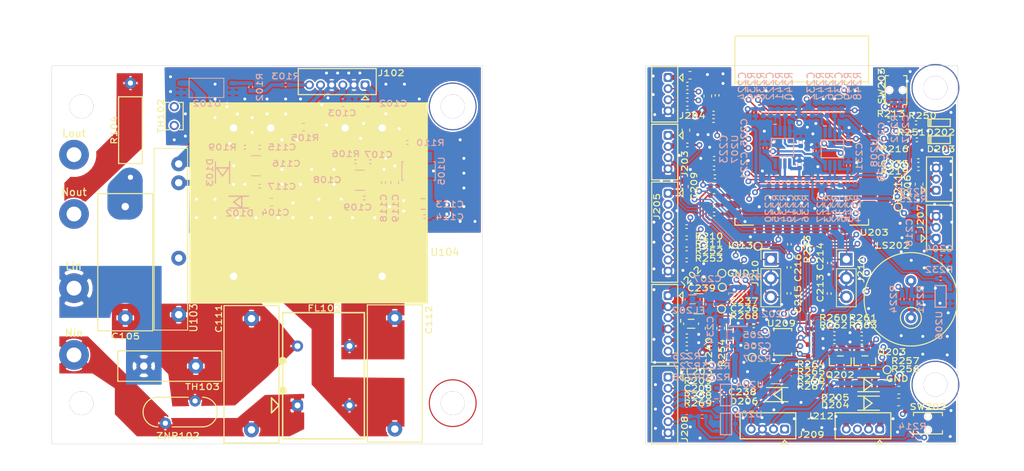
<source format=kicad_pcb>
(kicad_pcb (version 20171130) (host pcbnew "(5.1.12)-1")
  (layers (0 F.Cu signal) (1 In1.Cu power) (2 In2.Cu power hide) (31 B.Cu signal) (34 B.Paste user) (35 F.Paste user hide) (36 B.SilkS user hide) (37 F.SilkS user hide) (38 B.Mask user hide) (39 F.Mask user hide) (44 Edge.Cuts user))
  (net 0 "")
  (net 1 GND)
  (net 2 +5V)
  (net 3 +3V3)
  (net 4 "Net-(C107-Pad2)")
  (net 5 "Net-(C112-Pad1)")
  (net 6 "Net-(C115-Pad2)")
  (net 7 GND1)
  (net 8 "Net-(C208-Pad1)")
  (net 9 EN)
  (net 10 Touch9)
  (net 11 Touch8)
  (net 12 Touch6)
  (net 13 IO_0)
  (net 14 "Net-(C219-Pad1)")
  (net 15 "Net-(C219-Pad2)")
  (net 16 Senser1out)
  (net 17 "Net-(C221-Pad1)")
  (net 18 "Net-(C222-Pad1)")
  (net 19 "Net-(C222-Pad2)")
  (net 20 Senser0out)
  (net 21 "Net-(C225-Pad1)")
  (net 22 "Net-(C226-Pad1)")
  (net 23 "Net-(C226-Pad2)")
  (net 24 Senser3out)
  (net 25 "Net-(C228-Pad1)")
  (net 26 "Net-(C230-Pad1)")
  (net 27 "Net-(C230-Pad2)")
  (net 28 Senser2out)
  (net 29 "Net-(C233-Pad1)")
  (net 30 +5P)
  (net 31 "Net-(FL203-Pad1)")
  (net 32 "Net-(J102-Pad6)")
  (net 33 "Net-(J102-Pad5)")
  (net 34 RelayCtrl_1)
  (net 35 "Net-(J203-Pad2)")
  (net 36 TXD1)
  (net 37 "Net-(J204-Pad2)")
  (net 38 "Net-(J204-Pad3)")
  (net 39 "Net-(J205-Pad7)")
  (net 40 "Net-(J205-Pad6)")
  (net 41 "Net-(J205-Pad5)")
  (net 42 "Net-(J205-Pad4)")
  (net 43 SPI_SCK)
  (net 44 SPI_MOSI)
  (net 45 "Net-(J206-Pad2)")
  (net 46 "Net-(J207-Pad2)")
  (net 47 "Net-(J208-Pad5)")
  (net 48 "Net-(J208-Pad4)")
  (net 49 TXD0)
  (net 50 "Net-(J208-Pad3)")
  (net 51 "Net-(LS202-Pad2)")
  (net 52 "Net-(LS202-Pad1)")
  (net 53 "Net-(P103-Pad1)")
  (net 54 RelayCtrl_0)
  (net 55 "Net-(R102-Pad2)")
  (net 56 "Net-(R110-Pad2)")
  (net 57 SCL)
  (net 58 SDA)
  (net 59 RXD1)
  (net 60 Thermistor_in)
  (net 61 SPI_MISO)
  (net 62 SPI_CS0)
  (net 63 "Net-(R213-Pad1)")
  (net 64 "Net-(R214-Pad1)")
  (net 65 "Net-(R215-Pad2)")
  (net 66 "Net-(R216-Pad1)")
  (net 67 "Net-(R217-Pad2)")
  (net 68 Buzzer)
  (net 69 "Net-(R218-Pad2)")
  (net 70 HumanSensor_in)
  (net 71 "Net-(R220-Pad2)")
  (net 72 "Net-(R221-Pad2)")
  (net 73 "Net-(R222-Pad1)")
  (net 74 "Net-(R223-Pad1)")
  (net 75 "Net-(R223-Pad2)")
  (net 76 IlluminanceSensor_in)
  (net 77 RXD0)
  (net 78 "Net-(R228-Pad1)")
  (net 79 "Net-(R230-Pad1)")
  (net 80 "Net-(R232-Pad1)")
  (net 81 "Net-(R233-Pad2)")
  (net 82 "Net-(R250-Pad1)")
  (net 83 "Net-(D202-Pad1)")
  (net 84 "Net-(R251-Pad1)")
  (net 85 "Net-(D203-Pad1)")
  (net 86 SPI_CS1)
  (net 87 SPI_CS2)
  (net 88 "Net-(U105-Pad3)")
  (net 89 "Net-(C111-Pad1)")
  (net 90 "Net-(C112-Pad2)")
  (net 91 "Net-(P102-Pad1)")
  (net 92 "Net-(D102-PadK)")
  (net 93 "Net-(D103-PadA)")
  (net 94 "Net-(C107-Pad1)")
  (net 95 "Net-(C105-Pad2)")
  (net 96 "Net-(C105-Pad1)")
  (net 97 +3.3VP)
  (net 98 "Net-(C205-Pad1)")
  (net 99 +5VP)
  (net 100 Touch5)
  (net 101 "Net-(C237-Pad1)")
  (net 102 "Net-(C238-Pad2)")
  (net 103 "Net-(D204-PadK)")
  (net 104 "Net-(D204-PadA)")
  (net 105 "Net-(D205-PadA)")
  (net 106 "Net-(Q202-Pad1)")
  (net 107 "Net-(Q203-Pad1)")
  (net 108 "Net-(R255-Pad2)")
  (net 109 Morter0)
  (net 110 "Net-(R258-Pad2)")
  (net 111 Morter1)
  (net 112 "Net-(R259-Pad2)")
  (net 113 RTC_Event1)
  (net 114 RTC_RESout)
  (net 115 RTC_INTA)
  (net 116 RTC_INTB)
  (net 117 "Net-(R268-Pad1)")
  (net 118 "Net-(U202-Pad3)")
  (net 119 "Net-(U209-Pad3)")
  (net 120 "Net-(U209-Pad5)")
  (net 121 Senser3in)
  (net 122 Senser2in)
  (net 123 GNDS)
  (net 124 "Net-(J202-Pad6)")
  (net 125 "Net-(P203-Pad1)")
  (net 126 "Net-(C239-Pad2)")
  (module spot:RX-8035 (layer F.Cu) (at 118.45 176.25)
    (fp_text reference U209 (at -0.2 -2.5) (layer F.SilkS) (effects (font (size 0.8 1))))
    (fp_text value RX-8035)
    (pad 2 smd roundrect (at -1.2 -0.75 180) (size 0.8 0.27) (layers F.Cu F.Paste F.Mask) (net 3 +3V3))
    (pad 1 smd roundrect (at -1.2 -1.25 180) (size 0.8 0.27) (layers F.Cu F.Paste F.Mask) (net 101 "Net-(C237-Pad1)"))
    (pad 6 smd roundrect (at -1.2 1.25 180) (size 0.8 0.27) (layers F.Cu F.Paste F.Mask) (net 57 SCL))
    (pad 3 smd roundrect (at -1.2 -0.25 180) (size 0.8 0.27) (layers F.Cu F.Paste F.Mask) (net 119 "Net-(U209-Pad3)"))
    (pad 4 smd roundrect (at -1.2 0.25 180) (size 0.8 0.27) (layers F.Cu F.Paste F.Mask) (net 117 "Net-(R268-Pad1)"))
    (pad 5 smd roundrect (at -1.2 0.75 180) (size 0.8 0.27) (layers F.Cu F.Paste F.Mask) (net 120 "Net-(U209-Pad5)"))
    (pad 7 smd roundrect (at 1.2 1.25 180) (size 0.8 0.27) (layers F.Cu F.Paste F.Mask) (net 116 RTC_INTB))
    (pad 10 smd roundrect (at 1.2 -0.25 180) (size 0.8 0.27) (layers F.Cu F.Paste F.Mask) (net 115 RTC_INTA))
    (pad 8 smd roundrect (at 1.2 0.75 180) (size 0.8 0.27) (layers F.Cu F.Paste F.Mask) (net 58 SDA))
    (pad 11 smd roundrect (at 1.2 -0.75 180) (size 0.8 0.27) (layers F.Cu F.Paste F.Mask) (net 114 RTC_RESout))
    (pad 12 smd roundrect (at 1.2 -1.25 180) (size 0.8 0.27) (layers F.Cu F.Paste F.Mask) (net 113 RTC_Event1))
    (pad 9 smd roundrect (at 1.2 0.25 180) (size 0.8 0.27) (layers F.Cu F.Paste F.Mask) (net 7 GND1))
  )
  (module spot:IRLML6344TRPBFTR (layer F.Cu) (at 126.19 178.79 180)
    (fp_text reference Q202 (at 0.04 -1.91) (layer F.SilkS) (effects (font (size 0.8 1))))
    (fp_text value IRLML6344TRPBFTR)
    (pad 2 smd roundrect (at 0.95 0.885 90) (size 0.97 0.82) (layers F.Cu F.Paste F.Mask) (net 7 GND1))
    (pad 3 smd roundrect (at 0 -0.885 90) (size 0.97 0.82) (layers F.Cu F.Paste F.Mask) (net 104 "Net-(D204-PadA)"))
    (pad 1 smd roundrect (at -0.95 0.885 90) (size 0.97 0.82) (layers F.Cu F.Paste F.Mask) (net 106 "Net-(Q202-Pad1)"))
  )
  (module spot:AC-TP (layer F.Cu) (at 23 159)
    (fp_text reference P105 hide)
    (fp_text value AC_N hide)
    (pad 1 thru_hole circle (at 0 0) (size 4 4) (drill 2) (layers *.Cu *.Mask) (net 89 "Net-(C111-Pad1)"))
  )
  (module spot:AC-TP (layer F.Cu) (at 23 178)
    (fp_text reference P104 hide)
    (fp_text value AC_N)
    (pad 1 thru_hole circle (at 0 0) (size 4 4) (drill 2) (layers *.Cu *.Mask) (net 89 "Net-(C111-Pad1)"))
  )
  (module spot:AC-TP (layer F.Cu) (at 23 151)
    (fp_text reference P103 hide)
    (fp_text value AC_L)
    (pad 1 thru_hole circle (at 0 0) (size 4 4) (drill 2) (layers *.Cu *.Mask) (net 53 "Net-(P103-Pad1)"))
  )
  (module spot:AC-TP (layer F.Cu) (at 23 169)
    (fp_text reference P102 hide)
    (fp_text value AC_L)
    (pad 1 thru_hole circle (at 0 0) (size 4 4) (drill 2) (layers *.Cu *.Mask) (net 91 "Net-(P102-Pad1)"))
  )
  (module spot:ESP32-WROOM-32D (layer F.Cu) (at 112 135)
    (fp_text reference U203 (at 18.75 26.5) (layer F.SilkS) (effects (font (size 0.8 1))))
    (fp_text value ESP32-WROOM-32)
    (pad 17 smd roundrect (at 5.82 25.6 270) (size 2 1) (layers F.Cu F.Paste F.Mask) (net 59 RXD1))
    (pad 23 smd roundrect (at 13.44 25.6 270) (size 2 1) (layers F.Cu F.Paste F.Mask) (net 86 SPI_CS1))
    (pad 25 smd roundrect (at 18.1 24 180) (size 2 1) (layers F.Cu F.Paste F.Mask) (net 13 IO_0))
    (pad 29 smd roundrect (at 18.1 18.92 180) (size 2 1) (layers F.Cu F.Paste F.Mask) (net 62 SPI_CS0))
    (pad 6 smd roundrect (at -0.15 13.84 180) (size 2 1) (layers F.Cu F.Paste F.Mask) (net 28 Senser2out))
    (pad 7 smd roundrect (at -0.15 15.11 180) (size 2 1) (layers F.Cu F.Paste F.Mask) (net 24 Senser3out))
    (pad 31 smd roundrect (at 18.1 16.38 180) (size 2 1) (layers F.Cu F.Paste F.Mask) (net 66 "Net-(R216-Pad1)"))
    (pad 13 smd roundrect (at -0.15 22.73 180) (size 2 1) (layers F.Cu F.Paste F.Mask) (net 71 "Net-(R220-Pad2)"))
    (pad 35 smd roundrect (at 18.1 11.3 180) (size 2 1) (layers F.Cu F.Paste F.Mask) (net 63 "Net-(R213-Pad1)"))
    (pad 30 smd roundrect (at 18.1 17.65 180) (size 2 1) (layers F.Cu F.Paste F.Mask) (net 61 SPI_MISO))
    (pad 22 smd roundrect (at 12.17 25.6 270) (size 2 1) (layers F.Cu F.Paste F.Mask) (net 113 RTC_Event1))
    (pad 15 smd roundrect (at 3.28 25.6 270) (size 2 1) (layers F.Cu F.Paste F.Mask) (net 7 GND1))
    (pad 20 smd roundrect (at 9.63 25.6 270) (size 2 1) (layers F.Cu F.Paste F.Mask) (net 115 RTC_INTA))
    (pad 14 smd roundrect (at -0.15 24 180) (size 2 1) (layers F.Cu F.Paste F.Mask) (net 72 "Net-(R221-Pad2)"))
    (pad 38 smd roundrect (at 18.1 7.49 180) (size 2 1) (layers F.Cu F.Paste F.Mask) (net 7 GND1))
    (pad 9 smd roundrect (at -0.15 17.65 180) (size 2 1) (layers F.Cu F.Paste F.Mask) (net 67 "Net-(R217-Pad2)"))
    (pad 1 smd roundrect (at -0.1 7.49 180) (size 2 1) (layers F.Cu F.Paste F.Mask) (net 7 GND1))
    (pad 36 smd roundrect (at 18.1 10.03 180) (size 2 1) (layers F.Cu F.Paste F.Mask) (net 57 SCL))
    (pad 4 smd roundrect (at -0.15 11.3 180) (size 2 1) (layers F.Cu F.Paste F.Mask) (net 20 Senser0out))
    (pad 5 smd roundrect (at -0.15 12.57 180) (size 2 1) (layers F.Cu F.Paste F.Mask) (net 16 Senser1out))
    (pad 21 smd roundrect (at 10.9 25.6 270) (size 2 1) (layers F.Cu F.Paste F.Mask) (net 116 RTC_INTB))
    (pad 10 smd roundrect (at -0.15 18.92 180) (size 2 1) (layers F.Cu F.Paste F.Mask) (net 69 "Net-(R218-Pad2)"))
    (pad 34 smd roundrect (at 18.1 12.57 180) (size 2 1) (layers F.Cu F.Paste F.Mask) (net 77 RXD0))
    (pad 3 smd roundrect (at -0.15 10.03 180) (size 2 1) (layers F.Cu F.Paste F.Mask) (net 9 EN))
    (pad 8 smd roundrect (at -0.15 16.38 180) (size 2 1) (layers F.Cu F.Paste F.Mask) (net 65 "Net-(R215-Pad2)"))
    (pad 32 smd roundrect (at 18.1 15.11 180) (size 2 1) (layers F.Cu F.Paste F.Mask) (net 34 RelayCtrl_1))
    (pad 19 smd roundrect (at 8.36 25.6 270) (size 2 1) (layers F.Cu F.Paste F.Mask) (net 114 RTC_RESout))
    (pad 26 smd roundrect (at 18.1 22.73 180) (size 2 1) (layers F.Cu F.Paste F.Mask) (net 84 "Net-(R251-Pad1)"))
    (pad 12 smd roundrect (at -0.15 21.46 180) (size 2 1) (layers F.Cu F.Paste F.Mask) (net 112 "Net-(R259-Pad2)"))
    (pad 28 smd roundrect (at 18.1 20.19 180) (size 2 1) (layers F.Cu F.Paste F.Mask) (net 70 HumanSensor_in))
    (pad 27 smd roundrect (at 18.1 21.46 180) (size 2 1) (layers F.Cu F.Paste F.Mask) (net 82 "Net-(R250-Pad1)"))
    (pad 37 smd roundrect (at 18.1 8.76 180) (size 2 1) (layers F.Cu F.Paste F.Mask) (net 44 SPI_MOSI))
    (pad 18 smd roundrect (at 7.09 25.6 270) (size 2 1) (layers F.Cu F.Paste F.Mask) (net 81 "Net-(R233-Pad2)"))
    (pad 24 smd roundrect (at 14.71 25.6 270) (size 2 1) (layers F.Cu F.Paste F.Mask) (net 87 SPI_CS2))
    (pad 11 smd roundrect (at -0.15 20.19 180) (size 2 1) (layers F.Cu F.Paste F.Mask) (net 110 "Net-(R258-Pad2)"))
    (pad 2 smd roundrect (at -0.15 8.76 180) (size 2 1) (layers F.Cu F.Paste F.Mask) (net 3 +3V3))
    (pad 16 smd roundrect (at 4.55 25.6 270) (size 2 1) (layers F.Cu F.Paste F.Mask) (net 125 "Net-(P203-Pad1)"))
    (pad 33 smd roundrect (at 18.1 13.84 180) (size 2 1) (layers F.Cu F.Paste F.Mask) (net 58 SDA))
  )
  (module spot:TP0.5 (layer F.Cu) (at 115.1 163.35)
    (fp_text reference P203 hide)
    (fp_text value TP)
    (pad 1 smd circle (at 0 0) (size 0.8 0.8) (layers F.Cu F.Paste F.Mask) (net 125 "Net-(P203-Pad1)"))
  )
  (module spot:C_0603_1608Metric (layer F.Cu) (at 108.35 143.1 90)
    (fp_text reference C229 hide)
    (fp_text value 10u)
    (pad 2 smd roundrect (at 0.7875 0 90) (size 0.875 0.95) (layers F.Cu F.Paste F.Mask) (net 7 GND1))
    (pad 1 smd roundrect (at -0.7875 0 90) (size 0.875 0.95) (layers F.Cu F.Paste F.Mask) (net 3 +3V3))
  )
  (module spot:C_0603_1608Metric (layer B.Cu) (at 111.2 178.2 180)
    (fp_text reference R207 (at -3.8 -0.3) (layer B.SilkS) (effects (font (size 0.8 1)) (justify mirror)))
    (fp_text value R)
    (pad 2 smd roundrect (at 0.7875 0 180) (size 0.875 0.95) (layers B.Cu B.Paste B.Mask) (net 98 "Net-(C205-Pad1)"))
    (pad 1 smd roundrect (at -0.7875 0 180) (size 0.875 0.95) (layers B.Cu B.Paste B.Mask) (net 3 +3V3))
  )
  (module spot:C_0402_1005Metric (layer F.Cu) (at 105.525 178.7 180)
    (fp_text reference R269 (at -1.475 -5.8) (layer F.SilkS) (effects (font (size 0.8 1))))
    (fp_text value R)
    (pad 1 smd roundrect (at -0.485 0 180) (size 0.59 0.64) (layers F.Cu F.Paste F.Mask) (net 34 RelayCtrl_1))
    (pad 2 smd roundrect (at 0.485 0 180) (size 0.59 0.64) (layers F.Cu F.Paste F.Mask) (net 124 "Net-(J202-Pad6)"))
  )
  (module spot:TP0.5 (layer F.Cu) (at 133.975 158.05)
    (fp_text reference TP202 hide)
    (fp_text value TestPoint hide)
    (pad 1 smd circle (at 0 0) (size 0.8 0.8) (layers F.Cu F.Paste F.Mask) (net 76 IlluminanceSensor_in))
  )
  (module spot:TP0.5 (layer F.Cu) (at 114.325 178.325)
    (fp_text reference P209 hide)
    (fp_text value TP)
    (pad 1 smd circle (at 0 0) (size 0.8 0.8) (layers F.Cu F.Paste F.Mask) (net 102 "Net-(C238-Pad2)"))
  )
  (module spot:TP0.5 (layer F.Cu) (at 110.25 167)
    (fp_text reference P208 hide)
    (fp_text value TP)
    (pad 1 smd circle (at 0 0) (size 0.8 0.8) (layers F.Cu F.Paste F.Mask) (net 7 GND1))
  )
  (module spot:TP0.5 (layer F.Cu) (at 110.2 171.8)
    (fp_text reference P204 hide)
    (fp_text value TP)
    (pad 1 smd circle (at 0 0) (size 0.8 0.8) (layers F.Cu F.Paste F.Mask) (net 126 "Net-(C239-Pad2)"))
  )
  (module spot:TP0.5 (layer F.Cu) (at 132.5 180)
    (fp_text reference P210 hide)
    (fp_text value TP)
    (pad 1 smd circle (at 0 0) (size 0.8 0.8) (layers F.Cu F.Paste F.Mask) (net 7 GND1))
  )
  (module spot:TP0.5 (layer F.Cu) (at 110.3 168.875)
    (fp_text reference P205 hide)
    (fp_text value TP)
    (pad 1 smd circle (at 0 0) (size 0.8 0.8) (layers F.Cu F.Paste F.Mask) (net 99 +5VP))
  )
  (module spot:LED1608 (layer F.Cu) (at 139.7 149 180)
    (fp_text reference D203 (at -0.05 -1.25) (layer F.SilkS) (effects (font (size 0.8 1))))
    (fp_text value LED)
    (pad 1 smd roundrect (at 0.7875 0 180) (size 0.875 0.95) (layers F.Cu F.Paste F.Mask) (net 85 "Net-(D203-Pad1)"))
    (pad 2 smd roundrect (at -0.7875 0 180) (size 0.875 0.95) (layers F.Cu F.Paste F.Mask) (net 3 +3V3))
  )
  (module spot:LED1608 (layer F.Cu) (at 139.7 146.7 180)
    (fp_text reference D202 (at -0.025 -1.3) (layer F.SilkS) (effects (font (size 0.8 1))))
    (fp_text value LED)
    (pad 1 smd roundrect (at 0.7875 0 180) (size 0.875 0.95) (layers F.Cu F.Paste F.Mask) (net 83 "Net-(D202-Pad1)"))
    (pad 2 smd roundrect (at -0.7875 0 180) (size 0.875 0.95) (layers F.Cu F.Paste F.Mask) (net 3 +3V3))
  )
  (module spot:NJM2884U1-33-TE1 (layer B.Cu) (at 112.4 171.9 270)
    (fp_text reference U202 (at 0.6 -5.1) (layer B.SilkS) (effects (font (size 0.8 1)) (justify mirror)))
    (fp_text value NJM2884U1-33-TE1)
    (fp_poly (pts (xy 1 0.4) (xy 1 -0.4) (xy 0.5 -1.1) (xy -0.5 -1.1) (xy -1 -0.4) (xy -1 0.4) (xy -0.5 1.1) (xy 0.5 1.1)) (layer B.Cu) (width 0.01))
    (pad 5 smd rect (at -1.5 1.85 90) (size 0.7 1.5) (layers B.Cu B.Paste B.Mask) (net 99 +5VP))
    (pad 4 smd rect (at 1.5 1.85 90) (size 0.7 1.5) (layers B.Cu B.Paste B.Mask) (net 98 "Net-(C205-Pad1)"))
    (pad 3 smd rect (at 1.5 -1.85 90) (size 0.7 1.5) (layers B.Cu B.Paste B.Mask) (net 118 "Net-(U202-Pad3)"))
    (pad 1 smd rect (at -1.5 -1.85 90) (size 0.7 1.5) (layers B.Cu B.Paste B.Mask) (net 108 "Net-(R255-Pad2)"))
    (pad 2 smd rect (at 0 0 90) (size 1 5.2) (layers B.Cu B.Paste B.Mask) (net 7 GND1))
  )
  (module spot:C_0402_1005Metric (layer F.Cu) (at 114.55 176.775 180)
    (fp_text reference R268 (at 1.3 4.025) (layer F.SilkS) (effects (font (size 0.8 1))))
    (fp_text value 1M)
    (pad 1 smd roundrect (at -0.485 0 180) (size 0.59 0.64) (layers F.Cu F.Paste F.Mask) (net 117 "Net-(R268-Pad1)"))
    (pad 2 smd roundrect (at 0.485 0 180) (size 0.59 0.64) (layers F.Cu F.Paste F.Mask) (net 102 "Net-(C238-Pad2)"))
  )
  (module spot:C_0402_1005Metric (layer F.Cu) (at 122.33 178.165 180)
    (fp_text reference R267 (at 0.08 -4.085) (layer F.SilkS) (effects (font (size 0.8 1))))
    (fp_text value 4.7k)
    (pad 1 smd roundrect (at -0.485 0 180) (size 0.59 0.64) (layers F.Cu F.Paste F.Mask) (net 3 +3V3))
    (pad 2 smd roundrect (at 0.485 0 180) (size 0.59 0.64) (layers F.Cu F.Paste F.Mask) (net 116 RTC_INTB))
  )
  (module spot:C_0402_1005Metric (layer F.Cu) (at 122.32 176.6 180)
    (fp_text reference R266 (at 0.07 -4.65) (layer F.SilkS) (effects (font (size 0.8 1))))
    (fp_text value 4.7k)
    (pad 1 smd roundrect (at -0.485 0 180) (size 0.59 0.64) (layers F.Cu F.Paste F.Mask) (net 3 +3V3))
    (pad 2 smd roundrect (at 0.485 0 180) (size 0.59 0.64) (layers F.Cu F.Paste F.Mask) (net 115 RTC_INTA))
  )
  (module spot:C_0402_1005Metric (layer F.Cu) (at 122.34 175.2 180)
    (fp_text reference R265 (at 0.09 -5.05) (layer F.SilkS) (effects (font (size 0.8 1))))
    (fp_text value 4.7k)
    (pad 1 smd roundrect (at -0.485 0 180) (size 0.59 0.64) (layers F.Cu F.Paste F.Mask) (net 3 +3V3))
    (pad 2 smd roundrect (at 0.485 0 180) (size 0.59 0.64) (layers F.Cu F.Paste F.Mask) (net 114 RTC_RESout))
  )
  (module spot:C_0402_1005Metric (layer F.Cu) (at 122.35 173.72)
    (fp_text reference R264 (at -0.1 5.53) (layer F.SilkS) (effects (font (size 0.8 1))))
    (fp_text value 4.7k)
    (pad 1 smd roundrect (at -0.485 0) (size 0.59 0.64) (layers F.Cu F.Paste F.Mask) (net 113 RTC_Event1))
    (pad 2 smd roundrect (at 0.485 0) (size 0.59 0.64) (layers F.Cu F.Paste F.Mask) (net 7 GND1))
  )
  (module spot:C_0402_1005Metric (layer F.Cu) (at 129.1 176.3)
    (fp_text reference R263 (at 0.15 -2.3 180) (layer F.SilkS) (effects (font (size 0.8 1))))
    (fp_text value 100k)
    (pad 1 smd roundrect (at -0.485 0) (size 0.59 0.64) (layers F.Cu F.Paste F.Mask) (net 7 GND1))
    (pad 2 smd roundrect (at 0.485 0) (size 0.59 0.64) (layers F.Cu F.Paste F.Mask) (net 107 "Net-(Q203-Pad1)"))
  )
  (module spot:C_0402_1005Metric (layer F.Cu) (at 125.4 176.225)
    (fp_text reference R262 (at -0.15 -2.225) (layer F.SilkS) (effects (font (size 0.8 1))))
    (fp_text value 100k)
    (pad 1 smd roundrect (at -0.485 0) (size 0.59 0.64) (layers F.Cu F.Paste F.Mask) (net 7 GND1))
    (pad 2 smd roundrect (at 0.485 0) (size 0.59 0.64) (layers F.Cu F.Paste F.Mask) (net 106 "Net-(Q202-Pad1)"))
  )
  (module spot:C_0402_1005Metric (layer F.Cu) (at 129.075 175.175)
    (fp_text reference R261 (at 0.175 -2.175 180) (layer F.SilkS) (effects (font (size 0.8 1))))
    (fp_text value 4.7k)
    (pad 1 smd roundrect (at -0.485 0) (size 0.59 0.64) (layers F.Cu F.Paste F.Mask) (net 109 Morter0))
    (pad 2 smd roundrect (at 0.485 0) (size 0.59 0.64) (layers F.Cu F.Paste F.Mask) (net 107 "Net-(Q203-Pad1)"))
  )
  (module spot:C_0402_1005Metric (layer F.Cu) (at 125.4 175.125)
    (fp_text reference R260 (at -0.15 -2.125) (layer F.SilkS) (effects (font (size 0.8 1))))
    (fp_text value 4.7k)
    (pad 1 smd roundrect (at -0.485 0) (size 0.59 0.64) (layers F.Cu F.Paste F.Mask) (net 111 Morter1))
    (pad 2 smd roundrect (at 0.485 0) (size 0.59 0.64) (layers F.Cu F.Paste F.Mask) (net 106 "Net-(Q202-Pad1)"))
  )
  (module spot:C_0402_1005Metric (layer F.Cu) (at 109.2 156.5)
    (fp_text reference R259 hide)
    (fp_text value 100)
    (pad 1 smd roundrect (at -0.485 0) (size 0.59 0.64) (layers F.Cu F.Paste F.Mask) (net 111 Morter1))
    (pad 2 smd roundrect (at 0.485 0) (size 0.59 0.64) (layers F.Cu F.Paste F.Mask) (net 112 "Net-(R259-Pad2)"))
  )
  (module spot:C_0402_1005Metric (layer F.Cu) (at 109.2 155.2)
    (fp_text reference R258 hide)
    (fp_text value 100)
    (pad 1 smd roundrect (at -0.485 0) (size 0.59 0.64) (layers F.Cu F.Paste F.Mask) (net 109 Morter0))
    (pad 2 smd roundrect (at 0.485 0) (size 0.59 0.64) (layers F.Cu F.Paste F.Mask) (net 110 "Net-(R258-Pad2)"))
  )
  (module spot:C_0603_1608Metric (layer F.Cu) (at 134.075 182.75 180)
    (fp_text reference R257 (at -0.875 3.95) (layer F.SilkS) (effects (font (size 0.8 1))))
    (fp_text value R)
    (pad 2 smd roundrect (at 0.7875 0 180) (size 0.875 0.95) (layers F.Cu F.Paste F.Mask) (net 103 "Net-(D204-PadK)"))
    (pad 1 smd roundrect (at -0.7875 0 180) (size 0.875 0.95) (layers F.Cu F.Paste F.Mask) (net 99 +5VP))
  )
  (module spot:C_0603_1608Metric (layer F.Cu) (at 134.05 184.35 180)
    (fp_text reference R256 (at -0.9 4.45) (layer F.SilkS) (effects (font (size 0.8 1))))
    (fp_text value R)
    (pad 2 smd roundrect (at 0.7875 0 180) (size 0.875 0.95) (layers F.Cu F.Paste F.Mask) (net 103 "Net-(D204-PadK)"))
    (pad 1 smd roundrect (at -0.7875 0 180) (size 0.875 0.95) (layers F.Cu F.Paste F.Mask) (net 3 +3V3))
  )
  (module spot:C_0402_1005Metric (layer B.Cu) (at 113.8 168.9)
    (fp_text reference R255 (at -0.05 -1.4) (layer B.SilkS) (effects (font (size 0.8 1)) (justify mirror)))
    (fp_text value 10k)
    (pad 1 smd roundrect (at -0.485 0) (size 0.59 0.64) (layers B.Cu B.Paste B.Mask) (net 99 +5VP))
    (pad 2 smd roundrect (at 0.485 0) (size 0.59 0.64) (layers B.Cu B.Paste B.Mask) (net 108 "Net-(R255-Pad2)"))
  )
  (module spot:C_0603_1608Metric (layer F.Cu) (at 110.075 174.41 90)
    (fp_text reference R254 (at -3.34 0.175 90) (layer F.SilkS) (effects (font (size 0.8 1))))
    (fp_text value R)
    (pad 2 smd roundrect (at 0.7875 0 90) (size 0.875 0.95) (layers F.Cu F.Paste F.Mask) (net 126 "Net-(C239-Pad2)"))
    (pad 1 smd roundrect (at -0.7875 0 90) (size 0.875 0.95) (layers F.Cu F.Paste F.Mask) (net 3 +3V3))
  )
  (module spot:IRLML6344TRPBFTR (layer F.Cu) (at 129.505 178.78 180)
    (fp_text reference Q203 (at -3.595 1.18) (layer F.SilkS) (effects (font (size 0.8 1))))
    (fp_text value IRLML6344TRPBFTR)
    (pad 2 smd roundrect (at 0.95 0.885 90) (size 0.97 0.82) (layers F.Cu F.Paste F.Mask) (net 7 GND1))
    (pad 3 smd roundrect (at 0 -0.885 90) (size 0.97 0.82) (layers F.Cu F.Paste F.Mask) (net 105 "Net-(D205-PadA)"))
    (pad 1 smd roundrect (at -0.95 0.885 90) (size 0.97 0.82) (layers F.Cu F.Paste F.Mask) (net 107 "Net-(Q203-Pad1)"))
  )
  (module spot:ZH_B4B-ZR (layer F.Cu) (at 131.5 188 180)
    (fp_text reference J212 (at 8 1.75) (layer F.SilkS) (effects (font (size 0.8 1))))
    (fp_text value Conn_01x04)
    (pad 4 thru_hole circle (at 4.5 0 180) (size 1.2 1.2) (drill 0.7) (layers *.Cu *.Mask) (net 104 "Net-(D204-PadA)"))
    (pad 1 thru_hole roundrect (at 0 0 180) (size 1.2 1.2) (drill 0.7) (layers *.Cu *.Mask) (net 103 "Net-(D204-PadK)"))
    (pad 2 thru_hole circle (at 1.5 0 180) (size 1.2 1.2) (drill 0.7) (layers *.Cu *.Mask) (net 105 "Net-(D205-PadA)"))
    (pad 3 thru_hole circle (at 3 0 180) (size 1.2 1.2) (drill 0.7) (layers *.Cu *.Mask) (net 103 "Net-(D204-PadK)"))
  )
  (module spot:ACM2012-900-2P-T (layer B.Cu) (at 106.3 170.5)
    (fp_text reference FL202 (at -0.55 1.5) (layer B.SilkS) (effects (font (size 0.8 1)) (justify mirror)))
    (fp_text value EMI_Filter_CommonMode)
    (pad 1 smd roundrect (at -0.925 0.4 90) (size 0.4 0.75) (layers B.Cu B.Paste B.Mask) (net 123 GNDS))
    (pad 3 smd roundrect (at -0.925 -0.4 90) (size 0.4 0.75) (layers B.Cu B.Paste B.Mask) (net 30 +5P))
    (pad 2 smd roundrect (at 0.925 0.4 90) (size 0.4 0.75) (layers B.Cu B.Paste B.Mask) (net 7 GND1))
    (pad 4 smd roundrect (at 0.925 -0.4 90) (size 0.4 0.75) (layers B.Cu B.Paste B.Mask) (net 99 +5VP))
  )
  (module spot:GS1010FL (layer F.Cu) (at 117.7 183.35 180)
    (fp_text reference D206 (at 4.45 -0.9) (layer F.SilkS) (effects (font (size 0.8 1))))
    (fp_text value GS1010FL)
    (pad K smd roundrect (at 1.75 0 90) (size 1.2 0.85) (layers F.Cu F.Paste F.Mask) (net 102 "Net-(C238-Pad2)"))
    (pad A smd roundrect (at -1.75 0 270) (size 1.2 0.85) (layers F.Cu F.Paste F.Mask) (net 99 +5VP))
  )
  (module spot:GS1010FL (layer F.Cu) (at 130 182)
    (fp_text reference D205 (at -4.5 1.75) (layer F.SilkS) (effects (font (size 0.8 1))))
    (fp_text value GS1010FL)
    (pad K smd roundrect (at 1.75 0 270) (size 1.2 0.85) (layers F.Cu F.Paste F.Mask) (net 103 "Net-(D204-PadK)"))
    (pad A smd roundrect (at -1.75 0 90) (size 1.2 0.85) (layers F.Cu F.Paste F.Mask) (net 105 "Net-(D205-PadA)"))
  )
  (module spot:GS1010FL (layer F.Cu) (at 130 184.5)
    (fp_text reference D204 (at -4.5 0.25) (layer F.SilkS) (effects (font (size 0.8 1))))
    (fp_text value GS1010FL)
    (pad K smd roundrect (at 1.75 0 270) (size 1.2 0.85) (layers F.Cu F.Paste F.Mask) (net 103 "Net-(D204-PadK)"))
    (pad A smd roundrect (at -1.75 0 90) (size 1.2 0.85) (layers F.Cu F.Paste F.Mask) (net 104 "Net-(D204-PadA)"))
  )
  (module spot:GS1010FL (layer B.Cu) (at 43 153.4 270)
    (fp_text reference D103 (at 0 1.7 90) (layer B.SilkS) (effects (font (size 0.8 1)) (justify mirror)))
    (fp_text value "NC(GS1010FL)")
    (pad K smd roundrect (at 1.75 0) (size 1.2 0.85) (layers B.Cu B.Paste B.Mask) (net 92 "Net-(D102-PadK)"))
    (pad A smd roundrect (at -1.75 0 180) (size 1.2 0.85) (layers B.Cu B.Paste B.Mask) (net 93 "Net-(D103-PadA)"))
  )
  (module spot:C_1210_3225Metric (layer F.Cu) (at 117.475 180.525 180)
    (fp_text reference C238 (at 4.475 -2.475) (layer F.SilkS) (effects (font (size 0.8 1))))
    (fp_text value 47u)
    (pad 1 smd roundrect (at -1.4 0 180) (size 1.25 2.65) (layers F.Cu F.Paste F.Mask) (roundrect_rratio 0.2) (net 7 GND1))
    (pad 2 smd roundrect (at 1.4 0 180) (size 1.25 2.65) (layers F.Cu F.Paste F.Mask) (roundrect_rratio 0.2) (net 102 "Net-(C238-Pad2)"))
  )
  (module spot:C_0402_1005Metric (layer F.Cu) (at 114.525 174.075 180)
    (fp_text reference C237 (at 1.275 3.325) (layer F.SilkS) (effects (font (size 0.8 1))))
    (fp_text value C_Small)
    (pad 1 smd roundrect (at -0.485 0 180) (size 0.59 0.64) (layers F.Cu F.Paste F.Mask) (net 101 "Net-(C237-Pad1)"))
    (pad 2 smd roundrect (at 0.485 0 180) (size 0.59 0.64) (layers F.Cu F.Paste F.Mask) (net 7 GND1))
  )
  (module spot:C_0402_1005Metric (layer F.Cu) (at 114.525 175.375 180)
    (fp_text reference C236 (at 1.275 3.625 180) (layer F.SilkS) (effects (font (size 0.8 1))))
    (fp_text value C_Small)
    (pad 1 smd roundrect (at -0.485 0 180) (size 0.59 0.64) (layers F.Cu F.Paste F.Mask) (net 3 +3V3))
    (pad 2 smd roundrect (at 0.485 0 180) (size 0.59 0.64) (layers F.Cu F.Paste F.Mask) (net 7 GND1))
  )
  (module spot:C_0402_1005Metric (layer F.Cu) (at 136.7 151.8)
    (fp_text reference C235 (at -3.2 0.45) (layer F.SilkS) (effects (font (size 0.8 1))))
    (fp_text value C_Small)
    (pad 1 smd roundrect (at -0.485 0) (size 0.59 0.64) (layers F.Cu F.Paste F.Mask) (net 70 HumanSensor_in))
    (pad 2 smd roundrect (at 0.485 0) (size 0.59 0.64) (layers F.Cu F.Paste F.Mask) (net 7 GND1))
  )
  (module spot:C_0603_1608Metric (layer B.Cu) (at 108.6 171.2 270)
    (fp_text reference C234 (at 3.45 -0.1 270) (layer B.SilkS) (effects (font (size 0.8 1)) (justify mirror)))
    (fp_text value 0.33u)
    (pad 2 smd roundrect (at 0.7875 0 270) (size 0.875 0.95) (layers B.Cu B.Paste B.Mask) (net 7 GND1))
    (pad 1 smd roundrect (at -0.7875 0 270) (size 0.875 0.95) (layers B.Cu B.Paste B.Mask) (net 99 +5VP))
  )
  (module spot:C_0402_1005Metric (layer B.Cu) (at 108.115 168.9 180)
    (fp_text reference C207 (at -0.185 1.15) (layer B.SilkS) (effects (font (size 0.8 1)) (justify mirror)))
    (fp_text value 0.1u)
    (pad 1 smd roundrect (at -0.485 0 180) (size 0.59 0.64) (layers B.Cu B.Paste B.Mask) (net 99 +5VP))
    (pad 2 smd roundrect (at 0.485 0 180) (size 0.59 0.64) (layers B.Cu B.Paste B.Mask) (net 7 GND1))
  )
  (module spot:C_0402_1005Metric (layer B.Cu) (at 111.1 176.8)
    (fp_text reference C206 (at 3.925 0) (layer B.SilkS) (effects (font (size 0.8 1)) (justify mirror)))
    (fp_text value 0.1u)
    (pad 1 smd roundrect (at -0.485 0) (size 0.59 0.64) (layers B.Cu B.Paste B.Mask) (net 98 "Net-(C205-Pad1)"))
    (pad 2 smd roundrect (at 0.485 0) (size 0.59 0.64) (layers B.Cu B.Paste B.Mask) (net 7 GND1))
  )
  (module spot:C_0805_2012Metric (layer B.Cu) (at 111.3625 175.3)
    (fp_text reference C205 (at 3.5875 0) (layer B.SilkS) (effects (font (size 0.8 1)) (justify mirror)))
    (fp_text value 2.2u)
    (pad 1 smd roundrect (at -0.9375 0) (size 0.975 1.4) (layers B.Cu B.Paste B.Mask) (net 98 "Net-(C205-Pad1)"))
    (pad 2 smd roundrect (at 0.9375 0) (size 0.975 1.4) (layers B.Cu B.Paste B.Mask) (net 7 GND1))
  )
  (module spot:ZH_B3B-ZR (layer F.Cu) (at 139.1 155.8 90)
    (fp_text reference J206 (at 0.3 -3.85 90) (layer F.SilkS) (effects (font (size 0.8 1))))
    (fp_text value Conn_01x03)
    (pad 3 thru_hole circle (at 3 0 90) (size 1.2 1.2) (drill 0.7) (layers *.Cu *.Mask) (net 7 GND1))
    (pad 2 thru_hole circle (at 1.5 0 90) (size 1.2 1.2) (drill 0.7) (layers *.Cu *.Mask) (net 45 "Net-(J206-Pad2)"))
    (pad 1 thru_hole roundrect (at 0 0 90) (size 1.2 1.2) (drill 0.7) (layers *.Cu *.Mask) (net 3 +3V3))
  )
  (module spot:C_0603_1608Metric (layer B.Cu) (at 139.8 165.1 180)
    (fp_text reference C204 (at 0.3 1.43) (layer B.SilkS) (effects (font (size 0.8 1)) (justify mirror)))
    (fp_text value 10u)
    (pad 2 smd roundrect (at 0.7875 0 180) (size 0.875 0.95) (layers B.Cu B.Paste B.Mask) (net 3 +3V3))
    (pad 1 smd roundrect (at -0.7875 0 180) (size 0.875 0.95) (layers B.Cu B.Paste B.Mask) (net 7 GND1))
  )
  (module spot:C_0603_1608Metric (layer F.Cu) (at 108.525 174.425 90)
    (fp_text reference C240 (at -3.075 -0.025 90) (layer F.SilkS) (effects (font (size 0.8 1))))
    (fp_text value 10u)
    (pad 2 smd roundrect (at 0.7875 0 90) (size 0.875 0.95) (layers F.Cu F.Paste F.Mask) (net 126 "Net-(C239-Pad2)"))
    (pad 1 smd roundrect (at -0.7875 0 90) (size 0.875 0.95) (layers F.Cu F.Paste F.Mask) (net 7 GND1))
  )
  (module spot:C_1210_3225Metric (layer F.Cu) (at 107.1 171.1)
    (fp_text reference C239 (at 0.4 -2.1) (layer F.SilkS) (effects (font (size 0.8 1))))
    (fp_text value 47u)
    (pad 1 smd roundrect (at -1.4 0) (size 1.25 2.65) (layers F.Cu F.Paste F.Mask) (roundrect_rratio 0.2) (net 7 GND1))
    (pad 2 smd roundrect (at 1.4 0) (size 1.25 2.65) (layers F.Cu F.Paste F.Mask) (roundrect_rratio 0.2) (net 126 "Net-(C239-Pad2)"))
  )
  (module spot:ZH_B6B-ZR (layer F.Cu) (at 62.2 141.6 180)
    (fp_text reference J102 (at -3.5 1.6) (layer F.SilkS) (effects (font (size 0.8 1))))
    (fp_text value Conn_01x06)
    (pad 6 thru_hole circle (at 7.5 0 180) (size 1.2 1.2) (drill 0.7) (layers *.Cu *.Mask) (net 32 "Net-(J102-Pad6)"))
    (pad 5 thru_hole circle (at 6 0 180) (size 1.2 1.2) (drill 0.7) (layers *.Cu *.Mask) (net 33 "Net-(J102-Pad5)"))
    (pad 4 thru_hole circle (at 4.5 0 180) (size 1.2 1.2) (drill 0.7) (layers *.Cu *.Mask) (net 1 GND))
    (pad 1 thru_hole roundrect (at 0 0 180) (size 1.2 1.2) (drill 0.7) (layers *.Cu *.Mask) (net 2 +5V))
    (pad 2 thru_hole circle (at 1.5 0 180) (size 1.2 1.2) (drill 0.7) (layers *.Cu *.Mask) (net 1 GND))
    (pad 3 thru_hole circle (at 3 0 180) (size 1.2 1.2) (drill 0.7) (layers *.Cu *.Mask) (net 97 +3.3VP))
  )
  (module spot:ZH_B3B-ZR (layer F.Cu) (at 139.1 162.3 90)
    (fp_text reference J207 (at 2.8 -2.1 90) (layer F.SilkS) (effects (font (size 0.8 1))))
    (fp_text value Conn_01x03)
    (pad 3 thru_hole circle (at 3 0 90) (size 1.2 1.2) (drill 0.7) (layers *.Cu *.Mask) (net 7 GND1))
    (pad 2 thru_hole circle (at 1.5 0 90) (size 1.2 1.2) (drill 0.7) (layers *.Cu *.Mask) (net 46 "Net-(J207-Pad2)"))
    (pad 1 thru_hole roundrect (at 0 0 90) (size 1.2 1.2) (drill 0.7) (layers *.Cu *.Mask) (net 3 +3V3))
  )
  (module spot:CFS50J1MB (layer F.Cu) (at 30.6 147.7 270)
    (fp_text reference R104 (at 0 2.2 90) (layer F.SilkS) (effects (font (size 0.8 1))))
    (fp_text value NC)
    (pad 2 thru_hole circle (at 6.35 0 270) (size 1.5 1.5) (drill 0.7) (layers *.Cu *.Mask) (net 96 "Net-(C105-Pad1)"))
    (pad 1 thru_hole circle (at -6.35 0 270) (size 1.5 1.5) (drill 0.7) (layers *.Cu *.Mask) (net 89 "Net-(C111-Pad1)"))
  )
  (module spot:ECQE2105KF (layer F.Cu) (at 29.9 165.5 270)
    (fp_text reference C105 (at 10 -0.05) (layer F.SilkS) (effects (font (size 0.8 1))))
    (fp_text value 1uF/450V)
    (pad 2 thru_hole circle (at 7.5 0 270) (size 2 2) (drill 1) (layers *.Cu *.Mask) (net 95 "Net-(C105-Pad2)"))
    (pad 1 thru_hole circle (at -7.5 0 270) (size 2 2) (drill 1) (layers *.Cu *.Mask) (net 96 "Net-(C105-Pad1)"))
  )
  (module spot:TLP291 (layer B.Cu) (at 40.9 142 180)
    (fp_text reference U102 (at 0 -2.1) (layer B.SilkS) (effects (font (size 0.8 1)) (justify mirror)))
    (fp_text value TLP291)
    (pad 2 smd roundrect (at -3.5 -0.635) (size 1 0.6) (layers B.Cu B.Paste B.Mask) (net 1 GND))
    (pad 4 smd roundrect (at 3.5 0.635) (size 1 0.6) (layers B.Cu B.Paste B.Mask) (net 93 "Net-(D103-PadA)"))
    (pad 3 smd roundrect (at 3.5 -0.635) (size 1 0.6) (layers B.Cu B.Paste B.Mask) (net 1 GND))
    (pad 1 smd roundrect (at -3.5 0.635) (size 1 0.6) (layers B.Cu B.Paste B.Mask) (net 55 "Net-(R102-Pad2)"))
  )
  (module spot:C_0402_1005Metric (layer B.Cu) (at 46.8 141.9 90)
    (fp_text reference R102 (at 0 1.2 270) (layer B.SilkS) (effects (font (size 0.8 1)) (justify mirror)))
    (fp_text value 220)
    (pad 1 smd roundrect (at -0.485 0 90) (size 0.59 0.64) (layers B.Cu B.Paste B.Mask) (net 54 RelayCtrl_0))
    (pad 2 smd roundrect (at 0.485 0 90) (size 0.59 0.64) (layers B.Cu B.Paste B.Mask) (net 55 "Net-(R102-Pad2)"))
  )
  (module spot:Hole3.2 (layer F.Cu) (at 139 142)
    (fp_text reference Hole202 hide)
    (fp_text value Hole3.2 hide)
    (pad "" thru_hole circle (at 0 0) (size 3.2 3.2) (drill 3.2) (layers *.Cu *.Mask))
  )
  (module spot:Hole3.2 (layer F.Cu) (at 139 182)
    (fp_text reference Hole201 hide)
    (fp_text value Hole3.2 hide)
    (pad "" thru_hole circle (at 0 0) (size 3.2 3.2) (drill 3.2) (layers *.Cu *.Mask))
  )
  (module spot:Hole3.2 (layer F.Cu) (at 74 184.5)
    (fp_text reference Hole104 hide)
    (fp_text value Hole3.2 hide)
    (pad "" thru_hole circle (at 0 0) (size 3.2 3.2) (drill 3.2) (layers *.Cu *.Mask))
  )
  (module spot:Hole3.2 (layer F.Cu) (at 24 144.5)
    (fp_text reference Hole103 hide)
    (fp_text value Hole3.2 hide)
    (pad "" thru_hole circle (at 0 0) (size 3.2 3.2) (drill 3.2) (layers *.Cu *.Mask))
  )
  (module spot:Hole3.2 (layer F.Cu) (at 74 144.5)
    (fp_text reference Hole102 hide)
    (fp_text value Hole3.2 hide)
    (pad "" thru_hole circle (at 0 0) (size 3.2 3.2) (drill 3.2) (layers *.Cu *.Mask))
  )
  (module spot:Hole3.2 (layer F.Cu) (at 24 184.5)
    (fp_text reference Hole101 hide)
    (fp_text value Hole3.2 hide)
    (pad "" thru_hole circle (at 0 0) (size 3.2 3.2) (drill 3.2) (layers *.Cu *.Mask))
  )
  (module spot:C_1210_3225Metric (layer B.Cu) (at 47.5 152.5 180)
    (fp_text reference C116 (at -4.1 0.3) (layer B.SilkS) (effects (font (size 0.8 1)) (justify mirror)))
    (fp_text value 1uF)
    (pad 1 smd roundrect (at -1.4 0 180) (size 1.25 2.65) (layers B.Cu B.Paste B.Mask) (roundrect_rratio 0.2) (net 2 +5V))
    (pad 2 smd roundrect (at 1.4 0 180) (size 1.25 2.65) (layers B.Cu B.Paste B.Mask) (roundrect_rratio 0.2) (net 1 GND))
  )
  (module spot:C_1210_3225Metric (layer B.Cu) (at 61.5 154.45 180)
    (fp_text reference C108 (at 4.4 0.05) (layer B.SilkS) (effects (font (size 0.8 1)) (justify mirror)))
    (fp_text value 1uF)
    (pad 1 smd roundrect (at -1.4 0 180) (size 1.25 2.65) (layers B.Cu B.Paste B.Mask) (roundrect_rratio 0.2) (net 94 "Net-(C107-Pad1)"))
    (pad 2 smd roundrect (at 1.4 0 180) (size 1.25 2.65) (layers B.Cu B.Paste B.Mask) (roundrect_rratio 0.2) (net 1 GND))
  )
  (module spot:TSV07D271KR (layer F.Cu) (at 37.3 185.7)
    (fp_text reference ZNR102 (at -0.3 3.2) (layer F.SilkS) (effects (font (size 0.8 1))))
    (fp_text value TSV07D271KR)
    (pad 2 thru_hole circle (at 2 -1.5) (size 1.5 1.5) (drill 0.7) (layers *.Cu *.Mask) (net 95 "Net-(C105-Pad2)"))
    (pad 1 thru_hole circle (at -2 1.5) (size 1.5 1.5) (drill 0.7) (layers *.Cu *.Mask) (net 89 "Net-(C111-Pad1)"))
  )
  (module spot:MCP6002-I-MS (layer B.Cu) (at 125.125 150.225 270)
    (fp_text reference U208 (at 0.525 -5.625 270) (layer B.SilkS) (effects (font (size 0.8 1)) (justify mirror)))
    (fp_text value MCP6002-I-MS)
    (pad 8 smd roundrect (at 2.2 0.975) (size 0.45 1.45) (layers B.Cu B.Paste B.Mask) (net 3 +3V3))
    (pad 2 smd roundrect (at -2.2 0.325) (size 0.45 1.45) (layers B.Cu B.Paste B.Mask) (net 26 "Net-(C230-Pad1)"))
    (pad 3 smd roundrect (at -2.2 -0.325) (size 0.45 1.45) (layers B.Cu B.Paste B.Mask) (net 29 "Net-(C233-Pad1)"))
    (pad 6 smd roundrect (at 2.2 -0.325) (size 0.45 1.45) (layers B.Cu B.Paste B.Mask) (net 22 "Net-(C226-Pad1)"))
    (pad 1 smd roundrect (at -2.2 0.975) (size 0.45 1.45) (layers B.Cu B.Paste B.Mask) (net 26 "Net-(C230-Pad1)"))
    (pad 5 smd roundrect (at 2.2 -0.975) (size 0.45 1.45) (layers B.Cu B.Paste B.Mask) (net 25 "Net-(C228-Pad1)"))
    (pad 4 smd roundrect (at -2.2 -0.975) (size 0.45 1.45) (layers B.Cu B.Paste B.Mask) (net 7 GND1))
    (pad 7 smd roundrect (at 2.2 0.325) (size 0.45 1.45) (layers B.Cu B.Paste B.Mask) (net 22 "Net-(C226-Pad1)"))
  )
  (module spot:MCP6002-I-MS (layer B.Cu) (at 118.405 150.01 270)
    (fp_text reference U207 (at 0.24 6.405 90) (layer B.SilkS) (effects (font (size 0.8 1)) (justify mirror)))
    (fp_text value MCP6002-xSN)
    (pad 8 smd roundrect (at 2.2 0.975) (size 0.45 1.45) (layers B.Cu B.Paste B.Mask) (net 3 +3V3))
    (pad 2 smd roundrect (at -2.2 0.325) (size 0.45 1.45) (layers B.Cu B.Paste B.Mask) (net 18 "Net-(C222-Pad1)"))
    (pad 3 smd roundrect (at -2.2 -0.325) (size 0.45 1.45) (layers B.Cu B.Paste B.Mask) (net 21 "Net-(C225-Pad1)"))
    (pad 6 smd roundrect (at 2.2 -0.325) (size 0.45 1.45) (layers B.Cu B.Paste B.Mask) (net 14 "Net-(C219-Pad1)"))
    (pad 1 smd roundrect (at -2.2 0.975) (size 0.45 1.45) (layers B.Cu B.Paste B.Mask) (net 18 "Net-(C222-Pad1)"))
    (pad 5 smd roundrect (at 2.2 -0.975) (size 0.45 1.45) (layers B.Cu B.Paste B.Mask) (net 17 "Net-(C221-Pad1)"))
    (pad 4 smd roundrect (at -2.2 -0.975) (size 0.45 1.45) (layers B.Cu B.Paste B.Mask) (net 7 GND1))
    (pad 7 smd roundrect (at 2.2 0.325) (size 0.45 1.45) (layers B.Cu B.Paste B.Mask) (net 14 "Net-(C219-Pad1)"))
  )
  (module spot:2SC2712-Y (layer B.Cu) (at 139.7 170.1 270)
    (fp_text reference U206 (at 3.9 0.2 90) (layer B.SilkS) (effects (font (size 0.8 1) (thickness 0.16)) (justify mirror)))
    (fp_text value 2SC2712-Y)
    (pad 2 smd roundrect (at 0.95 -1.25 270) (size 0.5 0.7) (layers B.Cu B.Paste B.Mask) (net 7 GND1))
    (pad 1 smd roundrect (at -0.95 -1.25 270) (size 0.5 0.7) (layers B.Cu B.Paste B.Mask) (net 80 "Net-(R232-Pad1)"))
    (pad 3 smd roundrect (at 0 1.25 270) (size 0.5 0.7) (layers B.Cu B.Paste B.Mask) (net 51 "Net-(LS202-Pad2)"))
  )
  (module spot:2SC2712-Y (layer B.Cu) (at 110.8 187.3 90)
    (fp_text reference U205 (at 1.3 3) (layer B.SilkS) (effects (font (size 0.8 1)) (justify mirror)))
    (fp_text value 2SC2712-Y)
    (pad 2 smd roundrect (at 0.95 -1.25 90) (size 0.5 0.7) (layers B.Cu B.Paste B.Mask) (net 75 "Net-(R223-Pad2)"))
    (pad 1 smd roundrect (at -0.95 -1.25 90) (size 0.5 0.7) (layers B.Cu B.Paste B.Mask) (net 79 "Net-(R230-Pad1)"))
    (pad 3 smd roundrect (at 0 1.25 90) (size 0.5 0.7) (layers B.Cu B.Paste B.Mask) (net 9 EN))
  )
  (module spot:2SC2712-Y (layer B.Cu) (at 110.8 183.4 90)
    (fp_text reference U204 (at 1.4 3.2) (layer B.SilkS) (effects (font (size 0.8 1)) (justify mirror)))
    (fp_text value 2SC2712-Y)
    (pad 2 smd roundrect (at 0.95 -1.25 90) (size 0.5 0.7) (layers B.Cu B.Paste B.Mask) (net 78 "Net-(R228-Pad1)"))
    (pad 1 smd roundrect (at -0.95 -1.25 90) (size 0.5 0.7) (layers B.Cu B.Paste B.Mask) (net 74 "Net-(R223-Pad1)"))
    (pad 3 smd roundrect (at 0 1.25 90) (size 0.5 0.7) (layers B.Cu B.Paste B.Mask) (net 13 IO_0))
  )
  (module spot:NJM2884U1-33-TE1 (layer B.Cu) (at 69.4 153.2)
    (fp_text reference U105 (at 3.1 0 90) (layer B.SilkS) (effects (font (size 0.8 1)) (justify mirror)))
    (fp_text value NJM2884U1-33-TE1)
    (fp_poly (pts (xy 1 0.4) (xy 1 -0.4) (xy 0.5 -1.1) (xy -0.5 -1.1) (xy -1 -0.4) (xy -1 0.4) (xy -0.5 1.1) (xy 0.5 1.1)) (layer B.Cu) (width 0.01))
    (pad 5 smd rect (at -1.5 1.85 180) (size 0.7 1.5) (layers B.Cu B.Paste B.Mask) (net 94 "Net-(C107-Pad1)"))
    (pad 4 smd rect (at 1.5 1.85 180) (size 0.7 1.5) (layers B.Cu B.Paste B.Mask) (net 97 +3.3VP))
    (pad 3 smd rect (at 1.5 -1.85 180) (size 0.7 1.5) (layers B.Cu B.Paste B.Mask) (net 88 "Net-(U105-Pad3)"))
    (pad 1 smd rect (at -1.5 -1.85 180) (size 0.7 1.5) (layers B.Cu B.Paste B.Mask) (net 56 "Net-(R110-Pad2)"))
    (pad 2 smd rect (at 0 0 180) (size 1 5.2) (layers B.Cu B.Paste B.Mask) (net 1 GND))
  )
  (module spot:47252 (layer F.Cu) (at 54.5 157.4 180)
    (fp_text reference U104 (at -18.45 -6.75) (layer F.SilkS))
    (fp_text value 47252)
    (pad 6 thru_hole circle (at 10 10) (size 2 2) (drill 1) (layers *.Cu *.Mask) (net 1 GND))
    (pad 10 thru_hole circle (at -10 10) (size 2 2) (drill 1) (layers *.Cu *.Mask) (net 94 "Net-(C107-Pad1)"))
    (pad 5 thru_hole circle (at 10 -10) (size 2 2) (drill 1) (layers *.Cu *.Mask) (net 5 "Net-(C112-Pad1)"))
    (pad 9 thru_hole circle (at -5 10) (size 2 2) (drill 1) (layers *.Cu *.Mask) (net 1 GND))
    (pad 7 thru_hole circle (at 5 10) (size 2 2) (drill 1) (layers *.Cu *.Mask) (net 2 +5V))
    (pad 1 thru_hole circle (at -10 -10) (size 2 2) (drill 1) (layers *.Cu *.Mask) (net 90 "Net-(C112-Pad2)"))
  )
  (module spot:AQG12205 (layer F.Cu) (at 37.1 152.25 270)
    (fp_text reference U103 (at 20.75 -2 90) (layer F.SilkS))
    (fp_text value AQG12205)
    (pad 1 thru_hole circle (at 0 0 90) (size 2 2) (drill 1) (layers *.Cu *.Mask) (net 93 "Net-(D103-PadA)"))
    (pad 2 thru_hole circle (at 2.54 0 90) (size 2 2) (drill 1) (layers *.Cu *.Mask) (net 92 "Net-(D102-PadK)"))
    (pad 3 thru_hole circle (at 12.7 0 90) (size 2 2) (drill 1) (layers *.Cu *.Mask) (net 53 "Net-(P103-Pad1)"))
    (pad 4 thru_hole circle (at 20.32 0 90) (size 2 2) (drill 1) (layers *.Cu *.Mask) (net 95 "Net-(C105-Pad2)"))
  )
  (module spot:MF-RM055-240-0 (layer F.Cu) (at 35.9 179.5 180)
    (fp_text reference TH103 (at -4.4 -2.8) (layer F.SilkS) (effects (font (size 0.8 1))))
    (fp_text value MF-RM055-240-0)
    (pad 1 thru_hole circle (at -3.5 0 180) (size 2 2) (drill 1) (layers *.Cu *.Mask) (net 95 "Net-(C105-Pad2)"))
    (pad 2 thru_hole circle (at 3.5 0 180) (size 2 2) (drill 1) (layers *.Cu *.Mask) (net 91 "Net-(P102-Pad1)"))
  )
  (module spot:103AT-2 (layer F.Cu) (at 36.5 145.8 270)
    (fp_text reference TH102 (at 0 1.8 90) (layer F.SilkS) (effects (font (size 0.8 1))))
    (fp_text value 103AT-2)
    (pad 2 thru_hole circle (at 1.27 0 270) (size 1.25 1.25) (drill 0.75) (layers *.Cu *.Mask) (net 97 +3.3VP))
    (pad 1 thru_hole circle (at -1.27 0 270) (size 1.25 1.25) (drill 0.75) (layers *.Cu *.Mask) (net 33 "Net-(J102-Pad5)"))
  )
  (module spot:TVAF06-A020B-R (layer F.Cu) (at 133.7 142.3 270)
    (fp_text reference SW203 (at -0.55 1.95 90) (layer F.SilkS) (effects (font (size 0.8 1))))
    (fp_text value SW_Push)
    (pad "" thru_hole circle (at 0 0.9) (size 0.75 0.75) (drill 0.75) (layers *.Cu *.Mask))
    (pad 1 smd roundrect (at -2.225 0) (size 1.6 1.05) (layers F.Cu F.Paste F.Mask) (net 7 GND1))
    (pad "" thru_hole circle (at 0 -0.9) (size 0.75 0.75) (drill 0.75) (layers *.Cu *.Mask))
    (pad 2 smd roundrect (at 2.225 0) (size 1.6 1.05) (layers F.Cu F.Paste F.Mask) (net 73 "Net-(R222-Pad1)"))
  )
  (module spot:TVAF06-A020B-R (layer F.Cu) (at 138 187.2 180)
    (fp_text reference SW202 (at 0 2.2) (layer F.SilkS) (effects (font (size 0.8 1))))
    (fp_text value SW_Push)
    (pad "" thru_hole circle (at 0 0.9 270) (size 0.75 0.75) (drill 0.75) (layers *.Cu *.Mask))
    (pad 1 smd roundrect (at -2.225 0 270) (size 1.6 1.05) (layers F.Cu F.Paste F.Mask) (net 7 GND1))
    (pad "" thru_hole circle (at 0 -0.9 270) (size 0.75 0.75) (drill 0.75) (layers *.Cu *.Mask))
    (pad 2 smd roundrect (at 2.225 0 270) (size 1.6 1.05) (layers F.Cu F.Paste F.Mask) (net 64 "Net-(R214-Pad1)"))
  )
  (module spot:C_0402_1005Metric (layer F.Cu) (at 105.5 165.2 180)
    (fp_text reference R253 (at -3 0.2) (layer F.SilkS) (effects (font (size 0.8 1))))
    (fp_text value 100)
    (pad 1 smd roundrect (at -0.485 0 180) (size 0.59 0.64) (layers F.Cu F.Paste F.Mask) (net 87 SPI_CS2))
    (pad 2 smd roundrect (at 0.485 0 180) (size 0.59 0.64) (layers F.Cu F.Paste F.Mask) (net 39 "Net-(J205-Pad7)"))
  )
  (module spot:C_0402_1005Metric (layer F.Cu) (at 105.5 163.7 180)
    (fp_text reference R252 (at -3 -0.3) (layer F.SilkS) (effects (font (size 0.8 1))))
    (fp_text value 100)
    (pad 1 smd roundrect (at -0.485 0 180) (size 0.59 0.64) (layers F.Cu F.Paste F.Mask) (net 86 SPI_CS1))
    (pad 2 smd roundrect (at 0.485 0 180) (size 0.59 0.64) (layers F.Cu F.Paste F.Mask) (net 40 "Net-(J205-Pad6)"))
  )
  (module spot:C_0402_1005Metric (layer F.Cu) (at 136.5 149)
    (fp_text reference R251 (at -0.75 -1) (layer F.SilkS) (effects (font (size 0.8 1))))
    (fp_text value 2.2k)
    (pad 1 smd roundrect (at -0.485 0) (size 0.59 0.64) (layers F.Cu F.Paste F.Mask) (net 84 "Net-(R251-Pad1)"))
    (pad 2 smd roundrect (at 0.485 0) (size 0.59 0.64) (layers F.Cu F.Paste F.Mask) (net 85 "Net-(D203-Pad1)"))
  )
  (module spot:C_0402_1005Metric (layer F.Cu) (at 136.4 146.7)
    (fp_text reference R250 (at 0.85 -0.95) (layer F.SilkS) (effects (font (size 0.8 1))))
    (fp_text value 2.2k)
    (pad 1 smd roundrect (at -0.485 0) (size 0.59 0.64) (layers F.Cu F.Paste F.Mask) (net 82 "Net-(R250-Pad1)"))
    (pad 2 smd roundrect (at 0.485 0) (size 0.59 0.64) (layers F.Cu F.Paste F.Mask) (net 83 "Net-(D202-Pad1)"))
  )
  (module spot:C_0402_1005Metric (layer B.Cu) (at 125.42 145.285 270)
    (fp_text reference R249 (at -3.535 -1.83 270) (layer B.SilkS) (effects (justify mirror)))
    (fp_text value R)
    (pad 1 smd roundrect (at -0.485 0 270) (size 0.59 0.64) (layers B.Cu B.Paste B.Mask) (net 27 "Net-(C230-Pad2)"))
    (pad 2 smd roundrect (at 0.485 0 270) (size 0.59 0.64) (layers B.Cu B.Paste B.Mask) (net 29 "Net-(C233-Pad1)"))
  )
  (module spot:C_0402_1005Metric (layer B.Cu) (at 126.42 145.27 90)
    (fp_text reference R248 (at 3.52 2.08 90) (layer B.SilkS) (effects (justify mirror)))
    (fp_text value R)
    (pad 1 smd roundrect (at -0.485 0 90) (size 0.59 0.64) (layers B.Cu B.Paste B.Mask) (net 122 Senser2in))
    (pad 2 smd roundrect (at 0.485 0 90) (size 0.59 0.64) (layers B.Cu B.Paste B.Mask) (net 27 "Net-(C230-Pad2)"))
  )
  (module spot:C_0402_1005Metric (layer B.Cu) (at 122.42 145.27 90)
    (fp_text reference R247 (at 3.52 1.08 270) (layer B.SilkS) (effects (justify mirror)))
    (fp_text value R)
    (pad 1 smd roundrect (at -0.485 0 90) (size 0.59 0.64) (layers B.Cu B.Paste B.Mask) (net 26 "Net-(C230-Pad1)"))
    (pad 2 smd roundrect (at 0.485 0 90) (size 0.59 0.64) (layers B.Cu B.Paste B.Mask) (net 28 Senser2out))
  )
  (module spot:C_0402_1005Metric (layer B.Cu) (at 123.42 145.27 90)
    (fp_text reference R246 (at 3.52 1.33 270) (layer B.SilkS) (effects (justify mirror)))
    (fp_text value R)
    (pad 1 smd roundrect (at -0.485 0 90) (size 0.59 0.64) (layers B.Cu B.Paste B.Mask) (net 26 "Net-(C230-Pad1)"))
    (pad 2 smd roundrect (at 0.485 0 90) (size 0.59 0.64) (layers B.Cu B.Paste B.Mask) (net 27 "Net-(C230-Pad2)"))
  )
  (module spot:C_0402_1005Metric (layer B.Cu) (at 127.18 154.66 90)
    (fp_text reference R245 (at -3.59 0.32 270) (layer B.SilkS) (effects (font (size 0.8 1)) (justify mirror)))
    (fp_text value R)
    (pad 1 smd roundrect (at -0.485 0 90) (size 0.59 0.64) (layers B.Cu B.Paste B.Mask) (net 23 "Net-(C226-Pad2)"))
    (pad 2 smd roundrect (at 0.485 0 90) (size 0.59 0.64) (layers B.Cu B.Paste B.Mask) (net 25 "Net-(C228-Pad1)"))
  )
  (module spot:C_0402_1005Metric (layer B.Cu) (at 128.18 154.66 270)
    (fp_text reference R244 (at 3.59 -0.32 270) (layer B.SilkS) (effects (font (size 0.8 1)) (justify mirror)))
    (fp_text value R)
    (pad 1 smd roundrect (at -0.485 0 270) (size 0.59 0.64) (layers B.Cu B.Paste B.Mask) (net 121 Senser3in))
    (pad 2 smd roundrect (at 0.485 0 270) (size 0.59 0.64) (layers B.Cu B.Paste B.Mask) (net 23 "Net-(C226-Pad2)"))
  )
  (module spot:C_0402_1005Metric (layer B.Cu) (at 124.18 154.66 270)
    (fp_text reference R243 (at 3.59 -0.32 270) (layer B.SilkS) (effects (font (size 0.8 1)) (justify mirror)))
    (fp_text value R)
    (pad 1 smd roundrect (at -0.485 0 270) (size 0.59 0.64) (layers B.Cu B.Paste B.Mask) (net 22 "Net-(C226-Pad1)"))
    (pad 2 smd roundrect (at 0.485 0 270) (size 0.59 0.64) (layers B.Cu B.Paste B.Mask) (net 24 Senser3out))
  )
  (module spot:C_0402_1005Metric (layer B.Cu) (at 125.18 154.66 270)
    (fp_text reference R242 (at 3.59 -0.32 270) (layer B.SilkS) (effects (font (size 0.8 1)) (justify mirror)))
    (fp_text value R)
    (pad 1 smd roundrect (at -0.485 0 270) (size 0.59 0.64) (layers B.Cu B.Paste B.Mask) (net 22 "Net-(C226-Pad1)"))
    (pad 2 smd roundrect (at 0.485 0 270) (size 0.59 0.64) (layers B.Cu B.Paste B.Mask) (net 23 "Net-(C226-Pad2)"))
  )
  (module spot:C_0402_1005Metric (layer B.Cu) (at 118.805 145.31 270)
    (fp_text reference R241 (at -3.56 0.805 270) (layer B.SilkS) (effects (justify mirror)))
    (fp_text value R)
    (pad 1 smd roundrect (at -0.485 0 270) (size 0.59 0.64) (layers B.Cu B.Paste B.Mask) (net 19 "Net-(C222-Pad2)"))
    (pad 2 smd roundrect (at 0.485 0 270) (size 0.59 0.64) (layers B.Cu B.Paste B.Mask) (net 21 "Net-(C225-Pad1)"))
  )
  (module spot:C_0402_1005Metric (layer B.Cu) (at 119.805 145.31 90)
    (fp_text reference R240 (at 3.56 -0.555 270) (layer B.SilkS) (effects (justify mirror)))
    (fp_text value R)
    (pad 1 smd roundrect (at -0.485 0 90) (size 0.59 0.64) (layers B.Cu B.Paste B.Mask) (net 60 Thermistor_in))
    (pad 2 smd roundrect (at 0.485 0 90) (size 0.59 0.64) (layers B.Cu B.Paste B.Mask) (net 19 "Net-(C222-Pad2)"))
  )
  (module spot:C_0402_1005Metric (layer B.Cu) (at 115.805 145.31 90)
    (fp_text reference R239 (at 3.56 -1.555 270) (layer B.SilkS) (effects (justify mirror)))
    (fp_text value R)
    (pad 1 smd roundrect (at -0.485 0 90) (size 0.59 0.64) (layers B.Cu B.Paste B.Mask) (net 18 "Net-(C222-Pad1)"))
    (pad 2 smd roundrect (at 0.485 0 90) (size 0.59 0.64) (layers B.Cu B.Paste B.Mask) (net 20 Senser0out))
  )
  (module spot:C_0402_1005Metric (layer B.Cu) (at 116.805 145.31 90)
    (fp_text reference R238 (at 3.56 -1.305 270) (layer B.SilkS) (effects (justify mirror)))
    (fp_text value R)
    (pad 1 smd roundrect (at -0.485 0 90) (size 0.59 0.64) (layers B.Cu B.Paste B.Mask) (net 18 "Net-(C222-Pad1)"))
    (pad 2 smd roundrect (at 0.485 0 90) (size 0.59 0.64) (layers B.Cu B.Paste B.Mask) (net 19 "Net-(C222-Pad2)"))
  )
  (module spot:C_0402_1005Metric (layer B.Cu) (at 120.705 154.71 90)
    (fp_text reference R237 (at -3.54 -0.205 90) (layer B.SilkS) (effects (font (size 0.8 1)) (justify mirror)))
    (fp_text value R)
    (pad 1 smd roundrect (at -0.485 0 90) (size 0.59 0.64) (layers B.Cu B.Paste B.Mask) (net 15 "Net-(C219-Pad2)"))
    (pad 2 smd roundrect (at 0.485 0 90) (size 0.59 0.64) (layers B.Cu B.Paste B.Mask) (net 17 "Net-(C221-Pad1)"))
  )
  (module spot:C_0402_1005Metric (layer B.Cu) (at 121.705 154.725 270)
    (fp_text reference R236 (at 3.525 0.205 270) (layer B.SilkS) (effects (font (size 0.8 1)) (justify mirror)))
    (fp_text value R)
    (pad 1 smd roundrect (at -0.485 0 270) (size 0.59 0.64) (layers B.Cu B.Paste B.Mask) (net 76 IlluminanceSensor_in))
    (pad 2 smd roundrect (at 0.485 0 270) (size 0.59 0.64) (layers B.Cu B.Paste B.Mask) (net 15 "Net-(C219-Pad2)"))
  )
  (module spot:C_0402_1005Metric (layer B.Cu) (at 117.705 154.71 270)
    (fp_text reference R235 (at 3.54 0.205 270) (layer B.SilkS) (effects (font (size 0.8 1)) (justify mirror)))
    (fp_text value R)
    (pad 1 smd roundrect (at -0.485 0 270) (size 0.59 0.64) (layers B.Cu B.Paste B.Mask) (net 14 "Net-(C219-Pad1)"))
    (pad 2 smd roundrect (at 0.485 0 270) (size 0.59 0.64) (layers B.Cu B.Paste B.Mask) (net 16 Senser1out))
  )
  (module spot:C_0402_1005Metric (layer B.Cu) (at 118.705 154.695 270)
    (fp_text reference R234 (at 3.555 0.205 270) (layer B.SilkS) (effects (font (size 0.8 1)) (justify mirror)))
    (fp_text value R)
    (pad 1 smd roundrect (at -0.485 0 270) (size 0.59 0.64) (layers B.Cu B.Paste B.Mask) (net 14 "Net-(C219-Pad1)"))
    (pad 2 smd roundrect (at 0.485 0 270) (size 0.59 0.64) (layers B.Cu B.Paste B.Mask) (net 15 "Net-(C219-Pad2)"))
  )
  (module spot:C_0402_1005Metric (layer F.Cu) (at 119.33 163.09 90)
    (fp_text reference R233 (at -0.66 2.42 90) (layer F.SilkS) (effects (font (size 0.8 1))))
    (fp_text value 100)
    (pad 1 smd roundrect (at -0.485 0 90) (size 0.59 0.64) (layers F.Cu F.Paste F.Mask) (net 36 TXD1))
    (pad 2 smd roundrect (at 0.485 0 90) (size 0.59 0.64) (layers F.Cu F.Paste F.Mask) (net 81 "Net-(R233-Pad2)"))
  )
  (module spot:C_0402_1005Metric (layer B.Cu) (at 139.7 167.7 180)
    (fp_text reference R232 (at 0.2 1.2) (layer B.SilkS) (effects (font (size 0.8 1)) (justify mirror)))
    (fp_text value 0)
    (pad 1 smd roundrect (at -0.485 0 180) (size 0.59 0.64) (layers B.Cu B.Paste B.Mask) (net 80 "Net-(R232-Pad1)"))
    (pad 2 smd roundrect (at 0.485 0 180) (size 0.59 0.64) (layers B.Cu B.Paste B.Mask) (net 68 Buzzer))
  )
  (module spot:C_0402_1005Metric (layer B.Cu) (at 135.8 170.5 90)
    (fp_text reference R231 (at 0 1.2 90) (layer B.SilkS) (effects (font (size 0.8 1) (thickness 0.16)) (justify mirror)))
    (fp_text value 0)
    (pad 1 smd roundrect (at -0.485 0 90) (size 0.59 0.64) (layers B.Cu B.Paste B.Mask) (net 52 "Net-(LS202-Pad1)"))
    (pad 2 smd roundrect (at 0.485 0 90) (size 0.59 0.64) (layers B.Cu B.Paste B.Mask) (net 51 "Net-(LS202-Pad2)"))
  )
  (module spot:C_0402_1005Metric (layer B.Cu) (at 107.6 186.3 180)
    (fp_text reference R230 (at -1.9 5.3) (layer B.SilkS) (effects (font (size 0.8 1)) (justify mirror)))
    (fp_text value 10k)
    (pad 1 smd roundrect (at -0.485 0 180) (size 0.59 0.64) (layers B.Cu B.Paste B.Mask) (net 79 "Net-(R230-Pad1)"))
    (pad 2 smd roundrect (at 0.485 0 180) (size 0.59 0.64) (layers B.Cu B.Paste B.Mask) (net 78 "Net-(R228-Pad1)"))
  )
  (module spot:C_0402_1005Metric (layer B.Cu) (at 136.7 158.2)
    (fp_text reference R229 (at -0.7 -2.2 180) (layer B.SilkS) (effects (font (size 0.8 1)) (justify mirror)))
    (fp_text value 10k)
    (pad 1 smd roundrect (at -0.485 0) (size 0.59 0.64) (layers B.Cu B.Paste B.Mask) (net 7 GND1))
    (pad 2 smd roundrect (at 0.485 0) (size 0.59 0.64) (layers B.Cu B.Paste B.Mask) (net 46 "Net-(J207-Pad2)"))
  )
  (module spot:C_0402_1005Metric (layer B.Cu) (at 105.5 186.3 180)
    (fp_text reference R228 (at 0 5.3) (layer B.SilkS) (effects (font (size 0.8 1)) (justify mirror)))
    (fp_text value 100)
    (pad 1 smd roundrect (at -0.485 0 180) (size 0.59 0.64) (layers B.Cu B.Paste B.Mask) (net 78 "Net-(R228-Pad1)"))
    (pad 2 smd roundrect (at 0.485 0 180) (size 0.59 0.64) (layers B.Cu B.Paste B.Mask) (net 47 "Net-(J208-Pad5)"))
  )
  (module spot:C_0402_1005Metric (layer B.Cu) (at 105.5 184.8 180)
    (fp_text reference R227 (at 0 5.3) (layer B.SilkS) (effects (font (size 0.8 1)) (justify mirror)))
    (fp_text value 100)
    (pad 1 smd roundrect (at -0.485 0 180) (size 0.59 0.64) (layers B.Cu B.Paste B.Mask) (net 75 "Net-(R223-Pad2)"))
    (pad 2 smd roundrect (at 0.485 0 180) (size 0.59 0.64) (layers B.Cu B.Paste B.Mask) (net 48 "Net-(J208-Pad4)"))
  )
  (module spot:C_0402_1005Metric (layer B.Cu) (at 105.5 183.3 180)
    (fp_text reference R226 (at 0 5.125) (layer B.SilkS) (effects (font (size 0.8 1)) (justify mirror)))
    (fp_text value 100)
    (pad 1 smd roundrect (at -0.485 0 180) (size 0.59 0.64) (layers B.Cu B.Paste B.Mask) (net 77 RXD0))
    (pad 2 smd roundrect (at 0.485 0 180) (size 0.59 0.64) (layers B.Cu B.Paste B.Mask) (net 50 "Net-(J208-Pad3)"))
  )
  (module spot:C_0402_1005Metric (layer B.Cu) (at 136.7 159.3)
    (fp_text reference R225 (at -0.7 -2.3 -180) (layer B.SilkS) (effects (font (size 0.8 1)) (justify mirror)))
    (fp_text value 100)
    (pad 1 smd roundrect (at -0.485 0) (size 0.59 0.64) (layers B.Cu B.Paste B.Mask) (net 76 IlluminanceSensor_in))
    (pad 2 smd roundrect (at 0.485 0) (size 0.59 0.64) (layers B.Cu B.Paste B.Mask) (net 46 "Net-(J207-Pad2)"))
  )
  (module spot:C_0402_1005Metric (layer B.Cu) (at 134.525 170.475 270)
    (fp_text reference R224 (at 0 1.17 270) (layer B.SilkS) (effects (font (size 0.8 1) (thickness 0.16)) (justify mirror)))
    (fp_text value 0)
    (pad 1 smd roundrect (at -0.485 0 270) (size 0.59 0.64) (layers B.Cu B.Paste B.Mask) (net 3 +3V3))
    (pad 2 smd roundrect (at 0.485 0 270) (size 0.59 0.64) (layers B.Cu B.Paste B.Mask) (net 52 "Net-(LS202-Pad1)"))
  )
  (module spot:C_0402_1005Metric (layer B.Cu) (at 107.6 184.8 180)
    (fp_text reference R223 (at -1.9 5.3) (layer B.SilkS) (effects (font (size 0.8 1)) (justify mirror)))
    (fp_text value 10k)
    (pad 1 smd roundrect (at -0.485 0 180) (size 0.59 0.64) (layers B.Cu B.Paste B.Mask) (net 74 "Net-(R223-Pad1)"))
    (pad 2 smd roundrect (at 0.485 0 180) (size 0.59 0.64) (layers B.Cu B.Paste B.Mask) (net 75 "Net-(R223-Pad2)"))
  )
  (module spot:C_0402_1005Metric (layer B.Cu) (at 133.5 144.5 270)
    (fp_text reference R222 (at 3 0 90) (layer B.SilkS) (effects (font (size 0.8 1)) (justify mirror)))
    (fp_text value 100)
    (pad 1 smd roundrect (at -0.485 0 270) (size 0.59 0.64) (layers B.Cu B.Paste B.Mask) (net 73 "Net-(R222-Pad1)"))
    (pad 2 smd roundrect (at 0.485 0 270) (size 0.59 0.64) (layers B.Cu B.Paste B.Mask) (net 13 IO_0))
  )
  (module spot:C_0402_1005Metric (layer F.Cu) (at 109.2 159)
    (fp_text reference R221 hide)
    (fp_text value 0)
    (pad 1 smd roundrect (at -0.485 0) (size 0.59 0.64) (layers F.Cu F.Paste F.Mask) (net 100 Touch5))
    (pad 2 smd roundrect (at 0.485 0) (size 0.59 0.64) (layers F.Cu F.Paste F.Mask) (net 72 "Net-(R221-Pad2)"))
  )
  (module spot:C_0402_1005Metric (layer F.Cu) (at 109.2 157.8)
    (fp_text reference R220 hide)
    (fp_text value 0)
    (pad 1 smd roundrect (at -0.485 0) (size 0.59 0.64) (layers F.Cu F.Paste F.Mask) (net 12 Touch6))
    (pad 2 smd roundrect (at 0.485 0) (size 0.59 0.64) (layers F.Cu F.Paste F.Mask) (net 71 "Net-(R220-Pad2)"))
  )
  (module spot:C_0402_1005Metric (layer F.Cu) (at 136.715 152.9)
    (fp_text reference R219 (at -3.215 0.35) (layer F.SilkS) (effects (font (size 0.8 1))))
    (fp_text value 100)
    (pad 1 smd roundrect (at -0.485 0) (size 0.59 0.64) (layers F.Cu F.Paste F.Mask) (net 70 HumanSensor_in))
    (pad 2 smd roundrect (at 0.485 0) (size 0.59 0.64) (layers F.Cu F.Paste F.Mask) (net 45 "Net-(J206-Pad2)"))
  )
  (module spot:C_0402_1005Metric (layer F.Cu) (at 109.3 153.975)
    (fp_text reference R218 hide)
    (fp_text value 0)
    (pad 1 smd roundrect (at -0.485 0) (size 0.59 0.64) (layers F.Cu F.Paste F.Mask) (net 68 Buzzer))
    (pad 2 smd roundrect (at 0.485 0) (size 0.59 0.64) (layers F.Cu F.Paste F.Mask) (net 69 "Net-(R218-Pad2)"))
  )
  (module spot:C_0402_1005Metric (layer F.Cu) (at 109.2 152.8)
    (fp_text reference R217 hide)
    (fp_text value 0)
    (pad 1 smd roundrect (at -0.485 0) (size 0.59 0.64) (layers F.Cu F.Paste F.Mask) (net 11 Touch8))
    (pad 2 smd roundrect (at 0.485 0) (size 0.59 0.64) (layers F.Cu F.Paste F.Mask) (net 67 "Net-(R217-Pad2)"))
  )
  (module spot:C_0402_1005Metric (layer F.Cu) (at 132.6 151.3)
    (fp_text reference R216 (at 0.9 -1.05) (layer F.SilkS) (effects (font (size 0.8 1))))
    (fp_text value 100)
    (pad 1 smd roundrect (at -0.485 0) (size 0.59 0.64) (layers F.Cu F.Paste F.Mask) (net 66 "Net-(R216-Pad1)"))
    (pad 2 smd roundrect (at 0.485 0) (size 0.59 0.64) (layers F.Cu F.Paste F.Mask) (net 43 SPI_SCK))
  )
  (module spot:C_0402_1005Metric (layer F.Cu) (at 109.2 151.5)
    (fp_text reference R215 hide)
    (fp_text value 0)
    (pad 1 smd roundrect (at -0.485 0) (size 0.59 0.64) (layers F.Cu F.Paste F.Mask) (net 10 Touch9))
    (pad 2 smd roundrect (at 0.485 0) (size 0.59 0.64) (layers F.Cu F.Paste F.Mask) (net 65 "Net-(R215-Pad2)"))
  )
  (module spot:C_0402_1005Metric (layer B.Cu) (at 135.9 188.8 180)
    (fp_text reference R214 (at 0 1.17 180) (layer B.SilkS) (effects (font (size 0.8 1)) (justify mirror)))
    (fp_text value 100)
    (pad 1 smd roundrect (at -0.485 0 180) (size 0.59 0.64) (layers B.Cu B.Paste B.Mask) (net 64 "Net-(R214-Pad1)"))
    (pad 2 smd roundrect (at 0.485 0 180) (size 0.59 0.64) (layers B.Cu B.Paste B.Mask) (net 9 EN))
  )
  (module spot:C_0402_1005Metric (layer F.Cu) (at 132.7 146.3)
    (fp_text reference R213 (at 0.3 -0.8) (layer F.SilkS) (effects (font (size 0.8 1))))
    (fp_text value 100)
    (pad 1 smd roundrect (at -0.485 0) (size 0.59 0.64) (layers F.Cu F.Paste F.Mask) (net 63 "Net-(R213-Pad1)"))
    (pad 2 smd roundrect (at 0.485 0) (size 0.59 0.64) (layers F.Cu F.Paste F.Mask) (net 49 TXD0))
  )
  (module spot:C_0402_1005Metric (layer F.Cu) (at 109.125 145.4 180)
    (fp_text reference R212 hide)
    (fp_text value R)
    (pad 1 smd roundrect (at -0.485 0 180) (size 0.59 0.64) (layers F.Cu F.Paste F.Mask) (net 9 EN))
    (pad 2 smd roundrect (at 0.485 0 180) (size 0.59 0.64) (layers F.Cu F.Paste F.Mask) (net 3 +3V3))
  )
  (module spot:C_0402_1005Metric (layer F.Cu) (at 105.5 162.2 180)
    (fp_text reference R211 (at -3 -0.8) (layer F.SilkS) (effects (font (size 0.8 1))))
    (fp_text value 100)
    (pad 1 smd roundrect (at -0.485 0 180) (size 0.59 0.64) (layers F.Cu F.Paste F.Mask) (net 62 SPI_CS0))
    (pad 2 smd roundrect (at 0.485 0 180) (size 0.59 0.64) (layers F.Cu F.Paste F.Mask) (net 41 "Net-(J205-Pad5)"))
  )
  (module spot:C_0402_1005Metric (layer F.Cu) (at 105.5 160.7 180)
    (fp_text reference R210 (at -3 -1.3) (layer F.SilkS) (effects (font (size 0.8 1))))
    (fp_text value 100)
    (pad 1 smd roundrect (at -0.485 0 180) (size 0.59 0.64) (layers F.Cu F.Paste F.Mask) (net 61 SPI_MISO))
    (pad 2 smd roundrect (at 0.485 0 180) (size 0.59 0.64) (layers F.Cu F.Paste F.Mask) (net 42 "Net-(J205-Pad4)"))
  )
  (module spot:C_0402_1005Metric (layer F.Cu) (at 105.525 175.425)
    (fp_text reference R209 (at 1.475 6.075) (layer F.SilkS) (effects (font (size 0.8 1))))
    (fp_text value 10k)
    (pad 1 smd roundrect (at -0.485 0) (size 0.59 0.64) (layers F.Cu F.Paste F.Mask) (net 8 "Net-(C208-Pad1)"))
    (pad 2 smd roundrect (at 0.485 0) (size 0.59 0.64) (layers F.Cu F.Paste F.Mask) (net 7 GND1))
  )
  (module spot:C_0402_1005Metric (layer F.Cu) (at 105.525 177.625 180)
    (fp_text reference R208 (at -1.475 -5.875) (layer F.SilkS) (effects (font (size 0.8 1))))
    (fp_text value 1k)
    (pad 1 smd roundrect (at -0.485 0 180) (size 0.59 0.64) (layers F.Cu F.Paste F.Mask) (net 60 Thermistor_in))
    (pad 2 smd roundrect (at 0.485 0 180) (size 0.59 0.64) (layers F.Cu F.Paste F.Mask) (net 8 "Net-(C208-Pad1)"))
  )
  (module spot:C_0402_1005Metric (layer F.Cu) (at 105.6 143.6 180)
    (fp_text reference R206 hide)
    (fp_text value 100)
    (pad 1 smd roundrect (at -0.485 0 180) (size 0.59 0.64) (layers F.Cu F.Paste F.Mask) (net 58 SDA))
    (pad 2 smd roundrect (at 0.485 0 180) (size 0.59 0.64) (layers F.Cu F.Paste F.Mask) (net 38 "Net-(J204-Pad3)"))
  )
  (module spot:C_0402_1005Metric (layer F.Cu) (at 105.6 142.5 180)
    (fp_text reference R205 hide)
    (fp_text value 100)
    (pad 1 smd roundrect (at -0.485 0 180) (size 0.59 0.64) (layers F.Cu F.Paste F.Mask) (net 57 SCL))
    (pad 2 smd roundrect (at 0.485 0 180) (size 0.59 0.64) (layers F.Cu F.Paste F.Mask) (net 37 "Net-(J204-Pad2)"))
  )
  (module spot:C_0402_1005Metric (layer F.Cu) (at 105.6 149.7 180)
    (fp_text reference R204 hide)
    (fp_text value R)
    (pad 1 smd roundrect (at -0.485 0 180) (size 0.59 0.64) (layers F.Cu F.Paste F.Mask) (net 59 RXD1))
    (pad 2 smd roundrect (at 0.485 0 180) (size 0.59 0.64) (layers F.Cu F.Paste F.Mask) (net 35 "Net-(J203-Pad2)"))
  )
  (module spot:C_0402_1005Metric (layer F.Cu) (at 105.6 144.7 180)
    (fp_text reference R203 hide)
    (fp_text value 4.7k)
    (pad 1 smd roundrect (at -0.485 0 180) (size 0.59 0.64) (layers F.Cu F.Paste F.Mask) (net 58 SDA))
    (pad 2 smd roundrect (at 0.485 0 180) (size 0.59 0.64) (layers F.Cu F.Paste F.Mask) (net 3 +3V3))
  )
  (module spot:C_0402_1005Metric (layer F.Cu) (at 105.6 141.5 180)
    (fp_text reference R202 hide)
    (fp_text value 4.7k)
    (pad 1 smd roundrect (at -0.485 0 180) (size 0.59 0.64) (layers F.Cu F.Paste F.Mask) (net 57 SCL))
    (pad 2 smd roundrect (at 0.485 0 180) (size 0.59 0.64) (layers F.Cu F.Paste F.Mask) (net 3 +3V3))
  )
  (module spot:C_0402_1005Metric (layer B.Cu) (at 67.9 149.35)
    (fp_text reference R110 (at 3.1 0.05) (layer B.SilkS) (effects (font (size 0.8 1)) (justify mirror)))
    (fp_text value 10k)
    (pad 1 smd roundrect (at -0.485 0) (size 0.59 0.64) (layers B.Cu B.Paste B.Mask) (net 94 "Net-(C107-Pad1)"))
    (pad 2 smd roundrect (at 0.485 0) (size 0.59 0.64) (layers B.Cu B.Paste B.Mask) (net 56 "Net-(R110-Pad2)"))
  )
  (module spot:C_0402_1005Metric (layer B.Cu) (at 46 150)
    (fp_text reference R109 (at -3 0) (layer B.SilkS) (effects (font (size 0.8 1)) (justify mirror)))
    (fp_text value NC)
    (pad 1 smd roundrect (at -0.485 0) (size 0.59 0.64) (layers B.Cu B.Paste B.Mask) (net 1 GND))
    (pad 2 smd roundrect (at 0.485 0) (size 0.59 0.64) (layers B.Cu B.Paste B.Mask) (net 6 "Net-(C115-Pad2)"))
  )
  (module spot:C_0402_1005Metric (layer B.Cu) (at 60.9 151.95)
    (fp_text reference R106 (at -1.3 -1.05) (layer B.SilkS) (effects (font (size 0.8 1)) (justify mirror)))
    (fp_text value NC)
    (pad 1 smd roundrect (at -0.485 0) (size 0.59 0.64) (layers B.Cu B.Paste B.Mask) (net 1 GND))
    (pad 2 smd roundrect (at 0.485 0) (size 0.59 0.64) (layers B.Cu B.Paste B.Mask) (net 4 "Net-(C107-Pad2)"))
  )
  (module spot:C_0603_1608Metric (layer B.Cu) (at 53.9 147.3)
    (fp_text reference R105 (at 0.2 1.43) (layer B.SilkS) (effects (font (size 0.8 1)) (justify mirror)))
    (fp_text value NC)
    (pad 2 smd roundrect (at 0.7875 0) (size 0.875 0.95) (layers B.Cu B.Paste B.Mask) (net 94 "Net-(C107-Pad1)"))
    (pad 1 smd roundrect (at -0.7875 0) (size 0.875 0.95) (layers B.Cu B.Paste B.Mask) (net 2 +5V))
  )
  (module spot:C_0402_1005Metric (layer B.Cu) (at 51.5 141.6 180)
    (fp_text reference R103 (at 0 1.17) (layer B.SilkS) (effects (font (size 0.8 1)) (justify mirror)))
    (fp_text value 100)
    (pad 1 smd roundrect (at -0.485 0 180) (size 0.59 0.64) (layers B.Cu B.Paste B.Mask) (net 32 "Net-(J102-Pad6)"))
    (pad 2 smd roundrect (at 0.485 0 180) (size 0.59 0.64) (layers B.Cu B.Paste B.Mask) (net 54 RelayCtrl_0))
  )
  (module spot:PKM13EPYH4000-A0 (layer F.Cu) (at 135.7 170.5 90)
    (fp_text reference LS202 (at 7.25 -2.45) (layer F.SilkS) (effects (font (size 0.8 1))))
    (fp_text value PKM13EPYH4000-A0)
    (pad 2 thru_hole circle (at 2.5 0 90) (size 1.5 1.5) (drill 0.7) (layers *.Cu *.Mask) (net 51 "Net-(LS202-Pad2)"))
    (pad 1 thru_hole circle (at -2.5 0 90) (size 1.5 1.5) (drill 0.7) (layers *.Cu *.Mask) (net 52 "Net-(LS202-Pad1)"))
  )
  (module spot:PinHeader_1x03_P2.54mm_Vertical (layer F.Cu) (at 127 167.64 270)
    (fp_text reference J211 (at -1.14 -2 90) (layer F.SilkS) (effects (font (size 0.8 1))))
    (fp_text value Conn_01x03)
    (pad 2 thru_hole oval (at 0 0) (size 1.7 1.7) (drill 1) (layers *.Cu *.Mask) (net 7 GND1))
    (pad 1 thru_hole rect (at -2.54 0) (size 1.7 1.7) (drill 1) (layers *.Cu *.Mask) (net 11 Touch8))
    (pad 3 thru_hole oval (at 2.54 0) (size 1.7 1.7) (drill 1) (layers *.Cu *.Mask) (net 10 Touch9))
  )
  (module spot:PinHeader_1x03_P2.54mm_Vertical (layer F.Cu) (at 116.84 167.64 270)
    (fp_text reference J210 (at -0.64 2.09 90) (layer F.SilkS) (effects (font (size 0.8 1))))
    (fp_text value Conn_01x03)
    (pad 2 thru_hole oval (at 0 0) (size 1.7 1.7) (drill 1) (layers *.Cu *.Mask) (net 7 GND1))
    (pad 1 thru_hole rect (at -2.54 0) (size 1.7 1.7) (drill 1) (layers *.Cu *.Mask) (net 100 Touch5))
    (pad 3 thru_hole oval (at 2.54 0) (size 1.7 1.7) (drill 1) (layers *.Cu *.Mask) (net 12 Touch6))
  )
  (module spot:ZH_B4B-ZR (layer F.Cu) (at 118.7 188 180)
    (fp_text reference J209 (at -3.55 -0.75) (layer F.SilkS) (effects (font (size 0.8 1))))
    (fp_text value Conn_01x04)
    (pad 4 thru_hole circle (at 4.5 0 180) (size 1.2 1.2) (drill 0.7) (layers *.Cu *.Mask) (net 121 Senser3in))
    (pad 1 thru_hole roundrect (at 0 0 180) (size 1.2 1.2) (drill 0.7) (layers *.Cu *.Mask) (net 3 +3V3))
    (pad 2 thru_hole circle (at 1.5 0 180) (size 1.2 1.2) (drill 0.7) (layers *.Cu *.Mask) (net 122 Senser2in))
    (pad 3 thru_hole circle (at 3 0 180) (size 1.2 1.2) (drill 0.7) (layers *.Cu *.Mask) (net 7 GND1))
  )
  (module spot:ZH_B6B-ZR (layer F.Cu) (at 103 181 270)
    (fp_text reference J208 (at 7 -2.25 90) (layer F.SilkS) (effects (font (size 0.8 1))))
    (fp_text value Conn_01x06)
    (pad 6 thru_hole circle (at 7.5 0 270) (size 1.2 1.2) (drill 0.7) (layers *.Cu *.Mask) (net 7 GND1))
    (pad 5 thru_hole circle (at 6 0 270) (size 1.2 1.2) (drill 0.7) (layers *.Cu *.Mask) (net 47 "Net-(J208-Pad5)"))
    (pad 4 thru_hole circle (at 4.5 0 270) (size 1.2 1.2) (drill 0.7) (layers *.Cu *.Mask) (net 48 "Net-(J208-Pad4)"))
    (pad 1 thru_hole roundrect (at 0 0 270) (size 1.2 1.2) (drill 0.7) (layers *.Cu *.Mask) (net 3 +3V3))
    (pad 2 thru_hole circle (at 1.5 0 270) (size 1.2 1.2) (drill 0.7) (layers *.Cu *.Mask) (net 49 TXD0))
    (pad 3 thru_hole circle (at 3 0 270) (size 1.2 1.2) (drill 0.7) (layers *.Cu *.Mask) (net 50 "Net-(J208-Pad3)"))
  )
  (module spot:ZH_B8B-ZR (layer F.Cu) (at 103 156.2 270)
    (fp_text reference J205 (at 1.8 1.5 90) (layer F.SilkS) (effects (font (size 0.8 1))))
    (fp_text value Conn_01x08)
    (pad 7 thru_hole circle (at 9 0 270) (size 1.2 1.2) (drill 0.7) (layers *.Cu *.Mask) (net 39 "Net-(J205-Pad7)"))
    (pad 8 thru_hole circle (at 10.5 0 270) (size 1.2 1.2) (drill 0.7) (layers *.Cu *.Mask) (net 7 GND1))
    (pad 6 thru_hole circle (at 7.5 0 270) (size 1.2 1.2) (drill 0.7) (layers *.Cu *.Mask) (net 40 "Net-(J205-Pad6)"))
    (pad 5 thru_hole circle (at 6 0 270) (size 1.2 1.2) (drill 0.7) (layers *.Cu *.Mask) (net 41 "Net-(J205-Pad5)"))
    (pad 4 thru_hole circle (at 4.5 0 270) (size 1.2 1.2) (drill 0.7) (layers *.Cu *.Mask) (net 42 "Net-(J205-Pad4)"))
    (pad 1 thru_hole roundrect (at 0 0 270) (size 1.2 1.2) (drill 0.7) (layers *.Cu *.Mask) (net 3 +3V3))
    (pad 2 thru_hole circle (at 1.5 0 270) (size 1.2 1.2) (drill 0.7) (layers *.Cu *.Mask) (net 43 SPI_SCK))
    (pad 3 thru_hole circle (at 3 0 270) (size 1.2 1.2) (drill 0.7) (layers *.Cu *.Mask) (net 44 SPI_MOSI))
  )
  (module spot:ZH_B4B-ZR (layer F.Cu) (at 103 140.6 270)
    (fp_text reference J204 (at 5.15 -3.25) (layer F.SilkS) (effects (font (size 0.8 1))))
    (fp_text value Conn_01x04)
    (pad 4 thru_hole circle (at 4.5 0 270) (size 1.2 1.2) (drill 0.7) (layers *.Cu *.Mask) (net 7 GND1))
    (pad 1 thru_hole roundrect (at 0 0 270) (size 1.2 1.2) (drill 0.7) (layers *.Cu *.Mask) (net 3 +3V3))
    (pad 2 thru_hole circle (at 1.5 0 270) (size 1.2 1.2) (drill 0.7) (layers *.Cu *.Mask) (net 37 "Net-(J204-Pad2)"))
    (pad 3 thru_hole circle (at 3 0 270) (size 1.2 1.2) (drill 0.7) (layers *.Cu *.Mask) (net 38 "Net-(J204-Pad3)"))
  )
  (module spot:ZH_B4B-ZR (layer F.Cu) (at 103 148.4 270)
    (fp_text reference J203 (at 3.85 -2.25 90) (layer F.SilkS) (effects (font (size 0.8 1))))
    (fp_text value Conn_01x04)
    (pad 4 thru_hole circle (at 4.5 0 270) (size 1.2 1.2) (drill 0.7) (layers *.Cu *.Mask) (net 7 GND1))
    (pad 1 thru_hole roundrect (at 0 0 270) (size 1.2 1.2) (drill 0.7) (layers *.Cu *.Mask) (net 3 +3V3))
    (pad 2 thru_hole circle (at 1.5 0 270) (size 1.2 1.2) (drill 0.7) (layers *.Cu *.Mask) (net 35 "Net-(J203-Pad2)"))
    (pad 3 thru_hole circle (at 3 0 270) (size 1.2 1.2) (drill 0.7) (layers *.Cu *.Mask) (net 36 TXD1))
  )
  (module spot:ZH_B6B-ZR (layer F.Cu) (at 103 170 270)
    (fp_text reference J202 (at -2.5 -3 45) (layer F.SilkS) (effects (font (size 0.8 1))))
    (fp_text value Conn_01x06)
    (pad 6 thru_hole circle (at 7.5 0 270) (size 1.2 1.2) (drill 0.7) (layers *.Cu *.Mask) (net 124 "Net-(J202-Pad6)"))
    (pad 5 thru_hole circle (at 6 0 270) (size 1.2 1.2) (drill 0.7) (layers *.Cu *.Mask) (net 8 "Net-(C208-Pad1)"))
    (pad 4 thru_hole circle (at 4.5 0 270) (size 1.2 1.2) (drill 0.7) (layers *.Cu *.Mask) (net 123 GNDS))
    (pad 1 thru_hole roundrect (at 0 0 270) (size 1.2 1.2) (drill 0.7) (layers *.Cu *.Mask) (net 30 +5P))
    (pad 2 thru_hole circle (at 1.5 0 270) (size 1.2 1.2) (drill 0.7) (layers *.Cu *.Mask) (net 123 GNDS))
    (pad 3 thru_hole circle (at 3 0 270) (size 1.2 1.2) (drill 0.7) (layers *.Cu *.Mask) (net 31 "Net-(FL203-Pad1)"))
  )
  (module spot:ACM2012-900-2P-T (layer F.Cu) (at 106.1 173.8)
    (fp_text reference FL203 (at 0.65 6.45) (layer F.SilkS) (effects (font (size 0.8 1))))
    (fp_text value EMI_Filter_CommonMode)
    (pad 1 smd roundrect (at -0.925 -0.4 270) (size 0.4 0.75) (layers F.Cu F.Paste F.Mask) (net 31 "Net-(FL203-Pad1)"))
    (pad 3 smd roundrect (at -0.925 0.4 270) (size 0.4 0.75) (layers F.Cu F.Paste F.Mask) (net 123 GNDS))
    (pad 2 smd roundrect (at 0.925 -0.4 270) (size 0.4 0.75) (layers F.Cu F.Paste F.Mask) (net 126 "Net-(C239-Pad2)"))
    (pad 4 smd roundrect (at 0.925 0.4 270) (size 0.4 0.75) (layers F.Cu F.Paste F.Mask) (net 7 GND1))
  )
  (module spot:SU9VD-10020 (layer F.Cu) (at 56.6 180.8 90)
    (fp_text reference FL102 (at 9.1 0.1) (layer F.SilkS) (effects (font (size 0.8 1))))
    (fp_text value SU9VD-10020)
    (pad 1 thru_hole roundrect (at -4 -3.5 90) (size 1.5 1.5) (drill 0.8) (layers *.Cu *.Mask) (net 89 "Net-(C111-Pad1)"))
    (pad 2 thru_hole circle (at -4 3.5 90) (size 1.5 1.5) (drill 0.8) (layers *.Cu *.Mask) (net 5 "Net-(C112-Pad1)"))
    (pad 3 thru_hole circle (at 4 -3.5 90) (size 1.5 1.5) (drill 0.8) (layers *.Cu *.Mask) (net 95 "Net-(C105-Pad2)"))
    (pad 4 thru_hole circle (at 4 3.5 90) (size 1.5 1.5) (drill 0.8) (layers *.Cu *.Mask) (net 90 "Net-(C112-Pad2)"))
  )
  (module spot:RB168M-40TR (layer B.Cu) (at 45.2 157.4 180)
    (fp_text reference D102 (at -0.1 -1.5) (layer B.SilkS) (effects (font (size 0.8 1)) (justify mirror)))
    (fp_text value RB160M-30TR)
    (pad K smd roundrect (at 1.525 0 270) (size 1.2 0.85) (layers B.Cu B.Paste B.Mask) (net 92 "Net-(D102-PadK)"))
    (pad A smd roundrect (at -1.525 0 90) (size 1.2 0.85) (layers B.Cu B.Paste B.Mask) (net 2 +5V))
  )
  (module spot:C_0402_1005Metric (layer B.Cu) (at 127.28 149.06 90)
    (fp_text reference C233 (at 0.56 4.47 270) (layer B.SilkS) (effects (font (size 0.8 1)) (justify mirror)))
    (fp_text value C_Small)
    (pad 1 smd roundrect (at -0.485 0 90) (size 0.59 0.64) (layers B.Cu B.Paste B.Mask) (net 29 "Net-(C233-Pad1)"))
    (pad 2 smd roundrect (at 0.485 0 90) (size 0.59 0.64) (layers B.Cu B.Paste B.Mask) (net 7 GND1))
  )
  (module spot:C_0402_1005Metric (layer B.Cu) (at 121.42 145.27 270)
    (fp_text reference C232 (at -3.52 -0.83 270) (layer B.SilkS) (effects (justify mirror)))
    (fp_text value C_Small)
    (pad 1 smd roundrect (at -0.485 0 270) (size 0.59 0.64) (layers B.Cu B.Paste B.Mask) (net 28 Senser2out))
    (pad 2 smd roundrect (at 0.485 0 270) (size 0.59 0.64) (layers B.Cu B.Paste B.Mask) (net 7 GND1))
  )
  (module spot:C_0402_1005Metric (layer B.Cu) (at 122.675 150.475 90)
    (fp_text reference C231 (at -0.775 6.075 270) (layer B.SilkS) (effects (font (size 0.8 1)) (justify mirror)))
    (fp_text value 1u)
    (pad 1 smd roundrect (at -0.485 0 90) (size 0.59 0.64) (layers B.Cu B.Paste B.Mask) (net 3 +3V3))
    (pad 2 smd roundrect (at 0.485 0 90) (size 0.59 0.64) (layers B.Cu B.Paste B.Mask) (net 7 GND1))
  )
  (module spot:C_0402_1005Metric (layer B.Cu) (at 124.42 145.27 90)
    (fp_text reference C230 (at 3.52 1.58 90) (layer B.SilkS) (effects (justify mirror)))
    (fp_text value C_Small)
    (pad 1 smd roundrect (at -0.485 0 90) (size 0.59 0.64) (layers B.Cu B.Paste B.Mask) (net 26 "Net-(C230-Pad1)"))
    (pad 2 smd roundrect (at 0.485 0 90) (size 0.59 0.64) (layers B.Cu B.Paste B.Mask) (net 27 "Net-(C230-Pad2)"))
  )
  (module spot:C_0402_1005Metric (layer B.Cu) (at 127.28 152.46 90)
    (fp_text reference C228 (at -0.29 4.47 270) (layer B.SilkS) (effects (font (size 0.8 1)) (justify mirror)))
    (fp_text value C_Small)
    (pad 1 smd roundrect (at -0.485 0 90) (size 0.59 0.64) (layers B.Cu B.Paste B.Mask) (net 25 "Net-(C228-Pad1)"))
    (pad 2 smd roundrect (at 0.485 0 90) (size 0.59 0.64) (layers B.Cu B.Paste B.Mask) (net 7 GND1))
  )
  (module spot:C_0402_1005Metric (layer B.Cu) (at 123.18 154.66 90)
    (fp_text reference C227 (at -3.59 0.32 270) (layer B.SilkS) (effects (font (size 0.8 1)) (justify mirror)))
    (fp_text value C_Small)
    (pad 1 smd roundrect (at -0.485 0 90) (size 0.59 0.64) (layers B.Cu B.Paste B.Mask) (net 24 Senser3out))
    (pad 2 smd roundrect (at 0.485 0 90) (size 0.59 0.64) (layers B.Cu B.Paste B.Mask) (net 7 GND1))
  )
  (module spot:C_0402_1005Metric (layer B.Cu) (at 126.18 154.66 270)
    (fp_text reference C226 (at 3.59 -0.32 270) (layer B.SilkS) (effects (font (size 0.8 1)) (justify mirror)))
    (fp_text value C_Small)
    (pad 1 smd roundrect (at -0.485 0 270) (size 0.59 0.64) (layers B.Cu B.Paste B.Mask) (net 22 "Net-(C226-Pad1)"))
    (pad 2 smd roundrect (at 0.485 0 270) (size 0.59 0.64) (layers B.Cu B.Paste B.Mask) (net 23 "Net-(C226-Pad2)"))
  )
  (module spot:C_0402_1005Metric (layer B.Cu) (at 120.86 149.345 90)
    (fp_text reference C225 (at 1.345 -7.61 270) (layer B.SilkS) (effects (font (size 0.8 1)) (justify mirror)))
    (fp_text value C_Small)
    (pad 1 smd roundrect (at -0.485 0 90) (size 0.59 0.64) (layers B.Cu B.Paste B.Mask) (net 21 "Net-(C225-Pad1)"))
    (pad 2 smd roundrect (at 0.485 0 90) (size 0.59 0.64) (layers B.Cu B.Paste B.Mask) (net 7 GND1))
  )
  (module spot:C_0402_1005Metric (layer B.Cu) (at 114.805 145.31 270)
    (fp_text reference C224 (at -3.56 1.805 270) (layer B.SilkS) (effects (justify mirror)))
    (fp_text value C_Small)
    (pad 1 smd roundrect (at -0.485 0 270) (size 0.59 0.64) (layers B.Cu B.Paste B.Mask) (net 20 Senser0out))
    (pad 2 smd roundrect (at 0.485 0 270) (size 0.59 0.64) (layers B.Cu B.Paste B.Mask) (net 7 GND1))
  )
  (module spot:C_0402_1005Metric (layer B.Cu) (at 116.05 150.075 90)
    (fp_text reference C223 (at -0.175 -5.55 270) (layer B.SilkS) (effects (justify mirror)))
    (fp_text value C_Small)
    (pad 1 smd roundrect (at -0.485 0 90) (size 0.59 0.64) (layers B.Cu B.Paste B.Mask) (net 3 +3V3))
    (pad 2 smd roundrect (at 0.485 0 90) (size 0.59 0.64) (layers B.Cu B.Paste B.Mask) (net 7 GND1))
  )
  (module spot:C_0402_1005Metric (layer B.Cu) (at 117.805 145.31 90)
    (fp_text reference C222 (at 3.56 -1.08 270) (layer B.SilkS) (effects (justify mirror)))
    (fp_text value C_Small)
    (pad 1 smd roundrect (at -0.485 0 90) (size 0.59 0.64) (layers B.Cu B.Paste B.Mask) (net 18 "Net-(C222-Pad1)"))
    (pad 2 smd roundrect (at 0.485 0 90) (size 0.59 0.64) (layers B.Cu B.Paste B.Mask) (net 19 "Net-(C222-Pad2)"))
  )
  (module spot:C_0402_1005Metric (layer B.Cu) (at 120.705 152.31 90)
    (fp_text reference C221 (at -0.19 -7.455 270) (layer B.SilkS) (effects (font (size 0.8 1)) (justify mirror)))
    (fp_text value C_Small)
    (pad 1 smd roundrect (at -0.485 0 90) (size 0.59 0.64) (layers B.Cu B.Paste B.Mask) (net 17 "Net-(C221-Pad1)"))
    (pad 2 smd roundrect (at 0.485 0 90) (size 0.59 0.64) (layers B.Cu B.Paste B.Mask) (net 7 GND1))
  )
  (module spot:C_0402_1005Metric (layer B.Cu) (at 116.605 154.71 90)
    (fp_text reference C220 (at -3.54 -0.105 270) (layer B.SilkS) (effects (font (size 0.8 1)) (justify mirror)))
    (fp_text value C_Small)
    (pad 1 smd roundrect (at -0.485 0 90) (size 0.59 0.64) (layers B.Cu B.Paste B.Mask) (net 16 Senser1out))
    (pad 2 smd roundrect (at 0.485 0 90) (size 0.59 0.64) (layers B.Cu B.Paste B.Mask) (net 7 GND1))
  )
  (module spot:C_0402_1005Metric (layer B.Cu) (at 119.705 154.695 270)
    (fp_text reference C219 (at 3.555 0.205 270) (layer B.SilkS) (effects (font (size 0.8 1)) (justify mirror)))
    (fp_text value C_Small)
    (pad 1 smd roundrect (at -0.485 0 270) (size 0.59 0.64) (layers B.Cu B.Paste B.Mask) (net 14 "Net-(C219-Pad1)"))
    (pad 2 smd roundrect (at 0.485 0 270) (size 0.59 0.64) (layers B.Cu B.Paste B.Mask) (net 15 "Net-(C219-Pad2)"))
  )
  (module spot:C_0603_1608Metric (layer B.Cu) (at 136.9 161.4 270)
    (fp_text reference C218 (at 0.1 1.4 270) (layer B.SilkS) (effects (font (size 0.8 1)) (justify mirror)))
    (fp_text value 10u)
    (pad 2 smd roundrect (at 0.7875 0 270) (size 0.875 0.95) (layers B.Cu B.Paste B.Mask) (net 3 +3V3))
    (pad 1 smd roundrect (at -0.7875 0 270) (size 0.875 0.95) (layers B.Cu B.Paste B.Mask) (net 7 GND1))
  )
  (module spot:C_0402_1005Metric (layer B.Cu) (at 134.8 144.5 90)
    (fp_text reference C217 (at -3 0.2 90) (layer B.SilkS) (effects (font (size 0.8 1)) (justify mirror)))
    (fp_text value C_Small)
    (pad 1 smd roundrect (at -0.485 0 90) (size 0.59 0.64) (layers B.Cu B.Paste B.Mask) (net 13 IO_0))
    (pad 2 smd roundrect (at 0.485 0 90) (size 0.59 0.64) (layers B.Cu B.Paste B.Mask) (net 7 GND1))
  )
  (module spot:C_0402_1005Metric (layer F.Cu) (at 119.28 166.2 270)
    (fp_text reference C216 (at 0.05 -1.22 90) (layer F.SilkS) (effects (font (size 0.8 1))))
    (fp_text value NC)
    (pad 1 smd roundrect (at -0.485 0 270) (size 0.59 0.64) (layers F.Cu F.Paste F.Mask) (net 100 Touch5))
    (pad 2 smd roundrect (at 0.485 0 270) (size 0.59 0.64) (layers F.Cu F.Paste F.Mask) (net 7 GND1))
  )
  (module spot:C_0402_1005Metric (layer F.Cu) (at 119.28 169.7 90)
    (fp_text reference C215 (at -0.8 1.22 90) (layer F.SilkS) (effects (font (size 0.8 1))))
    (fp_text value NC)
    (pad 1 smd roundrect (at -0.485 0 90) (size 0.59 0.64) (layers F.Cu F.Paste F.Mask) (net 12 Touch6))
    (pad 2 smd roundrect (at 0.485 0 90) (size 0.59 0.64) (layers F.Cu F.Paste F.Mask) (net 7 GND1))
  )
  (module spot:C_0402_1005Metric (layer F.Cu) (at 124.73 165.61 270)
    (fp_text reference C214 (at -0.86 1.23 90) (layer F.SilkS) (effects (font (size 0.8 1))))
    (fp_text value NC)
    (pad 1 smd roundrect (at -0.485 0 270) (size 0.59 0.64) (layers F.Cu F.Paste F.Mask) (net 11 Touch8))
    (pad 2 smd roundrect (at 0.485 0 270) (size 0.59 0.64) (layers F.Cu F.Paste F.Mask) (net 7 GND1))
  )
  (module spot:C_0402_1005Metric (layer F.Cu) (at 124.7 169.73 90)
    (fp_text reference C213 (at 0.73 -1.2 90) (layer F.SilkS) (effects (font (size 0.8 1))))
    (fp_text value NC)
    (pad 1 smd roundrect (at -0.485 0 90) (size 0.59 0.64) (layers F.Cu F.Paste F.Mask) (net 10 Touch9))
    (pad 2 smd roundrect (at 0.485 0 90) (size 0.59 0.64) (layers F.Cu F.Paste F.Mask) (net 7 GND1))
  )
  (module spot:C_0402_1005Metric (layer F.Cu) (at 109.125 146.4 180)
    (fp_text reference C212 hide)
    (fp_text value C_Small)
    (pad 1 smd roundrect (at -0.485 0 180) (size 0.59 0.64) (layers F.Cu F.Paste F.Mask) (net 9 EN))
    (pad 2 smd roundrect (at 0.485 0 180) (size 0.59 0.64) (layers F.Cu F.Paste F.Mask) (net 7 GND1))
  )
  (module spot:C_0603_1608Metric (layer F.Cu) (at 136.8 155 270)
    (fp_text reference C211 (at 0.5 2.8 90) (layer F.SilkS))
    (fp_text value 10u)
    (pad 2 smd roundrect (at 0.7875 0 270) (size 0.875 0.95) (layers F.Cu F.Paste F.Mask) (net 3 +3V3))
    (pad 1 smd roundrect (at -0.7875 0 270) (size 0.875 0.95) (layers F.Cu F.Paste F.Mask) (net 7 GND1))
  )
  (module spot:C_0402_1005Metric (layer F.Cu) (at 109.6 143 90)
    (fp_text reference C210 hide)
    (fp_text value C_Small)
    (pad 1 smd roundrect (at -0.485 0 90) (size 0.59 0.64) (layers F.Cu F.Paste F.Mask) (net 3 +3V3))
    (pad 2 smd roundrect (at 0.485 0 90) (size 0.59 0.64) (layers F.Cu F.Paste F.Mask) (net 7 GND1))
  )
  (module spot:C_0603_1608Metric (layer F.Cu) (at 105.2 155.3 270)
    (fp_text reference C209 (at -0.05 -1.3 90) (layer F.SilkS) (effects (font (size 0.8 1))))
    (fp_text value 10u)
    (pad 2 smd roundrect (at 0.7875 0 270) (size 0.875 0.95) (layers F.Cu F.Paste F.Mask) (net 3 +3V3))
    (pad 1 smd roundrect (at -0.7875 0 270) (size 0.875 0.95) (layers F.Cu F.Paste F.Mask) (net 7 GND1))
  )
  (module spot:C_0402_1005Metric (layer F.Cu) (at 105.525 176.525)
    (fp_text reference C208 (at 1.475 5.975) (layer F.SilkS) (effects (font (size 0.8 1))))
    (fp_text value 1u)
    (pad 1 smd roundrect (at -0.485 0) (size 0.59 0.64) (layers F.Cu F.Paste F.Mask) (net 8 "Net-(C208-Pad1)"))
    (pad 2 smd roundrect (at 0.485 0) (size 0.59 0.64) (layers F.Cu F.Paste F.Mask) (net 7 GND1))
  )
  (module spot:C_0603_1608Metric (layer F.Cu) (at 105.95 140.3 180)
    (fp_text reference C203 hide)
    (fp_text value 10u)
    (pad 2 smd roundrect (at 0.7875 0 180) (size 0.875 0.95) (layers F.Cu F.Paste F.Mask) (net 3 +3V3))
    (pad 1 smd roundrect (at -0.7875 0 180) (size 0.875 0.95) (layers F.Cu F.Paste F.Mask) (net 7 GND1))
  )
  (module spot:C_0603_1608Metric (layer F.Cu) (at 105.4 147.7 270)
    (fp_text reference C202 hide)
    (fp_text value 10u)
    (pad 2 smd roundrect (at 0.7875 0 270) (size 0.875 0.95) (layers F.Cu F.Paste F.Mask) (net 3 +3V3))
    (pad 1 smd roundrect (at -0.7875 0 270) (size 0.875 0.95) (layers F.Cu F.Paste F.Mask) (net 7 GND1))
  )
  (module spot:C_0603_1608Metric (layer B.Cu) (at 66.2 154.75 90)
    (fp_text reference C119 (at -3.45 0.1 270) (layer B.SilkS) (effects (font (size 0.8 1)) (justify mirror)))
    (fp_text value 0.33u)
    (pad 2 smd roundrect (at 0.7875 0 90) (size 0.875 0.95) (layers B.Cu B.Paste B.Mask) (net 1 GND))
    (pad 1 smd roundrect (at -0.7875 0 90) (size 0.875 0.95) (layers B.Cu B.Paste B.Mask) (net 94 "Net-(C107-Pad1)"))
  )
  (module spot:C_0402_1005Metric (layer B.Cu) (at 64.7 154.75 90)
    (fp_text reference C118 (at -3.45 0 270) (layer B.SilkS) (effects (font (size 0.8 1)) (justify mirror)))
    (fp_text value 0.1u)
    (pad 1 smd roundrect (at -0.485 0 90) (size 0.59 0.64) (layers B.Cu B.Paste B.Mask) (net 94 "Net-(C107-Pad1)"))
    (pad 2 smd roundrect (at 0.485 0 90) (size 0.59 0.64) (layers B.Cu B.Paste B.Mask) (net 1 GND))
  )
  (module spot:C_0402_1005Metric (layer B.Cu) (at 48 155.25 180)
    (fp_text reference C117 (at -3 -0.05) (layer B.SilkS) (effects (font (size 0.8 1)) (justify mirror)))
    (fp_text value 1uF)
    (pad 1 smd roundrect (at -0.485 0 180) (size 0.59 0.64) (layers B.Cu B.Paste B.Mask) (net 2 +5V))
    (pad 2 smd roundrect (at 0.485 0 180) (size 0.59 0.64) (layers B.Cu B.Paste B.Mask) (net 1 GND))
  )
  (module spot:C_0402_1005Metric (layer B.Cu) (at 48 150 180)
    (fp_text reference C115 (at -3 0) (layer B.SilkS) (effects (font (size 0.8 1)) (justify mirror)))
    (fp_text value NC)
    (pad 1 smd roundrect (at -0.485 0 180) (size 0.59 0.64) (layers B.Cu B.Paste B.Mask) (net 2 +5V))
    (pad 2 smd roundrect (at 0.485 0 180) (size 0.59 0.64) (layers B.Cu B.Paste B.Mask) (net 6 "Net-(C115-Pad2)"))
  )
  (module spot:C_0402_1005Metric (layer B.Cu) (at 70.2 159.35 180)
    (fp_text reference C114 (at -3.4 -0.05 180) (layer B.SilkS) (effects (font (size 0.8 1)) (justify mirror)))
    (fp_text value 0.1u)
    (pad 1 smd roundrect (at -0.485 0 180) (size 0.59 0.64) (layers B.Cu B.Paste B.Mask) (net 97 +3.3VP))
    (pad 2 smd roundrect (at 0.485 0 180) (size 0.59 0.64) (layers B.Cu B.Paste B.Mask) (net 1 GND))
  )
  (module spot:C_0805_2012Metric (layer B.Cu) (at 70 157.65 180)
    (fp_text reference C113 (at -3.6 -0.05 180) (layer B.SilkS) (effects (font (size 0.8 1)) (justify mirror)))
    (fp_text value 2.2u)
    (pad 1 smd roundrect (at -0.9375 0 180) (size 0.975 1.4) (layers B.Cu B.Paste B.Mask) (net 97 +3.3VP))
    (pad 2 smd roundrect (at 0.9375 0 180) (size 0.975 1.4) (layers B.Cu B.Paste B.Mask) (net 1 GND))
  )
  (module spot:ECQE2105KF (layer F.Cu) (at 66.2 180.5 90)
    (fp_text reference C112 (at 7.2 4.6 90) (layer F.SilkS) (effects (font (size 0.8 1))))
    (fp_text value 1uF/270V)
    (pad 2 thru_hole circle (at 7.5 0 90) (size 2 2) (drill 1) (layers *.Cu *.Mask) (net 90 "Net-(C112-Pad2)"))
    (pad 1 thru_hole circle (at -7.5 0 90) (size 2 2) (drill 1) (layers *.Cu *.Mask) (net 5 "Net-(C112-Pad1)"))
  )
  (module spot:ECQE2105KF (layer F.Cu) (at 46.9 180.6 90)
    (fp_text reference C111 (at 7.5 -4.4 90) (layer F.SilkS) (effects (font (size 0.8 1))))
    (fp_text value 1uF/450V)
    (pad 2 thru_hole circle (at 7.5 0 90) (size 2 2) (drill 1) (layers *.Cu *.Mask) (net 95 "Net-(C105-Pad2)"))
    (pad 1 thru_hole circle (at -7.5 0 90) (size 2 2) (drill 1) (layers *.Cu *.Mask) (net 89 "Net-(C111-Pad1)"))
  )
  (module spot:C_0402_1005Metric (layer B.Cu) (at 62.1 156.85 180)
    (fp_text reference C109 (at 0.9 -1.25) (layer B.SilkS) (effects (font (size 0.8 1)) (justify mirror)))
    (fp_text value 1uF)
    (pad 1 smd roundrect (at -0.485 0 180) (size 0.59 0.64) (layers B.Cu B.Paste B.Mask) (net 94 "Net-(C107-Pad1)"))
    (pad 2 smd roundrect (at 0.485 0 180) (size 0.59 0.64) (layers B.Cu B.Paste B.Mask) (net 1 GND))
  )
  (module spot:C_0402_1005Metric (layer B.Cu) (at 62.9 151.95 180)
    (fp_text reference C107 (at -1.1 0.95) (layer B.SilkS) (effects (font (size 0.8 1)) (justify mirror)))
    (fp_text value NC)
    (pad 1 smd roundrect (at -0.485 0 180) (size 0.59 0.64) (layers B.Cu B.Paste B.Mask) (net 94 "Net-(C107-Pad1)"))
    (pad 2 smd roundrect (at 0.485 0 180) (size 0.59 0.64) (layers B.Cu B.Paste B.Mask) (net 4 "Net-(C107-Pad2)"))
  )
  (module spot:C_0603_1608Metric (layer B.Cu) (at 49.6 157.4)
    (fp_text reference C104 (at 0.5 1.4) (layer B.SilkS) (effects (font (size 0.8 1)) (justify mirror)))
    (fp_text value 10u/10V)
    (pad 2 smd roundrect (at 0.7875 0) (size 0.875 0.95) (layers B.Cu B.Paste B.Mask) (net 1 GND))
    (pad 1 smd roundrect (at -0.7875 0) (size 0.875 0.95) (layers B.Cu B.Paste B.Mask) (net 2 +5V))
  )
  (module spot:C_0603_1608Metric (layer B.Cu) (at 59.2 144)
    (fp_text reference C103 (at -0.1 1.4) (layer B.SilkS) (effects (font (size 0.8 1)) (justify mirror)))
    (fp_text value 10uF/10V)
    (pad 2 smd roundrect (at 0.7875 0) (size 0.875 0.95) (layers B.Cu B.Paste B.Mask) (net 1 GND))
    (pad 1 smd roundrect (at -0.7875 0) (size 0.875 0.95) (layers B.Cu B.Paste B.Mask) (net 97 +3.3VP))
  )
  (module spot:C_0603_1608Metric (layer B.Cu) (at 62.6 144 180)
    (fp_text reference C102 (at -3.4 -0.1 180) (layer B.SilkS) (effects (font (size 0.8 1)) (justify mirror)))
    (fp_text value 10uF/10V)
    (pad 2 smd roundrect (at 0.7875 0 180) (size 0.875 0.95) (layers B.Cu B.Paste B.Mask) (net 1 GND))
    (pad 1 smd roundrect (at -0.7875 0 180) (size 0.875 0.95) (layers B.Cu B.Paste B.Mask) (net 2 +5V))
  )
  (gr_text Lout (at 23 148.15) (layer F.SilkS) (effects (font (size 1 1) (thickness 0.16))))
  (gr_text Nout (at 23 156.05) (layer F.SilkS) (effects (font (size 1 1) (thickness 0.16))))
  (gr_text Lin (at 22.95 166) (layer F.SilkS) (effects (font (size 1 1) (thickness 0.16))))
  (gr_text Nin (at 23 175.05) (layer F.SilkS) (effects (font (size 1 1) (thickness 0.16))))
  (gr_text "GND\n" (at 112.45 167) (layer F.SilkS) (effects (font (size 0.8 1) (thickness 0.16))))
  (gr_text "GND\n" (at 133.85 181.2) (layer F.SilkS) (effects (font (size 0.8 1) (thickness 0.16))))
  (gr_circle (center 139 182) (end 142.15 182) (layer B.Cu) (width 0.15))
  (gr_circle (center 139 142) (end 142.15 142) (layer B.Cu) (width 0.15))
  (gr_circle (center 74 144.5) (end 77.15 144.5) (layer B.Cu) (width 0.15))
  (gr_poly (pts (xy 70.6 171) (xy 38.6 171) (xy 38.6 144) (xy 70.6 144)) (layer F.SilkS) (width 0.1))
  (gr_text IO13 (at 112.75 163.25) (layer F.SilkS) (effects (font (size 0.8 1) (thickness 0.16))))
  (gr_circle (center 139 182) (end 142.15 182) (layer F.Cu) (width 0.15))
  (gr_circle (center 139 142) (end 142.15 142) (layer F.Cu) (width 0.15))
  (gr_circle (center 74 144.5) (end 77.15 144.5) (layer F.Cu) (width 0.15))
  (gr_circle (center 74 184.5) (end 77.15 184.5) (layer F.Cu) (width 0.15))
  (gr_line (start 142 139) (end 142 190) (layer Edge.Cuts) (width 0.05))
  (gr_line (start 142 139) (end 100 139) (layer Edge.Cuts) (width 0.05))
  (gr_line (start 100 190) (end 100 139) (layer Edge.Cuts) (width 0.05))
  (gr_line (start 100 190) (end 142 190) (layer Edge.Cuts) (width 0.05))
  (gr_line (start 78 139) (end 78 190) (layer Edge.Cuts) (width 0.05))
  (gr_line (start 20 139) (end 78 139) (layer Edge.Cuts) (width 0.05))
  (gr_line (start 20 190) (end 20 139) (layer Edge.Cuts) (width 0.05))
  (gr_line (start 20 190) (end 78 190) (layer Edge.Cuts) (width 0.05))
  (via (at 71.4 153.2) (size 0.8) (drill 0.4) (layers F.Cu B.Cu) (net 1))
  (segment (start 71.4 153.2) (end 67.75 153.2) (width 1) (layer B.Cu) (net 1))
  (via (at 67.4 157.2) (size 0.8) (drill 0.4) (layers F.Cu B.Cu) (net 1))
  (via (at 67.4 158.6) (size 0.8) (drill 0.4) (layers F.Cu B.Cu) (net 1))
  (via (at 51 153) (size 0.8) (drill 0.4) (layers F.Cu B.Cu) (net 1))
  (via (at 51 155) (size 0.8) (drill 0.4) (layers F.Cu B.Cu) (net 1))
  (via (at 58 153) (size 0.8) (drill 0.4) (layers F.Cu B.Cu) (net 1))
  (via (at 55 153) (size 0.8) (drill 0.4) (layers F.Cu B.Cu) (net 1))
  (via (at 51 149) (size 0.8) (drill 0.4) (layers F.Cu B.Cu) (net 1))
  (via (at 53 149) (size 0.8) (drill 0.4) (layers F.Cu B.Cu) (net 1))
  (via (at 57 147) (size 0.8) (drill 0.4) (layers F.Cu B.Cu) (net 1))
  (via (at 47 146) (size 0.8) (drill 0.4) (layers F.Cu B.Cu) (net 1))
  (via (at 47 148) (size 0.8) (drill 0.4) (layers F.Cu B.Cu) (net 1))
  (via (at 42 146) (size 0.8) (drill 0.4) (layers F.Cu B.Cu) (net 1))
  (via (at 44 149.5) (size 0.8) (drill 0.4) (layers F.Cu B.Cu) (net 1))
  (via (at 46 155) (size 0.8) (drill 0.4) (layers F.Cu B.Cu) (net 1))
  (via (at 44.5 155) (size 0.8) (drill 0.4) (layers F.Cu B.Cu) (net 1))
  (via (at 44.5 152.5) (size 0.8) (drill 0.4) (layers F.Cu B.Cu) (net 1))
  (via (at 52.5 157.5) (size 0.8) (drill 0.4) (layers F.Cu B.Cu) (net 1))
  (via (at 52.5 159.5) (size 0.8) (drill 0.4) (layers F.Cu B.Cu) (net 1))
  (via (at 50.5 159.5) (size 0.8) (drill 0.4) (layers F.Cu B.Cu) (net 1))
  (via (at 39.5 157) (size 0.8) (drill 0.4) (layers F.Cu B.Cu) (net 1))
  (via (at 42 157) (size 0.8) (drill 0.4) (layers F.Cu B.Cu) (net 1))
  (via (at 42 159.5) (size 0.8) (drill 0.4) (layers F.Cu B.Cu) (net 1))
  (via (at 39.5 159.5) (size 0.8) (drill 0.4) (layers F.Cu B.Cu) (net 1))
  (via (at 45 159.5) (size 0.8) (drill 0.4) (layers F.Cu B.Cu) (net 1))
  (via (at 47.5 159.5) (size 0.8) (drill 0.4) (layers F.Cu B.Cu) (net 1))
  (via (at 55 159.5) (size 0.8) (drill 0.4) (layers F.Cu B.Cu) (net 1))
  (via (at 57.5 159.5) (size 0.8) (drill 0.4) (layers F.Cu B.Cu) (net 1))
  (via (at 60.5 159.5) (size 0.8) (drill 0.4) (layers F.Cu B.Cu) (net 1))
  (via (at 63.5 159.5) (size 0.8) (drill 0.4) (layers F.Cu B.Cu) (net 1))
  (via (at 77 160) (size 0.8) (drill 0.4) (layers F.Cu B.Cu) (net 1))
  (via (at 75 160) (size 0.8) (drill 0.4) (layers F.Cu B.Cu) (net 1))
  (via (at 65 145.5) (size 0.8) (drill 0.4) (layers F.Cu B.Cu) (net 1))
  (via (at 46 143.5) (size 0.8) (drill 0.4) (layers F.Cu B.Cu) (net 1))
  (via (at 49 143.5) (size 0.8) (drill 0.4) (layers F.Cu B.Cu) (net 1))
  (via (at 51.5 143.5) (size 0.8) (drill 0.4) (layers F.Cu B.Cu) (net 1))
  (via (at 53.5 143.5) (size 0.8) (drill 0.4) (layers F.Cu B.Cu) (net 1))
  (via (at 51.5 145.5) (size 0.8) (drill 0.4) (layers F.Cu B.Cu) (net 1))
  (via (at 49 145.5) (size 0.8) (drill 0.4) (layers F.Cu B.Cu) (net 1))
  (via (at 45 145.5) (size 0.8) (drill 0.4) (layers F.Cu B.Cu) (net 1))
  (via (at 42 143.5) (size 0.8) (drill 0.4) (layers F.Cu B.Cu) (net 1))
  (via (at 38 145.5) (size 0.8) (drill 0.4) (layers F.Cu B.Cu) (net 1))
  (via (at 36 142.5) (size 0.8) (drill 0.4) (layers F.Cu B.Cu) (net 1))
  (via (at 36 140.5) (size 0.8) (drill 0.4) (layers F.Cu B.Cu) (net 1))
  (via (at 42 141.5) (size 0.8) (drill 0.4) (layers F.Cu B.Cu) (net 1))
  (via (at 36.5 149) (size 0.8) (drill 0.4) (layers F.Cu B.Cu) (net 1))
  (via (at 38 148.5) (size 0.8) (drill 0.4) (layers F.Cu B.Cu) (net 1))
  (via (at 58 155) (size 0.8) (drill 0.4) (layers F.Cu B.Cu) (net 1))
  (via (at 59 157) (size 0.8) (drill 0.4) (layers F.Cu B.Cu) (net 1))
  (via (at 64.75 153) (size 0.8) (drill 0.4) (layers F.Cu B.Cu) (net 1))
  (via (at 66.2 152.5) (size 0.8) (drill 0.4) (layers F.Cu B.Cu) (net 1))
  (via (at 65 151.5) (size 0.8) (drill 0.4) (layers F.Cu B.Cu) (net 1))
  (via (at 65 141.5) (size 0.8) (drill 0.4) (layers F.Cu B.Cu) (net 1))
  (via (at 67.5 141.5) (size 0.8) (drill 0.4) (layers F.Cu B.Cu) (net 1))
  (via (at 69.5 143.5) (size 0.8) (drill 0.4) (layers F.Cu B.Cu) (net 1))
  (via (at 75 149) (size 0.8) (drill 0.4) (layers F.Cu B.Cu) (net 1))
  (via (at 75.5 151.5) (size 0.8) (drill 0.4) (layers F.Cu B.Cu) (net 1))
  (via (at 75.5 155.5) (size 0.8) (drill 0.4) (layers F.Cu B.Cu) (net 1))
  (via (at 75.5 158) (size 0.8) (drill 0.4) (layers F.Cu B.Cu) (net 1))
  (via (at 75.5 153.5) (size 0.8) (drill 0.4) (layers F.Cu B.Cu) (net 1))
  (via (at 65.5 158) (size 0.8) (drill 0.4) (layers F.Cu B.Cu) (net 1))
  (via (at 53.5 155) (size 0.8) (drill 0.4) (layers F.Cu B.Cu) (net 1))
  (via (at 56 157) (size 0.8) (drill 0.4) (layers F.Cu B.Cu) (net 1))
  (via (at 57 140) (size 0.8) (drill 0.4) (layers F.Cu B.Cu) (net 1))
  (via (at 58.5 140) (size 0.8) (drill 0.4) (layers F.Cu B.Cu) (net 1))
  (via (at 60 140) (size 0.8) (drill 0.4) (layers F.Cu B.Cu) (net 1))
  (via (at 61.5 140) (size 0.8) (drill 0.4) (layers F.Cu B.Cu) (net 1))
  (via (at 62 146.8) (size 0.8) (drill 0.4) (layers F.Cu B.Cu) (net 1))
  (via (at 61.6 148.8) (size 0.8) (drill 0.4) (layers F.Cu B.Cu) (net 1))
  (via (at 66.8 147.5) (size 0.8) (drill 0.4) (layers F.Cu B.Cu) (net 1))
  (segment (start 46.1 152.5) (end 46.1 150.85) (width 0.5) (layer B.Cu) (net 1))
  (segment (start 46.1 150.85) (end 46.1 154.1) (width 0.5) (layer B.Cu) (net 1))
  (segment (start 60.1 154.45) (end 60.1 152.8) (width 0.5) (layer B.Cu) (net 1))
  (segment (start 60.1 152.8) (end 60.1 156.15) (width 0.5) (layer B.Cu) (net 1))
  (segment (start 60.1 154.45) (end 58.8 154.45) (width 0.5) (layer B.Cu) (net 1))
  (segment (start 46.725 157.4) (end 49 157.4) (width 0.5) (layer B.Cu) (net 2))
  (segment (start 48.485 155.25) (end 48.485 157.285) (width 0.5) (layer B.Cu) (net 2))
  (segment (start 48.485 155.25) (end 48.485 153.615) (width 0.5) (layer B.Cu) (net 2))
  (segment (start 48.485 153.615) (end 48.9 153.2) (width 0.5) (layer B.Cu) (net 2))
  (segment (start 48.8125 157.4) (end 48.8125 150.1125) (width 0.8) (layer B.Cu) (net 2))
  (segment (start 48.8125 150.1125) (end 48.7 150) (width 0.8) (layer B.Cu) (net 2))
  (segment (start 62.2 141.6) (end 63.2 142.6) (width 0.8) (layer B.Cu) (net 2))
  (segment (start 63.2 142.6) (end 63.4 142.8) (width 0.8) (layer B.Cu) (net 2))
  (segment (start 63.4 142.8) (end 63.4 144) (width 0.8) (layer B.Cu) (net 2))
  (segment (start 48.8125 150.1125) (end 48.8125 147.6375) (width 0.5) (layer B.Cu) (net 2))
  (segment (start 48.8125 147.6375) (end 49.15 147.3) (width 0.5) (layer B.Cu) (net 2))
  (segment (start 49.15 147.3) (end 53.05 147.3) (width 0.5) (layer B.Cu) (net 2))
  (segment (start 53.1125 147.3) (end 53.1125 146.1875) (width 0.8) (layer B.Cu) (net 2))
  (segment (start 53.1125 146.1875) (end 53.95 145.35) (width 0.8) (layer B.Cu) (net 2))
  (segment (start 53.95 145.35) (end 62.15 145.35) (width 0.8) (layer B.Cu) (net 2))
  (segment (start 62.15 145.35) (end 62.75 145.35) (width 0.8) (layer B.Cu) (net 2))
  (segment (start 62.75 145.35) (end 63.4 144.7) (width 0.8) (layer B.Cu) (net 2))
  (segment (start 63.4 144.7) (end 63.4 143.9) (width 0.8) (layer B.Cu) (net 2))
  (segment (start 49 147.4) (end 49 147.2) (width 0.8) (layer B.Cu) (net 2))
  (segment (start 49 147.2) (end 49.25 146.95) (width 0.8) (layer B.Cu) (net 2))
  (segment (start 52.35 146.95) (end 53.1125 146.1875) (width 0.8) (layer B.Cu) (net 2))
  (segment (start 49.25 146.95) (end 52.35 146.95) (width 0.8) (layer B.Cu) (net 2))
  (segment (start 48.9 152.5) (end 48.9 147.55) (width 0.8) (layer B.Cu) (net 2))
  (segment (start 46.725 157.4) (end 48.85 157.4) (width 0.8) (layer B.Cu) (net 2))
  (segment (start 111.85 143.76) (end 108.34 143.76) (width 0.5) (layer F.Cu) (net 3))
  (segment (start 111.85 143.76) (end 108.36 143.76) (width 0.7) (layer F.Cu) (net 3))
  (segment (start 108.3 144.3) (end 108.3 143.9) (width 0.7) (layer F.Cu) (net 3))
  (segment (start 108.64 145.4) (end 108.64 145.14) (width 0.7) (layer F.Cu) (net 3))
  (segment (start 108.64 145.14) (end 108.64 143.96) (width 0.7) (layer F.Cu) (net 3))
  (segment (start 103 140.6) (end 105.2 140.6) (width 0.7) (layer F.Cu) (net 3))
  (segment (start 105.115 141.5) (end 105.115 140.185) (width 0.7) (layer F.Cu) (net 3))
  (segment (start 105.2 156.0875) (end 103.1125 156.0875) (width 0.7) (layer F.Cu) (net 3))
  (via (at 112 181.5) (size 0.8) (drill 0.4) (layers F.Cu B.Cu) (net 3))
  (segment (start 111.9875 178.2) (end 111.9875 181.4875) (width 0.7) (layer B.Cu) (net 3))
  (segment (start 111.9875 181.4875) (end 112 181.5) (width 0.7) (layer B.Cu) (net 3))
  (segment (start 110.075 175.1975) (end 110.075 176.625) (width 0.7) (layer F.Cu) (net 3))
  (via (at 107.625 177.675) (size 0.8) (drill 0.4) (layers F.Cu B.Cu) (net 3))
  (segment (start 110.075 176.625) (end 109.8 176.9) (width 0.7) (layer F.Cu) (net 3))
  (segment (start 109.8 176.9) (end 108.4 176.9) (width 0.7) (layer F.Cu) (net 3))
  (segment (start 123.85 150.45) (end 123.425 150.45) (width 0.3) (layer B.Cu) (net 3))
  (via (at 126.25 150.775) (size 0.8) (drill 0.4) (layers F.Cu B.Cu) (net 3))
  (segment (start 123.85 150.45) (end 125.925 150.45) (width 0.3) (layer B.Cu) (net 3))
  (segment (start 125.925 150.45) (end 126.25 150.775) (width 0.3) (layer B.Cu) (net 3))
  (via (at 117.125 150.55) (size 0.8) (drill 0.4) (layers F.Cu B.Cu) (net 3))
  (segment (start 117.125 150.55) (end 117.115 150.56) (width 0.3) (layer B.Cu) (net 3))
  (segment (start 117.125 150.55) (end 121.075 150.55) (width 0.3) (layer B.Cu) (net 3))
  (segment (start 121.075 150.55) (end 121.45 150.925) (width 0.3) (layer B.Cu) (net 3))
  (segment (start 121.45 150.925) (end 122.7 150.925) (width 0.3) (layer B.Cu) (net 3))
  (segment (start 124.025 152.275) (end 122.75 151) (width 0.3) (layer B.Cu) (net 3))
  (segment (start 124.025 151.925) (end 122.9875 150.8875) (width 0.3) (layer B.Cu) (net 3))
  (segment (start 123.425 150.45) (end 122.9875 150.8875) (width 0.3) (layer B.Cu) (net 3))
  (segment (start 122.9875 150.8875) (end 122.825 151.05) (width 0.3) (layer B.Cu) (net 3))
  (segment (start 117.43 152.21) (end 117.43 152.005) (width 0.3) (layer B.Cu) (net 3))
  (segment (start 116.41 150.985) (end 116.425 151) (width 0.3) (layer B.Cu) (net 3))
  (segment (start 117.115 150.56) (end 116.41 150.56) (width 0.3) (layer B.Cu) (net 3))
  (segment (start 116.41 150.56) (end 116.05 150.56) (width 0.3) (layer B.Cu) (net 3))
  (segment (start 117.43 152.005) (end 116.425 151) (width 0.3) (layer B.Cu) (net 3))
  (segment (start 116.425 151) (end 116.025 150.6) (width 0.3) (layer B.Cu) (net 3))
  (segment (start 116.41 150.56) (end 116.41 150.985) (width 0.3) (layer B.Cu) (net 3))
  (segment (start 140.4875 146.7) (end 140.4875 148.9875) (width 0.6) (layer F.Cu) (net 3))
  (segment (start 140.4875 148.9875) (end 140.5 149) (width 0.6) (layer F.Cu) (net 3))
  (via (at 140.5 150.475) (size 0.8) (drill 0.4) (layers F.Cu B.Cu) (net 3))
  (segment (start 140.5 149) (end 140.5 150.475) (width 0.6) (layer F.Cu) (net 3))
  (segment (start 136.8 155.7875) (end 139.0875 155.7875) (width 0.6) (layer F.Cu) (net 3))
  (segment (start 136.9 162.1875) (end 139.0625 162.1875) (width 0.6) (layer B.Cu) (net 3))
  (segment (start 139.1 162.3) (end 139.1 164.95) (width 0.6) (layer B.Cu) (net 3))
  (segment (start 105.4 148.4875) (end 103.0875 148.4875) (width 0.6) (layer F.Cu) (net 3))
  (via (at 134.6 185.975) (size 0.8) (drill 0.4) (layers F.Cu B.Cu) (net 3))
  (segment (start 134.9625 184.35) (end 134.9625 185.6125) (width 0.6) (layer F.Cu) (net 3))
  (segment (start 134.9625 185.6125) (end 134.6 185.975) (width 0.6) (layer F.Cu) (net 3))
  (segment (start 122.815 178.165) (end 122.815 175.235) (width 0.5) (layer F.Cu) (net 3))
  (via (at 122.79 181.62) (size 0.8) (drill 0.4) (layers F.Cu B.Cu) (net 3))
  (segment (start 122.815 178.165) (end 122.815 181.595) (width 0.5) (layer F.Cu) (net 3))
  (segment (start 122.815 181.595) (end 122.79 181.62) (width 0.5) (layer F.Cu) (net 3))
  (via (at 116.05 174.75) (size 0.8) (drill 0.4) (layers F.Cu B.Cu) (net 3))
  (segment (start 116.05 174.75) (end 116.05 175) (width 0.2) (layer F.Cu) (net 3))
  (segment (start 117.25 175.5) (end 116.8 175.5) (width 0.2) (layer F.Cu) (net 3))
  (segment (start 116.8 175.5) (end 116.425 175.875) (width 0.2) (layer F.Cu) (net 3))
  (segment (start 116.425 175.875) (end 115.65 175.875) (width 0.2) (layer F.Cu) (net 3))
  (segment (start 115.65 175.875) (end 114.975 175.2) (width 0.2) (layer F.Cu) (net 3))
  (segment (start 116.05 174.75) (end 115.4 174.75) (width 0.2) (layer F.Cu) (net 3))
  (segment (start 108.4 176.9) (end 108.4 176.9) (width 0.7) (layer F.Cu) (net 3))
  (via (at 108.4 176.9) (size 0.8) (drill 0.4) (layers F.Cu B.Cu) (net 3))
  (segment (start 107.625 177.675) (end 108.4 176.9) (width 1) (layer F.Cu) (net 3))
  (segment (start 108.4 176.9) (end 108.4 176.825) (width 0.7) (layer F.Cu) (net 3))
  (segment (start 108.4 176.825) (end 108.775 176.45) (width 0.7) (layer F.Cu) (net 3))
  (segment (start 108.775 176.45) (end 109.5 176.45) (width 0.7) (layer F.Cu) (net 3))
  (segment (start 109.5 176.45) (end 109.95 176) (width 0.7) (layer F.Cu) (net 3))
  (segment (start 109.95 176) (end 109.95 175.25) (width 0.7) (layer F.Cu) (net 3))
  (via (at 134 168.8) (size 0.8) (drill 0.4) (layers F.Cu B.Cu) (net 3))
  (segment (start 134.525 169.325) (end 134 168.8) (width 0.5) (layer B.Cu) (net 3))
  (segment (start 134.525 169.99) (end 134.525 169.325) (width 0.5) (layer B.Cu) (net 3))
  (segment (start 108.3 143.6875) (end 108.0625 143.6875) (width 0.3) (layer F.Cu) (net 3))
  (segment (start 108.0625 143.6875) (end 107.95 143.8) (width 0.3) (layer F.Cu) (net 3))
  (segment (start 107.95 143.8) (end 107.95 144.65) (width 0.3) (layer F.Cu) (net 3))
  (segment (start 107.95 144.65) (end 108.3 144.3) (width 0.7) (layer F.Cu) (net 3))
  (segment (start 105.6 145.7) (end 106.9 145.7) (width 0.6) (layer F.Cu) (net 3))
  (segment (start 105.115 145.215) (end 105.115 144.7) (width 0.4) (layer F.Cu) (net 3))
  (segment (start 105.6 145.7) (end 105.115 145.215) (width 0.4) (layer F.Cu) (net 3))
  (segment (start 105.6 145.7) (end 105.375 145.7) (width 0.4) (layer F.Cu) (net 3))
  (segment (start 105.375 145.7) (end 105.125 145.45) (width 0.4) (layer F.Cu) (net 3))
  (segment (start 105.125 145.45) (end 105.125 144.7) (width 0.4) (layer F.Cu) (net 3))
  (segment (start 106.9 145.7) (end 108.3 144.3) (width 0.7) (layer F.Cu) (net 3))
  (segment (start 115.25 174.9) (end 115.25 175.55) (width 0.2) (layer F.Cu) (net 3))
  (segment (start 115.25 174.9) (end 115.05 175.1) (width 0.2) (layer F.Cu) (net 3))
  (segment (start 115.4 174.75) (end 115.25 174.9) (width 0.2) (layer F.Cu) (net 3))
  (segment (start 106.95 145.4) (end 108.64 145.4) (width 0.7) (layer F.Cu) (net 3))
  (segment (start 106.65 145.7) (end 106.95 145.4) (width 0.7) (layer F.Cu) (net 3))
  (via (at 106.65 145.7) (size 0.8) (drill 0.4) (layers F.Cu B.Cu) (net 3))
  (segment (start 106.65 145.7) (end 106.9 145.7) (width 0.7) (layer F.Cu) (net 3))
  (segment (start 106.9 145.7) (end 107.575 145.025) (width 0.6) (layer F.Cu) (net 3))
  (segment (start 107.575 145.025) (end 107.95 144.65) (width 0.7) (layer F.Cu) (net 3))
  (segment (start 108.525 145.025) (end 108.64 145.14) (width 0.7) (layer F.Cu) (net 3))
  (via (at 107.575 145.025) (size 0.8) (drill 0.4) (layers F.Cu B.Cu) (net 3))
  (segment (start 107.575 145.025) (end 108.525 145.025) (width 0.7) (layer F.Cu) (net 3))
  (segment (start 61.385 151.95) (end 62.3 151.95) (width 0.5) (layer B.Cu) (net 4))
  (segment (start 46.485 150) (end 47.4 150) (width 0.5) (layer B.Cu) (net 6))
  (via (at 107.125 176.35) (size 0.8) (drill 0.4) (layers F.Cu B.Cu) (net 7))
  (via (at 116.275 173.225) (size 0.8) (drill 0.4) (layers F.Cu B.Cu) (net 7))
  (via (at 115.96 147.83) (size 0.8) (drill 0.4) (layers F.Cu B.Cu) (net 7))
  (via (at 123.175 152.625) (size 0.8) (drill 0.4) (layers F.Cu B.Cu) (net 7))
  (segment (start 108.3 142.1125) (end 108.3 140.2) (width 0.4) (layer F.Cu) (net 7))
  (via (at 108.3 140.2) (size 0.8) (drill 0.4) (layers F.Cu B.Cu) (net 7))
  (segment (start 108.225 140.125) (end 108.3 140.2) (width 0.4) (layer F.Cu) (net 7))
  (segment (start 106.8875 140.125) (end 108.225 140.125) (width 0.4) (layer F.Cu) (net 7))
  (segment (start 107.225 170.9) (end 107.225 170.925) (width 0.4) (layer B.Cu) (net 7))
  (via (at 127.37 147.36) (size 0.8) (drill 0.4) (layers F.Cu B.Cu) (net 7))
  (via (at 117.19 149.33) (size 0.8) (drill 0.4) (layers F.Cu B.Cu) (net 7))
  (segment (start 108.6 171.9875) (end 111.8875 171.9875) (width 0.5) (layer B.Cu) (net 7))
  (via (at 112.45 173.725) (size 0.8) (drill 0.4) (layers F.Cu B.Cu) (net 7))
  (via (at 115.28 158.03) (size 0.8) (drill 0.4) (layers F.Cu B.Cu) (net 7))
  (via (at 113.36 160.02) (size 0.8) (drill 0.4) (layers F.Cu B.Cu) (net 7))
  (segment (start 115.3 160.87) (end 115.3 159.48) (width 0.3) (layer F.Cu) (net 7))
  (segment (start 115.3 159.48) (end 115.28 159.46) (width 0.3) (layer F.Cu) (net 7))
  (via (at 114.09 162.08) (size 0.8) (drill 0.4) (layers F.Cu B.Cu) (net 7))
  (via (at 112.8 176.7) (size 0.8) (drill 0.4) (layers F.Cu B.Cu) (net 7))
  (segment (start 106.01 176.525) (end 106.01 175.465) (width 0.6) (layer F.Cu) (net 7))
  (segment (start 106.01 175.465) (end 106.35 175.125) (width 0.6) (layer F.Cu) (net 7))
  (segment (start 106.35 175.125) (end 108.475 175.125) (width 0.6) (layer F.Cu) (net 7))
  (segment (start 108.475 175.125) (end 108.55 175.2) (width 0.6) (layer F.Cu) (net 7))
  (segment (start 107.125 175.225) (end 107.125 175.225) (width 0.6) (layer F.Cu) (net 7))
  (segment (start 107.125 175.225) (end 107.125 174.375) (width 0.6) (layer F.Cu) (net 7))
  (via (at 107.125 175.225) (size 0.8) (drill 0.4) (layers F.Cu B.Cu) (net 7))
  (segment (start 107.225 170.9) (end 107.225 171.45) (width 0.4) (layer B.Cu) (net 7))
  (segment (start 107.225 171.45) (end 107.85 172.075) (width 0.4) (layer B.Cu) (net 7))
  (segment (start 107.85 172.075) (end 108.525 172.075) (width 0.4) (layer B.Cu) (net 7))
  (via (at 140.725 172.325) (size 0.8) (drill 0.4) (layers F.Cu B.Cu) (net 7))
  (via (at 139.625 171.025) (size 0.8) (drill 0.4) (layers F.Cu B.Cu) (net 7))
  (via (at 140.575 163.475) (size 0.8) (drill 0.4) (layers F.Cu B.Cu) (net 7))
  (via (at 140.675 166.55) (size 0.8) (drill 0.4) (layers F.Cu B.Cu) (net 7))
  (via (at 121 157.5) (size 0.8) (drill 0.4) (layers F.Cu B.Cu) (net 7))
  (via (at 122.75 158.25) (size 0.8) (drill 0.4) (layers F.Cu B.Cu) (net 7))
  (via (at 116.75 156.75) (size 0.8) (drill 0.4) (layers F.Cu B.Cu) (net 7))
  (via (at 134.25 160.25) (size 0.8) (drill 0.4) (layers F.Cu B.Cu) (net 7))
  (via (at 137.5 166.25) (size 0.8) (drill 0.4) (layers F.Cu B.Cu) (net 7))
  (via (at 135.75 165.25) (size 0.8) (drill 0.4) (layers F.Cu B.Cu) (net 7))
  (via (at 137.25 169) (size 0.8) (drill 0.4) (layers F.Cu B.Cu) (net 7))
  (via (at 139 169) (size 0.8) (drill 0.4) (layers F.Cu B.Cu) (net 7))
  (via (at 137.5 171.25) (size 0.8) (drill 0.4) (layers F.Cu B.Cu) (net 7))
  (via (at 130 171.75) (size 0.8) (drill 0.4) (layers F.Cu B.Cu) (net 7))
  (via (at 130 173.75) (size 0.8) (drill 0.4) (layers F.Cu B.Cu) (net 7))
  (via (at 127.5 175) (size 0.8) (drill 0.4) (layers F.Cu B.Cu) (net 7))
  (via (at 127.5 176.25) (size 0.8) (drill 0.4) (layers F.Cu B.Cu) (net 7))
  (via (at 123.9 179.6) (size 0.8) (drill 0.4) (layers F.Cu B.Cu) (net 7))
  (via (at 124.5 158.2) (size 0.8) (drill 0.4) (layers F.Cu B.Cu) (net 7))
  (via (at 134.4 175.4) (size 0.8) (drill 0.4) (layers F.Cu B.Cu) (net 7))
  (via (at 137.3 175.5) (size 0.8) (drill 0.4) (layers F.Cu B.Cu) (net 7))
  (via (at 140.6 175.5) (size 0.8) (drill 0.4) (layers F.Cu B.Cu) (net 7))
  (via (at 140.6 178) (size 0.8) (drill 0.4) (layers F.Cu B.Cu) (net 7))
  (via (at 137.3 177.9) (size 0.8) (drill 0.4) (layers F.Cu B.Cu) (net 7))
  (via (at 134.3 177.9) (size 0.8) (drill 0.4) (layers F.Cu B.Cu) (net 7))
  (via (at 141 189) (size 0.8) (drill 0.4) (layers F.Cu B.Cu) (net 7))
  (via (at 133.9 188.4) (size 0.8) (drill 0.4) (layers F.Cu B.Cu) (net 7))
  (via (at 133.3 186.6) (size 0.8) (drill 0.4) (layers F.Cu B.Cu) (net 7))
  (via (at 125.6 186.3) (size 0.8) (drill 0.4) (layers F.Cu B.Cu) (net 7))
  (via (at 125.5 188) (size 0.8) (drill 0.4) (layers F.Cu B.Cu) (net 7))
  (via (at 120.9 184.4) (size 0.8) (drill 0.4) (layers F.Cu B.Cu) (net 7))
  (via (at 120.6 181.2) (size 0.8) (drill 0.4) (layers F.Cu B.Cu) (net 7))
  (via (at 120.6 182.3) (size 0.8) (drill 0.4) (layers F.Cu B.Cu) (net 7))
  (via (at 120.3 179.3) (size 0.8) (drill 0.4) (layers F.Cu B.Cu) (net 7))
  (via (at 121.7 179.3) (size 0.8) (drill 0.4) (layers F.Cu B.Cu) (net 7))
  (via (at 141.1 185.5) (size 0.8) (drill 0.4) (layers F.Cu B.Cu) (net 7))
  (via (at 125.6 183.8) (size 0.8) (drill 0.4) (layers F.Cu B.Cu) (net 7))
  (via (at 124.3 185.1) (size 0.8) (drill 0.4) (layers F.Cu B.Cu) (net 7))
  (via (at 122.4 186.5) (size 0.8) (drill 0.4) (layers F.Cu B.Cu) (net 7))
  (via (at 120 186.6) (size 0.8) (drill 0.4) (layers F.Cu B.Cu) (net 7))
  (via (at 121.2 188.1) (size 0.8) (drill 0.4) (layers F.Cu B.Cu) (net 7))
  (via (at 123.7 187.8) (size 0.8) (drill 0.4) (layers F.Cu B.Cu) (net 7))
  (via (at 101.1 175.9) (size 0.8) (drill 0.4) (layers F.Cu B.Cu) (net 7))
  (via (at 101.2 179) (size 0.8) (drill 0.4) (layers F.Cu B.Cu) (net 7))
  (via (at 101.3 182) (size 0.8) (drill 0.4) (layers F.Cu B.Cu) (net 7))
  (via (at 101.3 185.3) (size 0.8) (drill 0.4) (layers F.Cu B.Cu) (net 7))
  (via (at 101.3 187.9) (size 0.8) (drill 0.4) (layers F.Cu B.Cu) (net 7))
  (via (at 106 187.7) (size 0.8) (drill 0.4) (layers F.Cu B.Cu) (net 7))
  (via (at 107.3 189.2) (size 0.8) (drill 0.4) (layers F.Cu B.Cu) (net 7))
  (via (at 107.8 165.7) (size 0.8) (drill 0.4) (layers F.Cu B.Cu) (net 7))
  (via (at 107.8 167.5) (size 0.8) (drill 0.4) (layers F.Cu B.Cu) (net 7))
  (via (at 105 166.6) (size 0.8) (drill 0.4) (layers F.Cu B.Cu) (net 7))
  (via (at 106.1 168.4) (size 0.8) (drill 0.4) (layers F.Cu B.Cu) (net 7))
  (via (at 101.1 169.2) (size 0.8) (drill 0.4) (layers F.Cu B.Cu) (net 7))
  (via (at 101.1 166.4) (size 0.8) (drill 0.4) (layers F.Cu B.Cu) (net 7))
  (via (at 101.1 162.8) (size 0.8) (drill 0.4) (layers F.Cu B.Cu) (net 7))
  (via (at 101.1 160.1) (size 0.8) (drill 0.4) (layers F.Cu B.Cu) (net 7))
  (via (at 102.1 154.5) (size 0.8) (drill 0.4) (layers F.Cu B.Cu) (net 7))
  (via (at 103.5 154.5) (size 0.8) (drill 0.4) (layers F.Cu B.Cu) (net 7))
  (via (at 104.5 151.1) (size 0.8) (drill 0.4) (layers F.Cu B.Cu) (net 7))
  (via (at 106 153) (size 0.8) (drill 0.4) (layers F.Cu B.Cu) (net 7))
  (via (at 107.4 151.5) (size 0.8) (drill 0.4) (layers F.Cu B.Cu) (net 7))
  (via (at 107 148.3) (size 0.8) (drill 0.4) (layers F.Cu B.Cu) (net 7))
  (via (at 108.4 148.3) (size 0.8) (drill 0.4) (layers F.Cu B.Cu) (net 7))
  (via (at 101 140.4) (size 0.8) (drill 0.4) (layers F.Cu B.Cu) (net 7))
  (via (at 101 142.9) (size 0.8) (drill 0.4) (layers F.Cu B.Cu) (net 7))
  (via (at 101.2 145.6) (size 0.8) (drill 0.4) (layers F.Cu B.Cu) (net 7))
  (via (at 110.4 140.1) (size 0.8) (drill 0.4) (layers F.Cu B.Cu) (net 7))
  (via (at 110.4 141.4) (size 0.8) (drill 0.4) (layers F.Cu B.Cu) (net 7))
  (via (at 116.2 142.4) (size 0.8) (drill 0.4) (layers F.Cu B.Cu) (net 7))
  (via (at 119.8 143.5) (size 0.8) (drill 0.4) (layers F.Cu B.Cu) (net 7))
  (via (at 123.9 143.5) (size 0.8) (drill 0.4) (layers F.Cu B.Cu) (net 7))
  (via (at 125.4 143.5) (size 0.8) (drill 0.4) (layers F.Cu B.Cu) (net 7))
  (via (at 113.8 151.8) (size 0.8) (drill 0.4) (layers F.Cu B.Cu) (net 7))
  (via (at 115.7 153.2) (size 0.8) (drill 0.4) (layers F.Cu B.Cu) (net 7))
  (via (at 137.2 150.4) (size 0.8) (drill 0.4) (layers F.Cu B.Cu) (net 7))
  (via (at 139 150.4) (size 0.8) (drill 0.4) (layers F.Cu B.Cu) (net 7))
  (via (at 138 147.8) (size 0.8) (drill 0.4) (layers F.Cu B.Cu) (net 7))
  (via (at 136.8 147.8) (size 0.8) (drill 0.4) (layers F.Cu B.Cu) (net 7))
  (via (at 136.1 145.4) (size 0.8) (drill 0.4) (layers F.Cu B.Cu) (net 7))
  (via (at 141.1 145.3) (size 0.8) (drill 0.4) (layers F.Cu B.Cu) (net 7))
  (via (at 141.1 151.9) (size 0.8) (drill 0.4) (layers F.Cu B.Cu) (net 7))
  (via (at 141.1 153.7) (size 0.8) (drill 0.4) (layers F.Cu B.Cu) (net 7))
  (via (at 141.1 155.8) (size 0.8) (drill 0.4) (layers F.Cu B.Cu) (net 7))
  (via (at 141.1 157.8) (size 0.8) (drill 0.4) (layers F.Cu B.Cu) (net 7))
  (via (at 135.6 154.9) (size 0.8) (drill 0.4) (layers F.Cu B.Cu) (net 7))
  (via (at 135.3 156.4) (size 0.8) (drill 0.4) (layers F.Cu B.Cu) (net 7))
  (via (at 136.7 157.1) (size 0.8) (drill 0.4) (layers F.Cu B.Cu) (net 7))
  (via (at 138.9 157.7) (size 0.8) (drill 0.4) (layers F.Cu B.Cu) (net 7))
  (via (at 141.2 160.1) (size 0.8) (drill 0.4) (layers F.Cu B.Cu) (net 7))
  (via (at 134.5 162.2) (size 0.8) (drill 0.4) (layers F.Cu B.Cu) (net 7))
  (via (at 137.5 164) (size 0.8) (drill 0.4) (layers F.Cu B.Cu) (net 7))
  (via (at 134.4 164.1) (size 0.8) (drill 0.4) (layers F.Cu B.Cu) (net 7))
  (via (at 128.8 167.7) (size 0.8) (drill 0.4) (layers F.Cu B.Cu) (net 7))
  (via (at 118.3 171.2) (size 0.8) (drill 0.4) (layers F.Cu B.Cu) (net 7))
  (via (at 115.8 171.9) (size 0.8) (drill 0.4) (layers F.Cu B.Cu) (net 7))
  (via (at 117.3 172.1) (size 0.8) (drill 0.4) (layers F.Cu B.Cu) (net 7))
  (via (at 131.3 180.6) (size 0.8) (drill 0.4) (layers F.Cu B.Cu) (net 7))
  (via (at 113.7 184.5) (size 0.8) (drill 0.4) (layers F.Cu B.Cu) (net 7))
  (via (at 113.1 186.5) (size 0.8) (drill 0.4) (layers F.Cu B.Cu) (net 7))
  (via (at 107.3 180) (size 0.8) (drill 0.4) (layers F.Cu B.Cu) (net 7))
  (via (at 106.1 181.8) (size 0.8) (drill 0.4) (layers F.Cu B.Cu) (net 7))
  (via (at 104.8 180.4) (size 0.8) (drill 0.4) (layers F.Cu B.Cu) (net 7))
  (via (at 103 179.2) (size 0.8) (drill 0.4) (layers F.Cu B.Cu) (net 7))
  (via (at 111.9 166.6) (size 0.8) (drill 0.4) (layers F.Cu B.Cu) (net 7))
  (via (at 131.7 139.9) (size 0.8) (drill 0.4) (layers F.Cu B.Cu) (net 7))
  (via (at 131.7 141.3) (size 0.8) (drill 0.4) (layers F.Cu B.Cu) (net 7))
  (via (at 135.6 139.8) (size 0.8) (drill 0.4) (layers F.Cu B.Cu) (net 7))
  (via (at 135.2 141.1) (size 0.8) (drill 0.4) (layers F.Cu B.Cu) (net 7))
  (via (at 128.4 152.1) (size 0.8) (drill 0.4) (layers F.Cu B.Cu) (net 7))
  (via (at 122.9 146.8) (size 0.8) (drill 0.4) (layers F.Cu B.Cu) (net 7))
  (via (at 122.5 148.2) (size 0.8) (drill 0.4) (layers F.Cu B.Cu) (net 7))
  (segment (start 121.225 147.825) (end 119.5 147.825) (width 0.3) (layer B.Cu) (net 7))
  (via (at 121.75 147.3) (size 0.8) (drill 0.4) (layers F.Cu B.Cu) (net 7))
  (segment (start 121.75 147.3) (end 121.225 147.825) (width 0.3) (layer B.Cu) (net 7))
  (via (at 108.6 150) (size 0.8) (drill 0.4) (layers F.Cu B.Cu) (net 7))
  (via (at 128.2 142.4) (size 0.8) (drill 0.4) (layers F.Cu B.Cu) (net 7))
  (via (at 132 143.2) (size 0.8) (drill 0.4) (layers F.Cu B.Cu) (net 7))
  (segment (start 112.4 173.675) (end 112.45 173.725) (width 0.9) (layer B.Cu) (net 7))
  (segment (start 112.4 171.9) (end 112.4 173.675) (width 0.9) (layer B.Cu) (net 7))
  (segment (start 115.8 171.9) (end 113.9 171.9) (width 0.5) (layer B.Cu) (net 7))
  (segment (start 128.555 177.895) (end 128.555 176.755) (width 0.7) (layer F.Cu) (net 7))
  (segment (start 128.555 176.755) (end 127.65 175.85) (width 0.7) (layer F.Cu) (net 7))
  (via (at 127.75 173) (size 0.8) (drill 0.4) (layers F.Cu B.Cu) (net 7))
  (via (at 123.85 174.5) (size 0.8) (drill 0.4) (layers F.Cu B.Cu) (net 7))
  (via (at 123.85 175.8) (size 0.8) (drill 0.4) (layers F.Cu B.Cu) (net 7))
  (via (at 123.9 177.1) (size 0.8) (drill 0.4) (layers F.Cu B.Cu) (net 7))
  (via (at 113.2 179) (size 0.8) (drill 0.4) (layers F.Cu B.Cu) (net 7))
  (via (at 113.7 180.25) (size 0.8) (drill 0.4) (layers F.Cu B.Cu) (net 7))
  (via (at 117.25 185.4) (size 0.8) (drill 0.4) (layers F.Cu B.Cu) (net 7))
  (via (at 124.65 167.15) (size 0.8) (drill 0.4) (layers F.Cu B.Cu) (net 7))
  (via (at 123.85 172) (size 0.8) (drill 0.4) (layers F.Cu B.Cu) (net 7))
  (via (at 118.9 173.6) (size 0.8) (drill 0.4) (layers F.Cu B.Cu) (net 7))
  (via (at 117.25 178.65) (size 0.8) (drill 0.4) (layers F.Cu B.Cu) (net 7))
  (segment (start 119.65 176.5) (end 118.6 176.5) (width 0.3) (layer F.Cu) (net 7))
  (via (at 117.85 158.25) (size 0.8) (drill 0.4) (layers F.Cu B.Cu) (net 7))
  (via (at 119.2 157.05) (size 0.8) (drill 0.4) (layers F.Cu B.Cu) (net 7))
  (via (at 115.65 186.45) (size 0.8) (drill 0.4) (layers F.Cu B.Cu) (net 7))
  (via (at 118.4 184.4) (size 0.8) (drill 0.4) (layers F.Cu B.Cu) (net 7))
  (via (at 108.1 182.2) (size 0.8) (drill 0.4) (layers F.Cu B.Cu) (net 7))
  (segment (start 111.9 142.49) (end 108.54 142.49) (width 0.4) (layer F.Cu) (net 7))
  (segment (start 128.2 142.4) (end 131.65 142.4) (width 0.4) (layer F.Cu) (net 7))
  (segment (start 115.28 160.6) (end 115.28 158.88) (width 0.4) (layer F.Cu) (net 7))
  (segment (start 115.28 158.88) (end 115.28 158.03) (width 0.3) (layer F.Cu) (net 7))
  (segment (start 115.28 160.6) (end 115.28 162.28) (width 0.4) (layer F.Cu) (net 7))
  (segment (start 115.28 160.6) (end 113.95 160.6) (width 0.4) (layer F.Cu) (net 7))
  (segment (start 113.31 142.49) (end 108.41 142.49) (width 0.5) (layer F.Cu) (net 7))
  (segment (start 113.31 142.49) (end 113.89 142.49) (width 0.4) (layer F.Cu) (net 7))
  (segment (start 111.9 142.49) (end 113.31 142.49) (width 0.4) (layer F.Cu) (net 7))
  (segment (start 108.41 142.49) (end 113.89 142.49) (width 0.6) (layer F.Cu) (net 7))
  (segment (start 115.28 159.46) (end 115.28 159.13) (width 0.3) (layer F.Cu) (net 7))
  (segment (start 115.28 160.6) (end 115.28 159.13) (width 0.6) (layer F.Cu) (net 7))
  (segment (start 115.28 159.13) (end 115.28 158.88) (width 0.3) (layer F.Cu) (net 7))
  (segment (start 113.95 160.6) (end 115.15 160.6) (width 0.7) (layer F.Cu) (net 7))
  (segment (start 115.28 162.28) (end 115.28 159.13) (width 0.7) (layer F.Cu) (net 7))
  (segment (start 128.2 142.4) (end 129.45 142.4) (width 0.7) (layer F.Cu) (net 7))
  (segment (start 129.45 142.4) (end 131.65 142.4) (width 0.7) (layer F.Cu) (net 7))
  (via (at 104.2 158.55) (size 0.8) (drill 0.4) (layers F.Cu B.Cu) (net 7))
  (segment (start 105.7 171.1) (end 106.7 171.1) (width 0.5) (layer F.Cu) (net 7))
  (segment (start 106.7 171.1) (end 104.85 171.1) (width 0.5) (layer F.Cu) (net 7))
  (segment (start 105.7 171.1) (end 105.7 169.4) (width 0.5) (layer F.Cu) (net 7))
  (segment (start 105.7 169.4) (end 105.7 172.65) (width 0.5) (layer F.Cu) (net 7))
  (segment (start 118.875 180.525) (end 117.775 180.525) (width 0.5) (layer F.Cu) (net 7))
  (segment (start 117.775 180.525) (end 117.8 180.5) (width 0.5) (layer F.Cu) (net 7))
  (segment (start 117.8 180.5) (end 119.9 180.5) (width 0.5) (layer F.Cu) (net 7))
  (segment (start 118.875 180.525) (end 118.875 178.775) (width 0.5) (layer F.Cu) (net 7))
  (segment (start 118.875 178.775) (end 118.95 178.85) (width 0.5) (layer F.Cu) (net 7))
  (segment (start 118.95 178.85) (end 118.95 182.25) (width 0.5) (layer F.Cu) (net 7))
  (segment (start 128.615 176.3) (end 128.615 176.215) (width 0.2) (layer F.Cu) (net 7))
  (segment (start 128.615 176.215) (end 128 175.6) (width 0.2) (layer F.Cu) (net 7))
  (segment (start 105.4 146.9125) (end 104.2625 146.9125) (width 0.5) (layer F.Cu) (net 7))
  (segment (start 104.2625 146.9125) (end 104.325 146.85) (width 0.5) (layer F.Cu) (net 7))
  (segment (start 104.325 146.85) (end 106.6 146.85) (width 0.5) (layer F.Cu) (net 7))
  (segment (start 112.3 175.3) (end 113.35 175.3) (width 0.5) (layer B.Cu) (net 7))
  (segment (start 113.35 175.3) (end 111.55 175.3) (width 0.5) (layer B.Cu) (net 7))
  (segment (start 112.3 176.2) (end 112.8 176.7) (width 0.5) (layer B.Cu) (net 7))
  (segment (start 112.3 175.3) (end 112.3 176.2) (width 0.5) (layer B.Cu) (net 7))
  (segment (start 108.6 171.9875) (end 108.6 171.3) (width 0.5) (layer B.Cu) (net 7))
  (segment (start 108.6 171.3) (end 108.6 172.95) (width 0.5) (layer B.Cu) (net 7))
  (segment (start 105.04 177.625) (end 105.04 176.06) (width 0.3) (layer F.Cu) (net 8))
  (segment (start 105.005 176.025) (end 105.04 176.06) (width 0.3) (layer F.Cu) (net 8))
  (segment (start 105.04 176.06) (end 105.04 175.46) (width 0.3) (layer F.Cu) (net 8))
  (segment (start 103 176) (end 104.85 176) (width 0.5) (layer F.Cu) (net 8))
  (segment (start 105.04 177.625) (end 105.04 175.585) (width 0.6) (layer F.Cu) (net 8))
  (segment (start 111.85 145.03) (end 109.995 145.03) (width 0.4) (layer F.Cu) (net 9))
  (segment (start 109.995 145.03) (end 109.675 145.35) (width 0.4) (layer F.Cu) (net 9))
  (segment (start 109.675 145.35) (end 109.675 146.375) (width 0.4) (layer F.Cu) (net 9))
  (segment (start 112.05 187.3) (end 112.05 188.07) (width 0.2) (layer B.Cu) (net 9))
  (segment (start 112.05 188.07) (end 113.29 189.31) (width 0.2) (layer B.Cu) (net 9))
  (segment (start 113.29 189.31) (end 134.87 189.31) (width 0.2) (layer B.Cu) (net 9))
  (segment (start 134.87 189.31) (end 135.4 188.78) (width 0.2) (layer B.Cu) (net 9))
  (segment (start 109.61 146.4) (end 109.61 148.42) (width 0.2) (layer F.Cu) (net 9))
  (via (at 112.04 185.39) (size 0.8) (drill 0.4) (layers F.Cu B.Cu) (net 9))
  (segment (start 112.05 187.3) (end 112.05 185.4) (width 0.2) (layer B.Cu) (net 9))
  (segment (start 112.05 185.4) (end 112.04 185.39) (width 0.2) (layer B.Cu) (net 9))
  (via (at 109.61 148.42) (size 0.8) (drill 0.4) (layers F.Cu B.Cu) (net 9))
  (segment (start 108.715 151.5) (end 108.63 151.5) (width 0.2) (layer F.Cu) (net 10))
  (segment (start 108.63 151.5) (end 106.29 153.84) (width 0.2) (layer F.Cu) (net 10))
  (via (at 106.56 157.04) (size 0.8) (drill 0.4) (layers F.Cu B.Cu) (net 10))
  (segment (start 106.29 153.84) (end 106.29 156.77) (width 0.2) (layer F.Cu) (net 10))
  (segment (start 106.29 156.77) (end 106.56 157.04) (width 0.2) (layer F.Cu) (net 10))
  (segment (start 124.7 170.215) (end 127.015 170.215) (width 0.2) (layer F.Cu) (net 10))
  (segment (start 106.56 157.04) (end 108.664302 157.04) (width 0.2) (layer B.Cu) (net 10))
  (segment (start 108.664302 157.04) (end 112.884302 161.26) (width 0.2) (layer B.Cu) (net 10))
  (segment (start 112.884302 161.26) (end 124.14 161.26) (width 0.2) (layer B.Cu) (net 10))
  (segment (start 124.14 161.26) (end 125.47 162.59) (width 0.2) (layer B.Cu) (net 10))
  (segment (start 125.47 162.59) (end 125.47 168.66) (width 0.2) (layer B.Cu) (net 10))
  (segment (start 125.47 168.66) (end 127 170.19) (width 0.2) (layer B.Cu) (net 10))
  (segment (start 108.715 152.8) (end 108.05 152.8) (width 0.2) (layer F.Cu) (net 11))
  (segment (start 108.05 152.8) (end 106.85 154) (width 0.2) (layer F.Cu) (net 11))
  (via (at 107.18 155.93) (size 0.8) (drill 0.4) (layers F.Cu B.Cu) (net 11))
  (segment (start 106.85 154) (end 106.85 155.6) (width 0.2) (layer F.Cu) (net 11))
  (segment (start 106.85 155.6) (end 107.18 155.93) (width 0.2) (layer F.Cu) (net 11))
  (segment (start 124.73 165.125) (end 126.925 165.125) (width 0.2) (layer F.Cu) (net 11))
  (segment (start 107.18 155.93) (end 108.12 155.93) (width 0.2) (layer B.Cu) (net 11))
  (segment (start 108.12 155.93) (end 112.99 160.8) (width 0.2) (layer B.Cu) (net 11))
  (segment (start 112.99 160.8) (end 125.95 160.8) (width 0.2) (layer B.Cu) (net 11))
  (segment (start 125.95 160.8) (end 127.04 161.89) (width 0.2) (layer B.Cu) (net 11))
  (segment (start 127.04 161.89) (end 127.04 165.17) (width 0.2) (layer B.Cu) (net 11))
  (segment (start 108.16 157.8) (end 108.11999 157.84001) (width 0.2) (layer F.Cu) (net 12))
  (segment (start 108.11999 159.35999) (end 108.532849 159.772849) (width 0.2) (layer F.Cu) (net 12))
  (segment (start 108.532849 159.772849) (end 108.927151 159.772849) (width 0.2) (layer F.Cu) (net 12))
  (segment (start 108.927151 159.772849) (end 115.39 166.235698) (width 0.2) (layer F.Cu) (net 12))
  (segment (start 115.39 166.235698) (end 115.39 168.77) (width 0.2) (layer F.Cu) (net 12))
  (segment (start 115.39 168.77) (end 116.81 170.19) (width 0.2) (layer F.Cu) (net 12))
  (segment (start 119.28 170.185) (end 117.035 170.185) (width 0.2) (layer F.Cu) (net 12))
  (segment (start 108.11999 158.03001) (end 108.35 157.8) (width 0.2) (layer F.Cu) (net 12))
  (segment (start 108.35 157.8) (end 108.16 157.8) (width 0.2) (layer F.Cu) (net 12))
  (segment (start 108.715 157.8) (end 108.35 157.8) (width 0.2) (layer F.Cu) (net 12))
  (segment (start 108.11999 157.84001) (end 108.11999 158.03001) (width 0.2) (layer F.Cu) (net 12))
  (segment (start 108.36999 158.03001) (end 108.11999 158.28001) (width 0.2) (layer F.Cu) (net 12))
  (segment (start 108.11999 158.03001) (end 108.36999 158.03001) (width 0.2) (layer F.Cu) (net 12))
  (segment (start 108.11999 158.28001) (end 108.11999 158.38001) (width 0.2) (layer F.Cu) (net 12))
  (segment (start 108.11999 158.03001) (end 108.11999 158.38001) (width 0.2) (layer F.Cu) (net 12))
  (segment (start 108.11999 158.38001) (end 108.11999 159.35999) (width 0.2) (layer F.Cu) (net 12))
  (segment (start 108.36999 158.03001) (end 108.55 157.85) (width 0.2) (layer F.Cu) (net 12))
  (segment (start 134.8 144.985) (end 133.525 144.985) (width 0.2) (layer B.Cu) (net 13))
  (segment (start 130.1 159) (end 131.59 159) (width 0.2) (layer F.Cu) (net 13))
  (via (at 133.87 156.64) (size 0.8) (drill 0.4) (layers F.Cu B.Cu) (net 13))
  (segment (start 131.59 159) (end 133.87 156.72) (width 0.2) (layer F.Cu) (net 13))
  (segment (start 133.87 156.72) (end 133.87 156.64) (width 0.2) (layer F.Cu) (net 13))
  (segment (start 133.87 156.64) (end 133.87 154.56) (width 0.2) (layer B.Cu) (net 13))
  (segment (start 133.87 154.56) (end 135.51 152.92) (width 0.2) (layer B.Cu) (net 13))
  (segment (start 135.51 152.92) (end 135.51 147.87) (width 0.2) (layer B.Cu) (net 13))
  (segment (start 135.51 147.87) (end 134.8 147.16) (width 0.2) (layer B.Cu) (net 13))
  (segment (start 134.8 147.16) (end 134.8 145.12) (width 0.2) (layer B.Cu) (net 13))
  (segment (start 112.05 183.4) (end 113.21 183.4) (width 0.2) (layer B.Cu) (net 13))
  (via (at 129.75 169.44) (size 0.8) (drill 0.4) (layers F.Cu B.Cu) (net 13))
  (segment (start 127.05 172.15) (end 129.75 169.45) (width 0.2) (layer B.Cu) (net 13))
  (segment (start 129.75 169.45) (end 129.75 169.44) (width 0.2) (layer B.Cu) (net 13))
  (segment (start 129.75 169.44) (end 130.75 168.44) (width 0.2) (layer F.Cu) (net 13))
  (segment (start 130.75 168.44) (end 130.78 168.41) (width 0.2) (layer F.Cu) (net 13))
  (segment (start 130.78 168.41) (end 130.78 159.04) (width 0.2) (layer F.Cu) (net 13))
  (segment (start 113.21 183.4) (end 114.11 183.4) (width 0.2) (layer B.Cu) (net 13))
  (segment (start 114.11 183.4) (end 118.95 178.56) (width 0.2) (layer B.Cu) (net 13))
  (segment (start 118.95 178.56) (end 122.07 178.56) (width 0.2) (layer B.Cu) (net 13))
  (segment (start 125.03 172.15) (end 127.05 172.15) (width 0.2) (layer B.Cu) (net 13))
  (segment (start 122.465 178.165) (end 122.465 173.285) (width 0.2) (layer B.Cu) (net 13))
  (segment (start 122.07 178.56) (end 122.465 178.165) (width 0.2) (layer B.Cu) (net 13))
  (segment (start 122.885 172.865) (end 124.315 172.865) (width 0.2) (layer B.Cu) (net 13))
  (segment (start 122.465 173.285) (end 122.885 172.865) (width 0.2) (layer B.Cu) (net 13))
  (segment (start 124.315 172.865) (end 125.03 172.15) (width 0.2) (layer B.Cu) (net 13))
  (segment (start 118.08 153.955) (end 118.35 154.225) (width 0.3) (layer B.Cu) (net 14))
  (segment (start 118.35 154.225) (end 119.675 154.225) (width 0.4) (layer B.Cu) (net 14))
  (segment (start 118.73 152.21) (end 118.73 154.205) (width 0.3) (layer B.Cu) (net 14))
  (segment (start 117.705 154.225) (end 118.075 154.225) (width 0.4) (layer B.Cu) (net 14))
  (segment (start 118.08 154.22) (end 118.075 154.225) (width 0.3) (layer B.Cu) (net 14))
  (segment (start 118.08 152.21) (end 118.08 154.22) (width 0.3) (layer B.Cu) (net 14))
  (segment (start 118.075 154.225) (end 118.35 154.225) (width 0.4) (layer B.Cu) (net 14))
  (segment (start 121.705 155.21) (end 118.785 155.21) (width 0.3) (layer B.Cu) (net 15))
  (segment (start 117.705 155.195) (end 116.62 155.195) (width 0.3) (layer B.Cu) (net 16))
  (via (at 113.72 147.57) (size 0.8) (drill 0.4) (layers F.Cu B.Cu) (net 16))
  (segment (start 111.85 147.57) (end 113.72 147.57) (width 0.4) (layer F.Cu) (net 16))
  (segment (start 116.605 155.195) (end 115.32 155.195) (width 0.4) (layer B.Cu) (net 16))
  (segment (start 115.32 155.195) (end 114.825 154.7) (width 0.4) (layer B.Cu) (net 16))
  (segment (start 114.825 154.7) (end 114.825 147.825) (width 0.4) (layer B.Cu) (net 16))
  (segment (start 114.57 147.57) (end 113.72 147.57) (width 0.4) (layer B.Cu) (net 16))
  (segment (start 114.825 147.825) (end 114.57 147.57) (width 0.4) (layer B.Cu) (net 16))
  (segment (start 119.38 152.21) (end 119.38 152.755) (width 0.3) (layer B.Cu) (net 17))
  (segment (start 119.38 152.755) (end 119.575 152.95) (width 0.3) (layer B.Cu) (net 17))
  (segment (start 119.575 152.95) (end 120.7 152.95) (width 0.3) (layer B.Cu) (net 17))
  (segment (start 120.7 152.95) (end 120.675 152.975) (width 0.3) (layer B.Cu) (net 17))
  (segment (start 120.675 152.975) (end 120.675 154.125) (width 0.3) (layer B.Cu) (net 17))
  (segment (start 120.705 152.795) (end 119.67 152.795) (width 0.3) (layer B.Cu) (net 17))
  (segment (start 119.67 152.795) (end 119.475 152.6) (width 0.3) (layer B.Cu) (net 17))
  (segment (start 118.08 147.81) (end 118.08 146.155) (width 0.25) (layer B.Cu) (net 18))
  (segment (start 118.08 146.155) (end 117.775 145.85) (width 0.25) (layer B.Cu) (net 18))
  (segment (start 117.43 147.81) (end 117.43 145.855) (width 0.25) (layer B.Cu) (net 18))
  (segment (start 117.805 145.795) (end 115.83 145.795) (width 0.25) (layer B.Cu) (net 18))
  (segment (start 116.805 144.825) (end 119.85 144.825) (width 0.25) (layer B.Cu) (net 19))
  (segment (start 115.805 144.825) (end 114.85 144.825) (width 0.3) (layer B.Cu) (net 20))
  (segment (start 111.85 146.3) (end 113.25 146.3) (width 0.5) (layer F.Cu) (net 20))
  (segment (start 113.25 146.3) (end 113.7 145.85) (width 0.5) (layer F.Cu) (net 20))
  (segment (start 113.7 145.85) (end 113.7 144.875) (width 0.5) (layer F.Cu) (net 20))
  (via (at 113.725 144.85) (size 0.8) (drill 0.4) (layers F.Cu B.Cu) (net 20))
  (segment (start 113.7 144.875) (end 113.725 144.85) (width 0.5) (layer F.Cu) (net 20))
  (segment (start 113.725 144.85) (end 113.75 144.825) (width 0.4) (layer B.Cu) (net 20))
  (segment (start 113.75 144.825) (end 115.8 144.825) (width 0.4) (layer B.Cu) (net 20))
  (segment (start 118.73 147.81) (end 118.73 145.805) (width 0.25) (layer B.Cu) (net 21))
  (segment (start 120.86 149.83) (end 119.59 149.83) (width 0.3) (layer B.Cu) (net 21))
  (segment (start 118.73 148.97) (end 118.73 147.8) (width 0.3) (layer B.Cu) (net 21))
  (segment (start 119.59 149.83) (end 119.08 149.83) (width 0.3) (layer B.Cu) (net 21))
  (segment (start 119.08 149.83) (end 118.725 149.475) (width 0.3) (layer B.Cu) (net 21))
  (segment (start 118.725 149.475) (end 118.725 147.8) (width 0.3) (layer B.Cu) (net 21))
  (segment (start 124.555 154.155) (end 124.575 154.175) (width 0.3) (layer B.Cu) (net 22))
  (segment (start 124.18 154.175) (end 124.575 154.175) (width 0.3) (layer B.Cu) (net 22))
  (segment (start 124.8 154.075) (end 124.9 154.175) (width 0.3) (layer B.Cu) (net 22))
  (segment (start 124.575 154.175) (end 124.9 154.175) (width 0.3) (layer B.Cu) (net 22))
  (segment (start 124.8 152.425) (end 124.8 154.075) (width 0.3) (layer B.Cu) (net 22))
  (segment (start 124.9 154.175) (end 126.15 154.175) (width 0.3) (layer B.Cu) (net 22))
  (segment (start 125.45 152.425) (end 125.45 154.15) (width 0.3) (layer B.Cu) (net 22))
  (segment (start 125.18 155.145) (end 128.17 155.145) (width 0.3) (layer B.Cu) (net 23))
  (segment (start 111.85 150.11) (end 113.81 150.11) (width 0.3) (layer F.Cu) (net 24))
  (via (at 123.7 156.425) (size 0.8) (drill 0.4) (layers F.Cu B.Cu) (net 24))
  (segment (start 123.7 155.25) (end 123.805 155.145) (width 0.3) (layer B.Cu) (net 24))
  (segment (start 123.7 156.425) (end 123.7 155.25) (width 0.3) (layer B.Cu) (net 24))
  (segment (start 123.18 155.145) (end 123.805 155.145) (width 0.3) (layer B.Cu) (net 24))
  (segment (start 123.805 155.145) (end 124.18 155.145) (width 0.3) (layer B.Cu) (net 24))
  (segment (start 123.7 156.425) (end 123.7 156.325) (width 0.3) (layer B.Cu) (net 24))
  (segment (start 123.7 156.325) (end 123.45 156.075) (width 0.3) (layer B.Cu) (net 24))
  (segment (start 123.45 156.075) (end 123.45 155.35) (width 0.3) (layer B.Cu) (net 24))
  (segment (start 123.7 156.325) (end 123.95 156.075) (width 0.3) (layer B.Cu) (net 24))
  (segment (start 123.95 156.075) (end 123.95 155.325) (width 0.3) (layer B.Cu) (net 24))
  (via (at 113.81 150.11) (size 0.8) (drill 0.4) (layers F.Cu B.Cu) (net 24))
  (segment (start 127.18 154.175) (end 127.18 152.855) (width 0.3) (layer B.Cu) (net 25))
  (segment (start 127.28 152.945) (end 126.23 152.945) (width 0.3) (layer B.Cu) (net 25))
  (segment (start 124.555 145.725) (end 124.55 145.72) (width 0.25) (layer B.Cu) (net 26))
  (segment (start 122.42 145.755) (end 124.435 145.755) (width 0.3) (layer B.Cu) (net 26))
  (segment (start 124.8 148.025) (end 124.8 146.86) (width 0.3) (layer B.Cu) (net 26))
  (segment (start 124.8 146.86) (end 124.46 146.52) (width 0.3) (layer B.Cu) (net 26))
  (segment (start 124.46 146.52) (end 124.46 145.82) (width 0.3) (layer B.Cu) (net 26))
  (segment (start 124.15 148.025) (end 124.15 147.27) (width 0.3) (layer B.Cu) (net 26))
  (segment (start 124.15 147.27) (end 123.71 146.83) (width 0.3) (layer B.Cu) (net 26))
  (segment (start 123.71 146.83) (end 123.71 145.87) (width 0.3) (layer B.Cu) (net 26))
  (segment (start 123.42 144.785) (end 126.415 144.785) (width 0.3) (layer B.Cu) (net 27))
  (via (at 121.65 143.525) (size 0.8) (drill 0.4) (layers F.Cu B.Cu) (net 28))
  (via (at 113.82 148.88) (size 0.8) (drill 0.4) (layers F.Cu B.Cu) (net 28))
  (segment (start 111.85 148.84) (end 113.78 148.84) (width 0.3) (layer F.Cu) (net 28))
  (segment (start 113.78 148.84) (end 113.82 148.88) (width 0.3) (layer F.Cu) (net 28))
  (segment (start 121.68 143.555) (end 121.65 143.525) (width 0.3) (layer B.Cu) (net 28))
  (segment (start 121.65 143.525) (end 121.65 144.75) (width 0.3) (layer B.Cu) (net 28))
  (segment (start 121.94 143.815) (end 121.65 143.525) (width 0.3) (layer B.Cu) (net 28))
  (segment (start 121.94 144.785) (end 121.94 143.815) (width 0.3) (layer B.Cu) (net 28))
  (segment (start 121.94 144.785) (end 122.405 144.785) (width 0.3) (layer B.Cu) (net 28))
  (segment (start 121.42 144.785) (end 121.94 144.785) (width 0.3) (layer B.Cu) (net 28))
  (segment (start 122.42 144.785) (end 122.42 144.745) (width 0.3) (layer B.Cu) (net 28))
  (segment (start 122.42 144.745) (end 122.15 144.475) (width 0.3) (layer B.Cu) (net 28))
  (segment (start 122.15 144.475) (end 122.15 143.725) (width 0.3) (layer B.Cu) (net 28))
  (segment (start 121.95 143.525) (end 121.65 143.525) (width 0.3) (layer B.Cu) (net 28))
  (segment (start 122.15 143.725) (end 121.95 143.525) (width 0.3) (layer B.Cu) (net 28))
  (segment (start 127.28 149.545) (end 125.77 149.545) (width 0.3) (layer B.Cu) (net 29))
  (segment (start 125.77 149.545) (end 125.475 149.25) (width 0.3) (layer B.Cu) (net 29))
  (segment (start 125.475 149.25) (end 125.475 147.825) (width 0.3) (layer B.Cu) (net 29))
  (segment (start 125.45 148.025) (end 125.45 146.05) (width 0.3) (layer B.Cu) (net 29))
  (segment (start 125.45 146.05) (end 125.45 146) (width 0.3) (layer B.Cu) (net 29))
  (segment (start 125.45 146) (end 125.65 145.8) (width 0.3) (layer B.Cu) (net 29))
  (segment (start 103 170) (end 105.36 170) (width 0.4) (layer B.Cu) (net 30))
  (segment (start 103 170) (end 103.075 170) (width 0.9) (layer B.Cu) (net 30))
  (segment (start 103.075 170) (end 103.725 169.35) (width 0.9) (layer B.Cu) (net 30))
  (segment (start 103.725 169.35) (end 104.9 169.35) (width 0.9) (layer B.Cu) (net 30))
  (segment (start 104.9 169.35) (end 105.325 169.775) (width 0.9) (layer B.Cu) (net 30))
  (segment (start 105.175 173.4) (end 104.61 173.4) (width 0.4) (layer F.Cu) (net 31))
  (segment (start 104.61 173.4) (end 104.25 173.04) (width 0.4) (layer F.Cu) (net 31))
  (segment (start 104.25 173.04) (end 102.95 173.04) (width 0.4) (layer F.Cu) (net 31))
  (segment (start 51.985 141.6) (end 54.6 141.6) (width 0.5) (layer B.Cu) (net 32))
  (segment (start 56.2 141.6) (end 56.2 142.8) (width 0.5) (layer B.Cu) (net 33))
  (segment (start 56.2 142.8) (end 54.5 144.5) (width 0.5) (layer B.Cu) (net 33))
  (segment (start 54.5 144.5) (end 43.6 144.5) (width 0.5) (layer B.Cu) (net 33))
  (via (at 43.6 144.5) (size 0.8) (drill 0.4) (layers F.Cu B.Cu) (net 33))
  (segment (start 130.1 150.11) (end 126.84 150.11) (width 0.2) (layer F.Cu) (net 34))
  (segment (start 126.84 150.11) (end 126.7 149.97) (width 0.2) (layer F.Cu) (net 34))
  (segment (start 126.7 149.97) (end 124.56 149.97) (width 0.2) (layer F.Cu) (net 34))
  (via (at 124.03 149.51) (size 0.8) (drill 0.4) (layers F.Cu B.Cu) (net 34))
  (segment (start 124.56 149.97) (end 124.1 149.51) (width 0.2) (layer F.Cu) (net 34))
  (segment (start 124.1 149.51) (end 124.03 149.51) (width 0.2) (layer F.Cu) (net 34))
  (via (at 108.9 181.1) (size 0.8) (drill 0.4) (layers F.Cu B.Cu) (net 34))
  (segment (start 106.01 178.7) (end 106.01 180.11) (width 0.4) (layer F.Cu) (net 34))
  (segment (start 107 181.1) (end 108.9 181.1) (width 0.4) (layer F.Cu) (net 34))
  (segment (start 106.01 180.11) (end 107 181.1) (width 0.4) (layer F.Cu) (net 34))
  (segment (start 105.115 149.7) (end 103.3 149.7) (width 0.5) (layer F.Cu) (net 35))
  (segment (start 103.3 149.7) (end 103.1 149.9) (width 0.5) (layer F.Cu) (net 35))
  (segment (start 103.1 149.9) (end 103.15 149.95) (width 0.5) (layer F.Cu) (net 35))
  (segment (start 103.15 149.95) (end 104.925 149.95) (width 0.5) (layer F.Cu) (net 35))
  (segment (start 119.33 163.575) (end 119.33 164.45) (width 0.2) (layer F.Cu) (net 36))
  (via (at 119.33 164.69) (size 0.8) (drill 0.4) (layers F.Cu B.Cu) (net 36))
  (segment (start 119.33 164.45) (end 119.33 164.69) (width 0.2) (layer F.Cu) (net 36))
  (segment (start 119.33 163.575) (end 119.33 164.69) (width 0.2) (layer F.Cu) (net 36))
  (segment (start 119.33 164.69) (end 119.33 164.61002) (width 0.2) (layer B.Cu) (net 36))
  (segment (start 119.33 164.69) (end 119.32 164.69) (width 0.2) (layer B.Cu) (net 36))
  (segment (start 119.32 164.69) (end 118.02 163.39) (width 0.2) (layer B.Cu) (net 36))
  (segment (start 118.02 163.39) (end 111.67 163.39) (width 0.2) (layer B.Cu) (net 36))
  (segment (start 111.67 163.39) (end 106.82 158.54) (width 0.2) (layer B.Cu) (net 36))
  (segment (start 106.82 158.54) (end 105.46 158.54) (width 0.2) (layer B.Cu) (net 36))
  (segment (start 105.46 158.54) (end 104.32 157.4) (width 0.2) (layer B.Cu) (net 36))
  (segment (start 104.32 157.4) (end 104.32 152.73) (width 0.2) (layer B.Cu) (net 36))
  (segment (start 104.32 152.73) (end 103.16 151.57) (width 0.2) (layer B.Cu) (net 36))
  (segment (start 103 142.1) (end 103.9 142.1) (width 0.2) (layer F.Cu) (net 37))
  (segment (start 103.9 142.1) (end 104.36 142.56) (width 0.2) (layer F.Cu) (net 37))
  (segment (start 104.36 142.56) (end 105.12 142.56) (width 0.2) (layer F.Cu) (net 37))
  (segment (start 103 143.6) (end 105.11 143.6) (width 0.2) (layer F.Cu) (net 38))
  (segment (start 103 165.2) (end 105 165.2) (width 0.2) (layer F.Cu) (net 39))
  (segment (start 103 163.7) (end 104.95 163.7) (width 0.2) (layer F.Cu) (net 40))
  (segment (start 103 162.2) (end 105 162.2) (width 0.2) (layer F.Cu) (net 41))
  (segment (start 103 160.7) (end 104.95 160.7) (width 0.2) (layer F.Cu) (net 42))
  (segment (start 133.085 151.3) (end 133.085 149.635) (width 0.2) (layer F.Cu) (net 43))
  (segment (start 133.085 149.635) (end 132.28 148.83) (width 0.2) (layer F.Cu) (net 43))
  (via (at 132.07 148.85) (size 0.8) (drill 0.4) (layers F.Cu B.Cu) (net 43))
  (segment (start 132.28 148.83) (end 132.09 148.83) (width 0.2) (layer F.Cu) (net 43))
  (segment (start 132.09 148.83) (end 132.07 148.85) (width 0.2) (layer F.Cu) (net 43))
  (segment (start 127.98 143.61) (end 130.01 143.61) (width 0.2) (layer F.Cu) (net 44))
  (segment (start 126.71 142.34) (end 127.98 143.61) (width 0.2) (layer F.Cu) (net 44))
  (via (at 126.71 142.34) (size 0.8) (drill 0.4) (layers F.Cu B.Cu) (net 44))
  (segment (start 137.2 152.9) (end 138.275 153.975) (width 0.5) (layer F.Cu) (net 45))
  (segment (start 138.275 153.975) (end 138.65 154.35) (width 0.5) (layer F.Cu) (net 45))
  (segment (start 138.65 154.35) (end 139.125 154.35) (width 0.5) (layer F.Cu) (net 45))
  (segment (start 137.185 159.3) (end 137.35 159.3) (width 0.4) (layer B.Cu) (net 46))
  (segment (start 137.35 159.3) (end 138.925 160.875) (width 0.4) (layer B.Cu) (net 46))
  (segment (start 137.185 158.2) (end 137.185 159.315) (width 0.4) (layer B.Cu) (net 46))
  (segment (start 103 187) (end 104.3 187) (width 0.3) (layer B.Cu) (net 47))
  (segment (start 104.3 187) (end 105.02 186.28) (width 0.3) (layer B.Cu) (net 47))
  (segment (start 103 185.5) (end 103.72 185.5) (width 0.3) (layer B.Cu) (net 48))
  (segment (start 103.72 185.5) (end 104.41 184.81) (width 0.3) (layer B.Cu) (net 48))
  (segment (start 104.41 184.81) (end 105 184.81) (width 0.3) (layer B.Cu) (net 48))
  (segment (start 103 182.5) (end 105.32 182.5) (width 0.2) (layer F.Cu) (net 49))
  (segment (start 105.32 182.5) (end 106.9 184.08) (width 0.2) (layer F.Cu) (net 49))
  (segment (start 106.9 184.08) (end 107.76 184.08) (width 0.2) (layer F.Cu) (net 49))
  (segment (start 111.57 177.55) (end 111.57 171.115698) (width 0.2) (layer F.Cu) (net 49))
  (segment (start 111.57 171.115698) (end 113.94 168.745698) (width 0.2) (layer F.Cu) (net 49))
  (via (at 113.42 167.92) (size 0.8) (drill 0.4) (layers F.Cu B.Cu) (net 49))
  (segment (start 113.94 168.745698) (end 113.94 168.44) (width 0.2) (layer F.Cu) (net 49))
  (segment (start 113.94 168.44) (end 113.42 167.92) (width 0.2) (layer F.Cu) (net 49))
  (via (at 129.77 166.92) (size 0.8) (drill 0.4) (layers F.Cu B.Cu) (net 49))
  (via (at 133.72 147.81) (size 0.8) (drill 0.4) (layers F.Cu B.Cu) (net 49))
  (segment (start 133.185 146.3) (end 133.185 147.275) (width 0.2) (layer F.Cu) (net 49))
  (segment (start 133.185 147.275) (end 133.72 147.81) (width 0.2) (layer F.Cu) (net 49))
  (segment (start 107.76 184.08) (end 109.845 184.08) (width 0.2) (layer F.Cu) (net 49))
  (segment (start 111.0725 182.8525) (end 111.0725 178.0475) (width 0.2) (layer F.Cu) (net 49))
  (segment (start 109.845 184.08) (end 111.0725 182.8525) (width 0.2) (layer F.Cu) (net 49))
  (segment (start 111.0725 178.0475) (end 111.57 177.55) (width 0.2) (layer F.Cu) (net 49))
  (segment (start 103 184) (end 103.71 184) (width 0.3) (layer B.Cu) (net 50))
  (segment (start 103.71 184) (end 104.36 183.35) (width 0.3) (layer B.Cu) (net 50))
  (segment (start 104.36 183.35) (end 104.99 183.35) (width 0.3) (layer B.Cu) (net 50))
  (segment (start 135.8 170.015) (end 135.8 168.05) (width 0.5) (layer B.Cu) (net 51))
  (segment (start 138.45 170.1) (end 135.875 170.1) (width 0.5) (layer B.Cu) (net 51))
  (segment (start 135.8 170.985) (end 135.8 172.95) (width 0.5) (layer B.Cu) (net 52))
  (segment (start 134.525 170.96) (end 135.835 170.96) (width 0.5) (layer B.Cu) (net 52))
  (segment (start 51.015 141.6) (end 49.6 141.6) (width 0.5) (layer B.Cu) (net 54))
  (segment (start 49.6 141.6) (end 48.8 142.4) (width 0.5) (layer B.Cu) (net 54))
  (segment (start 48.8 142.4) (end 46.8 142.4) (width 0.5) (layer B.Cu) (net 54))
  (segment (start 44.4 141.365) (end 46.765 141.365) (width 0.5) (layer B.Cu) (net 55))
  (segment (start 67.9 151.35) (end 67.9 150.55) (width 0.5) (layer B.Cu) (net 56))
  (segment (start 67.9 150.55) (end 68.4 150.05) (width 0.5) (layer B.Cu) (net 56))
  (segment (start 68.4 150.05) (end 68.4 149.45) (width 0.5) (layer B.Cu) (net 56))
  (segment (start 106.085 141.5) (end 106.085 142.555) (width 0.2) (layer F.Cu) (net 57))
  (segment (start 124.84 145.03) (end 124.83 145.04) (width 0.2) (layer F.Cu) (net 57))
  (segment (start 124.83 145.04) (end 116.46 145.04) (width 0.2) (layer F.Cu) (net 57))
  (via (at 115.11 143.62) (size 0.8) (drill 0.4) (layers F.Cu B.Cu) (net 57))
  (segment (start 116.46 145.04) (end 115.11 143.69) (width 0.2) (layer F.Cu) (net 57))
  (segment (start 115.11 143.69) (end 115.11 143.62) (width 0.2) (layer F.Cu) (net 57))
  (via (at 107.1 142.5) (size 0.8) (drill 0.4) (layers F.Cu B.Cu) (net 57))
  (segment (start 106.085 142.5) (end 107.1 142.5) (width 0.2) (layer F.Cu) (net 57))
  (via (at 128.35 161.77) (size 0.8) (drill 0.4) (layers F.Cu B.Cu) (net 57))
  (segment (start 130.1 145.03) (end 128.13 145.03) (width 0.2) (layer F.Cu) (net 57))
  (via (at 128.13 145.03) (size 0.8) (drill 0.4) (layers F.Cu B.Cu) (net 57))
  (segment (start 128.13 145.03) (end 124.84 145.03) (width 0.2) (layer F.Cu) (net 57))
  (segment (start 128.3 161.77) (end 128.35 161.77) (width 0.2) (layer F.Cu) (net 57))
  (segment (start 123.33999 167.564312) (end 123.33999 164.314312) (width 0.2) (layer F.Cu) (net 57))
  (segment (start 123.33999 164.314312) (end 124.834302 162.82) (width 0.2) (layer F.Cu) (net 57))
  (segment (start 122.464302 168.44) (end 123.33999 167.564312) (width 0.2) (layer F.Cu) (net 57))
  (segment (start 124.834302 162.82) (end 127.25 162.82) (width 0.2) (layer F.Cu) (net 57))
  (segment (start 127.25 162.82) (end 128.3 161.77) (width 0.2) (layer F.Cu) (net 57))
  (via (at 115.95 177.6) (size 0.8) (drill 0.4) (layers F.Cu B.Cu) (net 57))
  (segment (start 117.25 177.5) (end 116.05 177.5) (width 0.2) (layer F.Cu) (net 57))
  (segment (start 116.05 177.5) (end 115.95 177.6) (width 0.2) (layer F.Cu) (net 57))
  (via (at 118.6 172.45) (size 0.8) (drill 0.4) (layers F.Cu B.Cu) (net 57))
  (segment (start 122.44 168.46) (end 118.6 172.3) (width 0.2) (layer F.Cu) (net 57))
  (segment (start 118.6 172.3) (end 118.6 172.45) (width 0.2) (layer F.Cu) (net 57))
  (segment (start 106.085 143.6) (end 106.085 144.565) (width 0.2) (layer F.Cu) (net 58))
  (via (at 107.08 143.68) (size 0.8) (drill 0.4) (layers F.Cu B.Cu) (net 58))
  (segment (start 106.085 143.6) (end 107 143.6) (width 0.2) (layer F.Cu) (net 58))
  (segment (start 107 143.6) (end 107.08 143.68) (width 0.2) (layer F.Cu) (net 58))
  (via (at 113.84 143.6) (size 0.8) (drill 0.4) (layers F.Cu B.Cu) (net 58))
  (segment (start 113.84 143.6) (end 115.68 145.44) (width 0.2) (layer F.Cu) (net 58))
  (segment (start 115.68 145.44) (end 123.71 145.44) (width 0.2) (layer F.Cu) (net 58))
  (segment (start 123.71 145.44) (end 127.12 148.85) (width 0.2) (layer F.Cu) (net 58))
  (segment (start 127.12 148.85) (end 128.24 148.85) (width 0.2) (layer F.Cu) (net 58))
  (segment (start 128.24 148.85) (end 130.15 148.85) (width 0.2) (layer F.Cu) (net 58))
  (via (at 128.3 148.85) (size 0.8) (drill 0.4) (layers F.Cu B.Cu) (net 58))
  (via (at 120.8 176.8) (size 0.8) (drill 0.4) (layers F.Cu B.Cu) (net 58))
  (segment (start 119.65 177) (end 120.6 177) (width 0.2) (layer F.Cu) (net 58))
  (segment (start 120.6 177) (end 120.8 176.8) (width 0.2) (layer F.Cu) (net 58))
  (via (at 119.9 172.25) (size 0.8) (drill 0.4) (layers F.Cu B.Cu) (net 58))
  (segment (start 123.74 164.48) (end 123.74 167.73) (width 0.2) (layer F.Cu) (net 58))
  (segment (start 124.92 163.3) (end 123.74 164.48) (width 0.2) (layer F.Cu) (net 58))
  (segment (start 128.2 163.3) (end 124.92 163.3) (width 0.2) (layer F.Cu) (net 58))
  (segment (start 128.5 163) (end 128.2 163.3) (width 0.2) (layer F.Cu) (net 58))
  (segment (start 123.74 167.73) (end 119.904302 171.565698) (width 0.2) (layer F.Cu) (net 58))
  (segment (start 119.904302 171.565698) (end 119.9 171.565698) (width 0.2) (layer F.Cu) (net 58))
  (via (at 128.5 163) (size 0.8) (drill 0.4) (layers F.Cu B.Cu) (net 58))
  (segment (start 119.9 171.565698) (end 119.9 172.25) (width 0.2) (layer F.Cu) (net 58))
  (via (at 107.225 149.7) (size 0.8) (drill 0.4) (layers F.Cu B.Cu) (net 59))
  (segment (start 106.085 149.7) (end 107.225 149.7) (width 0.3) (layer F.Cu) (net 59))
  (segment (start 107.225 149.7) (end 107.225 150.57501) (width 0.2) (layer B.Cu) (net 59))
  (segment (start 107.225 150.57501) (end 104.72001 153.08) (width 0.2) (layer B.Cu) (net 59))
  (segment (start 104.72001 153.08) (end 104.72001 157.234312) (width 0.2) (layer B.Cu) (net 59))
  (segment (start 104.72001 157.234312) (end 105.595698 158.11) (width 0.2) (layer B.Cu) (net 59))
  (segment (start 105.595698 158.11) (end 106.955698 158.11) (width 0.2) (layer B.Cu) (net 59))
  (segment (start 106.955698 158.11) (end 107.04 158.11) (width 0.2) (layer B.Cu) (net 59))
  (segment (start 107.04 158.11) (end 111.91999 162.98999) (width 0.2) (layer B.Cu) (net 59))
  (segment (start 111.91999 162.98999) (end 117.41001 162.98999) (width 0.2) (layer B.Cu) (net 59))
  (via (at 117.85 162.44) (size 0.8) (drill 0.4) (layers F.Cu B.Cu) (net 59))
  (segment (start 117.41001 162.98999) (end 117.85 162.55) (width 0.2) (layer B.Cu) (net 59))
  (segment (start 117.85 162.55) (end 117.85 162.44) (width 0.2) (layer B.Cu) (net 59))
  (segment (start 117.85 162.44) (end 117.85 160.78) (width 0.2) (layer F.Cu) (net 59))
  (via (at 120.67 146.73) (size 0.8) (drill 0.4) (layers F.Cu B.Cu) (net 60))
  (segment (start 119.805 145.795) (end 119.805 145.865) (width 0.3) (layer B.Cu) (net 60))
  (segment (start 119.805 145.865) (end 120.67 146.73) (width 0.3) (layer B.Cu) (net 60))
  (via (at 108.85 179.425) (size 0.8) (drill 0.4) (layers F.Cu B.Cu) (net 60))
  (segment (start 106.01 177.625) (end 106.075 177.625) (width 0.4) (layer F.Cu) (net 60))
  (segment (start 107.875 179.425) (end 108.85 179.425) (width 0.4) (layer F.Cu) (net 60))
  (segment (start 106.075 177.625) (end 107.875 179.425) (width 0.4) (layer F.Cu) (net 60))
  (via (at 113.68 153.53) (size 0.8) (drill 0.4) (layers F.Cu B.Cu) (net 61))
  (segment (start 129.45 152.65) (end 130.1 152.65) (width 0.2) (layer F.Cu) (net 61))
  (segment (start 128.14 153.96) (end 129.45 152.65) (width 0.2) (layer F.Cu) (net 61))
  (segment (start 114.56 153.96) (end 128.14 153.96) (width 0.2) (layer F.Cu) (net 61))
  (segment (start 113.68 153.53) (end 114.13 153.53) (width 0.2) (layer F.Cu) (net 61))
  (segment (start 114.13 153.53) (end 114.56 153.96) (width 0.2) (layer F.Cu) (net 61))
  (via (at 106 159.48) (size 0.8) (drill 0.4) (layers F.Cu B.Cu) (net 61))
  (segment (start 105.985 159.495) (end 106 159.48) (width 0.2) (layer F.Cu) (net 61))
  (segment (start 105.985 160.7) (end 105.985 159.495) (width 0.2) (layer F.Cu) (net 61))
  (via (at 107.4 161.06) (size 0.8) (drill 0.4) (layers F.Cu B.Cu) (net 62))
  (segment (start 105.985 162.2) (end 106.26 162.2) (width 0.3) (layer F.Cu) (net 62))
  (via (at 113.81 154.6) (size 0.8) (drill 0.4) (layers F.Cu B.Cu) (net 62))
  (segment (start 114.04999 154.36001) (end 113.81 154.6) (width 0.2) (layer F.Cu) (net 62))
  (segment (start 128.305688 154.36001) (end 114.04999 154.36001) (width 0.2) (layer F.Cu) (net 62))
  (segment (start 130.1 153.92) (end 128.745698 153.92) (width 0.2) (layer F.Cu) (net 62))
  (segment (start 128.745698 153.92) (end 128.305688 154.36001) (width 0.2) (layer F.Cu) (net 62))
  (segment (start 106.455 162.005) (end 105.995 162.005) (width 0.2) (layer F.Cu) (net 62))
  (segment (start 106.455 162.005) (end 107.4 161.06) (width 0.3) (layer F.Cu) (net 62))
  (segment (start 106.26 162.2) (end 106.455 162.005) (width 0.3) (layer F.Cu) (net 62))
  (segment (start 130.1 146.3) (end 132.25 146.3) (width 0.2) (layer F.Cu) (net 63))
  (segment (start 135.775 187.2) (end 135.775 188.05) (width 0.5) (layer F.Cu) (net 64))
  (via (at 137.5 189.125) (size 0.8) (drill 0.4) (layers F.Cu B.Cu) (net 64))
  (segment (start 135.775 188.05) (end 136.85 189.125) (width 0.5) (layer F.Cu) (net 64))
  (segment (start 136.85 189.125) (end 137.5 189.125) (width 0.5) (layer F.Cu) (net 64))
  (segment (start 137.5 189.125) (end 136.725 189.125) (width 0.5) (layer B.Cu) (net 64))
  (segment (start 136.725 189.125) (end 136.45 188.85) (width 0.5) (layer B.Cu) (net 64))
  (segment (start 109.685 151.5) (end 112 151.5) (width 0.4) (layer F.Cu) (net 65))
  (segment (start 130.1 151.38) (end 132.02 151.38) (width 0.3) (layer F.Cu) (net 66))
  (segment (start 109.685 152.8) (end 111.94 152.8) (width 0.4) (layer F.Cu) (net 67))
  (segment (start 139.215 167.7) (end 137.3 167.7) (width 0.2) (layer B.Cu) (net 68))
  (segment (start 137.3 167.7) (end 136.475 166.875) (width 0.2) (layer B.Cu) (net 68))
  (segment (start 108.815 153.975) (end 107.885 153.975) (width 0.2) (layer F.Cu) (net 68))
  (segment (start 107.885 153.975) (end 107.72 154.14) (width 0.2) (layer F.Cu) (net 68))
  (via (at 107.72 155.08) (size 0.8) (drill 0.4) (layers F.Cu B.Cu) (net 68))
  (segment (start 107.72 154.14) (end 107.72 155.08) (width 0.2) (layer F.Cu) (net 68))
  (segment (start 107.72 155.08) (end 107.72 155.09) (width 0.2) (layer B.Cu) (net 68))
  (segment (start 107.72 155.08) (end 109.36 155.08) (width 0.2) (layer B.Cu) (net 68))
  (segment (start 109.36 155.08) (end 113.33 159.05) (width 0.2) (layer B.Cu) (net 68))
  (segment (start 113.33 159.05) (end 126.73 159.05) (width 0.2) (layer B.Cu) (net 68))
  (segment (start 134.555 166.875) (end 136.475 166.875) (width 0.2) (layer B.Cu) (net 68))
  (segment (start 126.73 159.05) (end 134.555 166.875) (width 0.2) (layer B.Cu) (net 68))
  (segment (start 111.85 153.92) (end 109.83 153.92) (width 0.4) (layer F.Cu) (net 69))
  (segment (start 136.23 152.9) (end 136.23 151.745) (width 0.5) (layer F.Cu) (net 70))
  (segment (start 130.1 155.19) (end 133.96 155.19) (width 0.5) (layer F.Cu) (net 70))
  (segment (start 133.96 155.19) (end 136.225 152.925) (width 0.5) (layer F.Cu) (net 70))
  (segment (start 109.685 157.8) (end 111.91 157.8) (width 0.4) (layer F.Cu) (net 71))
  (segment (start 109.685 159) (end 111.87 159) (width 0.4) (layer F.Cu) (net 72))
  (via (at 132.23 144.54) (size 0.8) (drill 0.4) (layers F.Cu B.Cu) (net 73))
  (segment (start 133.7 144.525) (end 132.245 144.525) (width 0.2) (layer F.Cu) (net 73))
  (segment (start 132.245 144.525) (end 132.23 144.54) (width 0.2) (layer F.Cu) (net 73))
  (segment (start 132.755 144.015) (end 132.23 144.54) (width 0.2) (layer B.Cu) (net 73))
  (segment (start 133.5 144.015) (end 132.755 144.015) (width 0.2) (layer B.Cu) (net 73))
  (segment (start 108.085 184.8) (end 109.06 184.8) (width 0.3) (layer B.Cu) (net 74))
  (segment (start 109.06 184.8) (end 109.06 184.79) (width 0.3) (layer B.Cu) (net 74))
  (segment (start 109.06 184.79) (end 109.48 184.37) (width 0.3) (layer B.Cu) (net 74))
  (segment (start 105.985 184.8) (end 107.21 184.8) (width 0.3) (layer B.Cu) (net 75))
  (segment (start 107.115 184.8) (end 107.115 185.165) (width 0.3) (layer B.Cu) (net 75))
  (segment (start 107.115 185.165) (end 107.49 185.54) (width 0.3) (layer B.Cu) (net 75))
  (segment (start 107.49 185.54) (end 108.72 185.54) (width 0.3) (layer B.Cu) (net 75))
  (segment (start 108.72 185.54) (end 109.5 186.32) (width 0.3) (layer B.Cu) (net 75))
  (segment (start 121.705 154.24) (end 122.065 154.24) (width 0.3) (layer B.Cu) (net 76))
  (segment (start 122.065 154.24) (end 122.45 154.625) (width 0.3) (layer B.Cu) (net 76))
  (segment (start 122.45 154.625) (end 122.45 156.9) (width 0.3) (layer B.Cu) (net 76))
  (segment (start 122.87 157.32) (end 122.45 156.9) (width 0.4) (layer B.Cu) (net 76))
  (segment (start 124.41 157.32) (end 122.87 157.32) (width 0.4) (layer B.Cu) (net 76))
  (segment (start 136.215 159.3) (end 135.19 159.3) (width 0.4) (layer B.Cu) (net 76))
  (segment (start 124.82 156.91) (end 124.41 157.32) (width 0.4) (layer B.Cu) (net 76))
  (segment (start 132.8 156.91) (end 124.82 156.91) (width 0.4) (layer B.Cu) (net 76))
  (via (at 134.7825 158.8925) (size 0.8) (drill 0.4) (layers F.Cu B.Cu) (net 76))
  (segment (start 133.975 158.085) (end 134.7825 158.8925) (width 0.2) (layer F.Cu) (net 76))
  (segment (start 133.975 158.05) (end 133.975 158.085) (width 0.2) (layer F.Cu) (net 76))
  (segment (start 135.19 159.3) (end 134.7825 158.8925) (width 0.4) (layer B.Cu) (net 76))
  (segment (start 134.7825 158.8925) (end 132.8 156.91) (width 0.4) (layer B.Cu) (net 76))
  (via (at 107.41 183.3) (size 0.8) (drill 0.4) (layers F.Cu B.Cu) (net 77))
  (segment (start 105.985 183.3) (end 107.41 183.3) (width 0.2) (layer B.Cu) (net 77))
  (segment (start 111.08 171.04) (end 111.08 177.43) (width 0.2) (layer F.Cu) (net 77))
  (via (at 112.2 167.87) (size 0.8) (drill 0.4) (layers F.Cu B.Cu) (net 77))
  (segment (start 113.03 169.09) (end 111.08 171.04) (width 0.2) (layer F.Cu) (net 77))
  (segment (start 112.2 167.87) (end 113.03 168.7) (width 0.2) (layer F.Cu) (net 77))
  (segment (start 113.03 168.7) (end 113.03 169.09) (width 0.2) (layer F.Cu) (net 77))
  (via (at 129.25 165.18) (size 0.8) (drill 0.4) (layers F.Cu B.Cu) (net 77))
  (via (at 132.33 147.64) (size 0.8) (drill 0.4) (layers F.Cu B.Cu) (net 77))
  (segment (start 132.26 147.57) (end 132.33 147.64) (width 0.2) (layer F.Cu) (net 77))
  (segment (start 130.1 147.57) (end 132.26 147.57) (width 0.2) (layer F.Cu) (net 77))
  (segment (start 107.41 183.3) (end 109.92249 183.3) (width 0.2) (layer F.Cu) (net 77))
  (segment (start 110.6175 182.60499) (end 110.6175 177.8925) (width 0.2) (layer F.Cu) (net 77))
  (segment (start 109.92249 183.3) (end 110.6175 182.60499) (width 0.2) (layer F.Cu) (net 77))
  (segment (start 111.08 177.43) (end 110.6175 177.8925) (width 0.2) (layer F.Cu) (net 77))
  (segment (start 105.985 186.3) (end 107.07 186.3) (width 0.3) (layer B.Cu) (net 78))
  (segment (start 107.115 186.3) (end 107.115 187.285) (width 0.3) (layer B.Cu) (net 78))
  (segment (start 107.115 187.285) (end 107.115 187.555) (width 0.3) (layer B.Cu) (net 78))
  (segment (start 107.115 187.555) (end 108.69 189.13) (width 0.3) (layer B.Cu) (net 78))
  (segment (start 108.69 189.13) (end 110.43 189.13) (width 0.3) (layer B.Cu) (net 78))
  (segment (start 110.43 189.13) (end 110.88 188.68) (width 0.3) (layer B.Cu) (net 78))
  (segment (start 110.88 188.68) (end 110.88 183.7) (width 0.3) (layer B.Cu) (net 78))
  (segment (start 110.88 183.7) (end 109.62 182.44) (width 0.3) (layer B.Cu) (net 78))
  (segment (start 108.085 186.3) (end 108.085 187.445) (width 0.3) (layer B.Cu) (net 79))
  (segment (start 108.085 187.445) (end 108.94 188.3) (width 0.3) (layer B.Cu) (net 79))
  (segment (start 108.94 188.3) (end 109.5 188.3) (width 0.3) (layer B.Cu) (net 79))
  (segment (start 140.95 169.15) (end 140.95 168.45) (width 0.5) (layer B.Cu) (net 80))
  (segment (start 140.95 168.45) (end 140.225 167.725) (width 0.5) (layer B.Cu) (net 80))
  (segment (start 119.09 160.6) (end 119.09 162.38) (width 0.2) (layer F.Cu) (net 81))
  (segment (start 119.09 162.38) (end 119.3 162.59) (width 0.2) (layer F.Cu) (net 81))
  (segment (start 119.3 162.59) (end 119.3 162.36) (width 0.2) (layer F.Cu) (net 81))
  (segment (start 119.3 162.36) (end 119.3 162.35) (width 0.2) (layer F.Cu) (net 81))
  (segment (start 119.3 162.35) (end 119.24 162.29) (width 0.2) (layer F.Cu) (net 81))
  (segment (start 119.24 162.29) (end 119.24 160.94) (width 0.2) (layer F.Cu) (net 81))
  (segment (start 128.17 157.84) (end 129.55 156.46) (width 0.2) (layer F.Cu) (net 82))
  (via (at 128.17 157.84) (size 0.8) (drill 0.4) (layers F.Cu B.Cu) (net 82))
  (segment (start 129.55 156.46) (end 130.1 156.46) (width 0.2) (layer F.Cu) (net 82))
  (via (at 133.77 152.4) (size 0.8) (drill 0.4) (layers F.Cu B.Cu) (net 82))
  (segment (start 133.77 152.4) (end 133.77 150.16) (width 0.2) (layer F.Cu) (net 82))
  (segment (start 133.77 150.16) (end 135.96 147.97) (width 0.2) (layer F.Cu) (net 82))
  (segment (start 135.96 147.97) (end 135.96 146.78) (width 0.2) (layer F.Cu) (net 82))
  (segment (start 138.9125 146.7) (end 137.025 146.7) (width 0.3) (layer F.Cu) (net 83))
  (segment (start 128.29 158.91) (end 129.47 157.73) (width 0.2) (layer F.Cu) (net 84))
  (via (at 128.29 158.91) (size 0.8) (drill 0.4) (layers F.Cu B.Cu) (net 84))
  (segment (start 129.47 157.73) (end 130.1 157.73) (width 0.2) (layer F.Cu) (net 84))
  (via (at 134.79 152.46) (size 0.8) (drill 0.4) (layers F.Cu B.Cu) (net 84))
  (segment (start 134.79 150.225) (end 136.015 149) (width 0.2) (layer F.Cu) (net 84))
  (segment (start 134.79 152.46) (end 134.79 150.01) (width 0.2) (layer F.Cu) (net 84))
  (segment (start 134.79 150.01) (end 135.925 148.875) (width 0.2) (layer F.Cu) (net 84))
  (segment (start 134.79 152.46) (end 134.79 150.225) (width 0.2) (layer F.Cu) (net 84))
  (segment (start 138.9125 149) (end 136.975 149) (width 0.3) (layer F.Cu) (net 85))
  (segment (start 105.985 163.7) (end 106 163.7) (width 0.2) (layer F.Cu) (net 86))
  (via (at 107.56 162.16) (size 0.8) (drill 0.4) (layers F.Cu B.Cu) (net 86))
  (segment (start 106 163.7) (end 107.54 162.16) (width 0.2) (layer F.Cu) (net 86))
  (segment (start 107.54 162.16) (end 107.56 162.16) (width 0.2) (layer F.Cu) (net 86))
  (via (at 114.71 156.08) (size 0.8) (drill 0.4) (layers F.Cu B.Cu) (net 86))
  (segment (start 125.44 160.6) (end 125.44 155.53003) (width 0.2) (layer F.Cu) (net 86))
  (segment (start 125.44 155.53003) (end 125.07 155.16003) (width 0.2) (layer F.Cu) (net 86))
  (segment (start 115.62997 155.16003) (end 114.71 156.08) (width 0.2) (layer F.Cu) (net 86))
  (segment (start 125.07 155.16003) (end 115.62997 155.16003) (width 0.2) (layer F.Cu) (net 86))
  (via (at 107.76 163.22) (size 0.8) (drill 0.4) (layers F.Cu B.Cu) (net 87))
  (segment (start 105.985 165.2) (end 105.985 164.995) (width 0.2) (layer F.Cu) (net 87))
  (via (at 113.92 156.98) (size 0.8) (drill 0.4) (layers F.Cu B.Cu) (net 87))
  (segment (start 114.84002 154.76002) (end 125.93002 154.76002) (width 0.2) (layer F.Cu) (net 87))
  (segment (start 125.93002 154.76002) (end 126.73 155.56) (width 0.2) (layer F.Cu) (net 87))
  (segment (start 126.73 155.56) (end 126.73 160.59) (width 0.2) (layer F.Cu) (net 87))
  (segment (start 113.92 155.68004) (end 114.84002 154.76002) (width 0.2) (layer F.Cu) (net 87))
  (segment (start 113.92 156.98) (end 113.92 155.68004) (width 0.2) (layer F.Cu) (net 87))
  (segment (start 105.985 165.2) (end 105.985 165.115) (width 0.2) (layer F.Cu) (net 87))
  (segment (start 106.19 164.91) (end 106.19 164.79) (width 0.2) (layer F.Cu) (net 87))
  (segment (start 105.985 165.115) (end 106.19 164.91) (width 0.2) (layer F.Cu) (net 87))
  (segment (start 105.985 164.995) (end 106.19 164.79) (width 0.2) (layer F.Cu) (net 87))
  (segment (start 106.19 164.79) (end 107.76 163.22) (width 0.2) (layer F.Cu) (net 87))
  (segment (start 36.5 154.79) (end 42.59 154.79) (width 0.5) (layer B.Cu) (net 92))
  (segment (start 42.59 154.79) (end 42.8 155) (width 0.5) (layer B.Cu) (net 92))
  (segment (start 43.675 157.4) (end 43.675 155.975) (width 0.5) (layer B.Cu) (net 92))
  (segment (start 43.675 155.975) (end 42.8 155.1) (width 0.5) (layer B.Cu) (net 92))
  (segment (start 42.49 154.79) (end 43.675 155.975) (width 0.8) (layer B.Cu) (net 92))
  (segment (start 36.5 154.79) (end 42.49 154.79) (width 0.8) (layer B.Cu) (net 92))
  (segment (start 43.675 155.975) (end 43.675 157.525) (width 0.8) (layer B.Cu) (net 92))
  (segment (start 37.4 141.365) (end 38.615 141.365) (width 0.8) (layer B.Cu) (net 93))
  (segment (start 39.7 142.45) (end 39.7 149.05) (width 0.8) (layer B.Cu) (net 93))
  (segment (start 43 151.65) (end 42.3 151.65) (width 0.8) (layer B.Cu) (net 93))
  (segment (start 36.5 152.25) (end 42.55 152.25) (width 0.8) (layer B.Cu) (net 93))
  (segment (start 42.55 152.25) (end 42.95 151.85) (width 0.8) (layer B.Cu) (net 93))
  (segment (start 42.95 151.85) (end 37.5 151.85) (width 0.8) (layer B.Cu) (net 93))
  (segment (start 37.5 151.85) (end 38 151.35) (width 0.8) (layer B.Cu) (net 93))
  (segment (start 38 151.35) (end 41.7 151.35) (width 0.8) (layer B.Cu) (net 93))
  (segment (start 41.7 151.35) (end 41.85 151.2) (width 0.8) (layer B.Cu) (net 93))
  (segment (start 42.3 151.65) (end 41.85 151.2) (width 0.8) (layer B.Cu) (net 93))
  (segment (start 38.15 150.6) (end 36.6 152.15) (width 0.8) (layer B.Cu) (net 93))
  (segment (start 41 150.6) (end 41.125 150.475) (width 0.8) (layer B.Cu) (net 93))
  (segment (start 41.85 151.2) (end 41.125 150.475) (width 0.8) (layer B.Cu) (net 93))
  (segment (start 38.15 150.6) (end 41 150.6) (width 0.8) (layer B.Cu) (net 93))
  (segment (start 39.7 149.05) (end 38.875 149.875) (width 0.8) (layer B.Cu) (net 93))
  (segment (start 40.425 149.875) (end 40.475 149.825) (width 0.8) (layer B.Cu) (net 93))
  (segment (start 40.475 149.825) (end 39.7 149.05) (width 0.8) (layer B.Cu) (net 93))
  (segment (start 38.875 149.875) (end 38.15 150.6) (width 0.8) (layer B.Cu) (net 93))
  (segment (start 41.125 150.475) (end 40.475 149.825) (width 0.8) (layer B.Cu) (net 93))
  (segment (start 38.875 149.875) (end 40.425 149.875) (width 0.8) (layer B.Cu) (net 93))
  (segment (start 40.425 149.875) (end 40.425 143.175) (width 0.8) (layer B.Cu) (net 93))
  (segment (start 38.615 141.365) (end 38.95 141.7) (width 0.8) (layer B.Cu) (net 93))
  (segment (start 40.425 143.175) (end 38.95 141.7) (width 0.8) (layer B.Cu) (net 93))
  (segment (start 38.95 141.7) (end 39.7 142.45) (width 0.8) (layer B.Cu) (net 93))
  (segment (start 63.9 149.35) (end 67.3 149.35) (width 0.5) (layer B.Cu) (net 94))
  (segment (start 67.9 155.05) (end 67.9 155.15) (width 0.5) (layer B.Cu) (net 94))
  (segment (start 67.9 155.15) (end 67.8 155.25) (width 0.6) (layer B.Cu) (net 94))
  (segment (start 63.385 151.95) (end 63.385 155.135) (width 0.5) (layer B.Cu) (net 94))
  (segment (start 62.585 156.85) (end 62.585 154.865) (width 0.5) (layer B.Cu) (net 94))
  (segment (start 54.6875 147.3) (end 54.75 147.3) (width 0.8) (layer B.Cu) (net 94))
  (segment (start 67.8 155.25) (end 62.9 155.25) (width 0.6) (layer B.Cu) (net 94))
  (segment (start 64 150.35) (end 63.45 150.9) (width 0.8) (layer B.Cu) (net 94))
  (segment (start 63.45 150.9) (end 63.45 155.05) (width 0.8) (layer B.Cu) (net 94))
  (segment (start 54.6875 147.3) (end 54.7 147.3) (width 0.8) (layer B.Cu) (net 94))
  (segment (start 54.7 147.3) (end 57.75 150.35) (width 0.8) (layer B.Cu) (net 94))
  (segment (start 63.15 150.9) (end 62.6 150.35) (width 0.8) (layer B.Cu) (net 94))
  (segment (start 63.45 150.9) (end 63.15 150.9) (width 0.8) (layer B.Cu) (net 94))
  (segment (start 57.75 150.35) (end 62.6 150.35) (width 0.8) (layer B.Cu) (net 94))
  (segment (start 64 147.4) (end 64 149.25) (width 0.8) (layer B.Cu) (net 94))
  (segment (start 62.6 150.35) (end 62.9 150.35) (width 0.8) (layer B.Cu) (net 94))
  (segment (start 64 149.25) (end 62.9 150.35) (width 0.8) (layer B.Cu) (net 94))
  (segment (start 62.9 150.35) (end 64 150.35) (width 0.8) (layer B.Cu) (net 94))
  (segment (start 64 149.85) (end 64 150.35) (width 0.8) (layer B.Cu) (net 94))
  (segment (start 64 147.4) (end 64 149.85) (width 0.8) (layer B.Cu) (net 94))
  (segment (start 64 149.25) (end 67.1 149.25) (width 0.8) (layer B.Cu) (net 94))
  (segment (start 67.1 149.25) (end 67.3 149.45) (width 0.8) (layer B.Cu) (net 94))
  (segment (start 66.9 149.85) (end 64 149.85) (width 0.8) (layer B.Cu) (net 94))
  (segment (start 67.3 149.45) (end 66.9 149.85) (width 0.8) (layer B.Cu) (net 94))
  (segment (start 62.9 154.45) (end 62.9 155.55) (width 0.8) (layer B.Cu) (net 94))
  (segment (start 62.9 155.55) (end 63.15 155.8) (width 0.8) (layer B.Cu) (net 94))
  (segment (start 63.15 155.8) (end 67.4 155.8) (width 0.8) (layer B.Cu) (net 94))
  (segment (start 67.4 155.8) (end 67.7 155.5) (width 0.8) (layer B.Cu) (net 94))
  (segment (start 62.585 156.85) (end 62.75 156.85) (width 0.8) (layer B.Cu) (net 94))
  (segment (start 62.75 156.85) (end 63.15 156.45) (width 0.8) (layer B.Cu) (net 94))
  (segment (start 63.15 156.45) (end 63.15 155.35) (width 0.8) (layer B.Cu) (net 94))
  (segment (start 29.25 158) (end 29.25 155.75) (width 3.5) (layer B.Cu) (net 96))
  (segment (start 29.25 155.75) (end 30.5 154.5) (width 3.5) (layer B.Cu) (net 96))
  (segment (start 29.25 158) (end 30.5 158) (width 3.5) (layer B.Cu) (net 96))
  (segment (start 30.5 158) (end 30.5 154.5) (width 3.5) (layer B.Cu) (net 96))
  (segment (start 70.9 155.05) (end 70.9 159.25) (width 0.8) (layer B.Cu) (net 97))
  (segment (start 70.9 159.25) (end 70.8 159.35) (width 0.8) (layer B.Cu) (net 97))
  (segment (start 58.4125 144) (end 58.4125 144) (width 0.8) (layer B.Cu) (net 97))
  (segment (start 59.2 142.5) (end 59.2 141.6) (width 0.8) (layer B.Cu) (net 97))
  (segment (start 58.4125 144) (end 58.4125 144) (width 0.8) (layer B.Cu) (net 97))
  (via (at 57.2 143.35) (size 0.8) (drill 0.4) (layers F.Cu B.Cu) (net 97))
  (segment (start 58.4125 144) (end 58.4125 143.2875) (width 0.8) (layer B.Cu) (net 97))
  (via (at 56.35 144.25) (size 0.8) (drill 0.4) (layers F.Cu B.Cu) (net 97))
  (segment (start 70.685 159.35) (end 70.685 154.865) (width 0.8) (layer B.Cu) (net 97))
  (segment (start 70.685 154.865) (end 70.7 154.85) (width 0.8) (layer B.Cu) (net 97))
  (via (at 73.2 157.75) (size 0.8) (drill 0.4) (layers F.Cu B.Cu) (net 97))
  (via (at 73.2 159) (size 0.8) (drill 0.4) (layers F.Cu B.Cu) (net 97))
  (segment (start 73.2 157.75) (end 71.1 157.75) (width 0.8) (layer B.Cu) (net 97))
  (segment (start 73.2 159) (end 70.95 159) (width 0.8) (layer B.Cu) (net 97))
  (segment (start 70.95 159) (end 71.6 158.35) (width 0.8) (layer B.Cu) (net 97))
  (segment (start 71.6 158.35) (end 72.85 158.35) (width 0.8) (layer B.Cu) (net 97))
  (segment (start 72.95 158.45) (end 72.85 158.35) (width 0.8) (layer B.Cu) (net 97))
  (segment (start 73.2 158.45) (end 72.95 158.45) (width 0.8) (layer B.Cu) (net 97))
  (segment (start 73.2 158.45) (end 73.2 159) (width 0.8) (layer B.Cu) (net 97))
  (segment (start 73.2 157.75) (end 73.2 158.45) (width 0.8) (layer B.Cu) (net 97))
  (segment (start 56.35 144.2) (end 57.2 143.35) (width 1) (layer B.Cu) (net 97))
  (segment (start 56.35 144.25) (end 56.35 144.2) (width 1) (layer B.Cu) (net 97))
  (segment (start 58.4125 144) (end 57.85 144) (width 1) (layer B.Cu) (net 97))
  (segment (start 56.6 144) (end 56.35 144.25) (width 1) (layer B.Cu) (net 97))
  (segment (start 58.4125 144) (end 56.6 144) (width 1) (layer B.Cu) (net 97))
  (segment (start 57.2625 143.2875) (end 57.2 143.35) (width 0.3) (layer B.Cu) (net 97))
  (segment (start 58.4125 143.2875) (end 57.2625 143.2875) (width 0.3) (layer B.Cu) (net 97))
  (segment (start 58.4125 143.2875) (end 58.1125 143.2875) (width 0.3) (layer B.Cu) (net 97))
  (segment (start 58.1125 143.2875) (end 57.625 143.775) (width 0.3) (layer B.Cu) (net 97))
  (segment (start 57.85 144) (end 57.625 143.775) (width 1) (layer B.Cu) (net 97))
  (segment (start 57.625 143.775) (end 57.2 143.35) (width 1) (layer B.Cu) (net 97))
  (segment (start 58.4125 143.1125) (end 58.4 143.1) (width 0.3) (layer B.Cu) (net 97))
  (segment (start 58.4125 143.2875) (end 58.4125 143.1125) (width 0.3) (layer B.Cu) (net 97))
  (segment (start 58.4125 143.2875) (end 58.4 143.1) (width 0.8) (layer B.Cu) (net 97))
  (segment (start 58.4 143.1) (end 59.2 142.5) (width 0.8) (layer B.Cu) (net 97))
  (segment (start 58.4 143.1) (end 57.35 143.1) (width 0.3) (layer B.Cu) (net 97))
  (segment (start 110.4125 178.2) (end 110.4125 173.7125) (width 0.7) (layer B.Cu) (net 98))
  (segment (start 107.225 170.1) (end 107.87 170.1) (width 0.4) (layer B.Cu) (net 99))
  (segment (start 107.87 170.1) (end 108.24 170.47) (width 0.4) (layer B.Cu) (net 99))
  (segment (start 108.24 170.47) (end 110.71 170.47) (width 0.4) (layer B.Cu) (net 99))
  (segment (start 134.8625 182.75) (end 134.8625 181.4375) (width 0.7) (layer F.Cu) (net 99))
  (via (at 134.175 180.775) (size 0.8) (drill 0.4) (layers F.Cu B.Cu) (net 99))
  (segment (start 134.8625 181.4375) (end 134.2 180.775) (width 0.7) (layer F.Cu) (net 99))
  (segment (start 134.2 180.775) (end 134.175 180.775) (width 0.7) (layer F.Cu) (net 99))
  (via (at 125.325 181.8) (size 0.8) (drill 0.4) (layers F.Cu B.Cu) (net 99))
  (segment (start 119.45 183.35) (end 123.775 183.35) (width 0.7) (layer F.Cu) (net 99))
  (segment (start 123.775 183.35) (end 125.325 181.8) (width 0.7) (layer F.Cu) (net 99))
  (segment (start 133.15 181.8) (end 134.175 180.775) (width 0.7) (layer B.Cu) (net 99))
  (segment (start 125.325 181.8) (end 133.15 181.8) (width 0.7) (layer B.Cu) (net 99))
  (segment (start 119.45 183.35) (end 118.125 183.35) (width 0.7) (layer F.Cu) (net 99))
  (segment (start 110.55 170.4) (end 110.7 170.4) (width 0.7) (layer B.Cu) (net 99))
  (segment (start 110.7 170.4) (end 112.2 168.9) (width 0.7) (layer B.Cu) (net 99))
  (segment (start 112.2 168.9) (end 113.3 168.9) (width 0.7) (layer B.Cu) (net 99))
  (via (at 111.9 169.225) (size 0.8) (drill 0.4) (layers F.Cu B.Cu) (net 99))
  (segment (start 111.55 168.875) (end 111.9 169.225) (width 0.5) (layer F.Cu) (net 99))
  (segment (start 110.3 168.875) (end 111.55 168.875) (width 0.5) (layer F.Cu) (net 99))
  (segment (start 107.225 170.1) (end 107.225 169.9) (width 0.4) (layer B.Cu) (net 99))
  (segment (start 107.225 169.9) (end 107.3 169.825) (width 0.4) (layer B.Cu) (net 99))
  (segment (start 108.475 169.825) (end 108.6 169.95) (width 0.4) (layer B.Cu) (net 99))
  (segment (start 108.6 169.95) (end 108.6 170.37) (width 0.4) (layer B.Cu) (net 99))
  (segment (start 108.6 170.4125) (end 108.5125 170.4125) (width 0.5) (layer B.Cu) (net 99))
  (segment (start 108.5125 170.4125) (end 108.2 170.1) (width 0.5) (layer B.Cu) (net 99))
  (segment (start 108.6 170.4125) (end 108.7375 170.4125) (width 0.5) (layer B.Cu) (net 99))
  (segment (start 108.7375 170.4125) (end 108.95 170.2) (width 0.5) (layer B.Cu) (net 99))
  (segment (start 108.95 170.2) (end 110.925 170.2) (width 0.5) (layer B.Cu) (net 99))
  (segment (start 111.175 169.95) (end 111.6375 169.4875) (width 0.4) (layer B.Cu) (net 99))
  (segment (start 108.6 169.95) (end 111.175 169.95) (width 0.4) (layer B.Cu) (net 99))
  (segment (start 110.925 170.2) (end 111.6375 169.4875) (width 0.5) (layer B.Cu) (net 99))
  (segment (start 111.6375 169.4875) (end 111.9 169.225) (width 0.5) (layer B.Cu) (net 99))
  (segment (start 108.6 169.65) (end 108.6 169.95) (width 0.4) (layer B.Cu) (net 99))
  (segment (start 108.6 168.9) (end 108.6 169.65) (width 0.4) (layer B.Cu) (net 99))
  (segment (start 110.725 169.65) (end 111.625 168.75) (width 0.4) (layer B.Cu) (net 99))
  (segment (start 111.625 168.75) (end 113.3 168.75) (width 0.4) (layer B.Cu) (net 99))
  (segment (start 118.125 183.35) (end 117.75 183.35) (width 0.7) (layer F.Cu) (net 99))
  (segment (start 117.75 183.35) (end 116.3 184.8) (width 0.7) (layer F.Cu) (net 99))
  (segment (start 116.3 184.8) (end 115.5 184.8) (width 0.7) (layer F.Cu) (net 99))
  (segment (start 115.5 184.8) (end 113.55 182.85) (width 0.7) (layer F.Cu) (net 99))
  (via (at 113.55 181.8) (size 0.8) (drill 0.4) (layers F.Cu B.Cu) (net 99))
  (segment (start 113.55 182.85) (end 113.55 181.8) (width 0.7) (layer F.Cu) (net 99))
  (segment (start 108.6 169.1) (end 109.15 169.65) (width 0.3) (layer B.Cu) (net 99))
  (segment (start 108.6 168.9) (end 108.6 169.1) (width 0.3) (layer B.Cu) (net 99))
  (segment (start 108.6 169.65) (end 109.15 169.65) (width 0.4) (layer B.Cu) (net 99))
  (segment (start 109.15 169.65) (end 110.725 169.65) (width 0.4) (layer B.Cu) (net 99))
  (segment (start 108.6 168.9) (end 108.6 169.4) (width 0.3) (layer B.Cu) (net 99))
  (segment (start 107.3 169.825) (end 108.175 169.825) (width 0.4) (layer B.Cu) (net 99))
  (segment (start 108.6 169.4) (end 108.175 169.825) (width 0.3) (layer B.Cu) (net 99))
  (segment (start 108.175 169.825) (end 108.475 169.825) (width 0.4) (layer B.Cu) (net 99))
  (segment (start 108.715 159) (end 108.72 159) (width 0.2) (layer F.Cu) (net 100))
  (segment (start 108.72 159) (end 114.84 165.12) (width 0.2) (layer F.Cu) (net 100))
  (segment (start 114.84 165.12) (end 116.91 165.12) (width 0.2) (layer F.Cu) (net 100))
  (segment (start 119.28 165.715) (end 116.885 165.715) (width 0.2) (layer F.Cu) (net 100))
  (segment (start 117.25 175) (end 117.25 174.65) (width 0.2) (layer F.Cu) (net 101))
  (segment (start 117.25 174.65) (end 116.825 174.225) (width 0.2) (layer F.Cu) (net 101))
  (segment (start 116.825 174.225) (end 116.775 174.175) (width 0.2) (layer F.Cu) (net 101))
  (segment (start 116.775 174.175) (end 116.55 173.95) (width 0.2) (layer F.Cu) (net 101))
  (segment (start 116.55 173.95) (end 115.025 173.95) (width 0.2) (layer F.Cu) (net 101))
  (segment (start 116.075 180.525) (end 116.075 179.975) (width 0.7) (layer F.Cu) (net 102))
  (segment (start 115.95 183.35) (end 115.95 180.31) (width 0.7) (layer F.Cu) (net 102))
  (segment (start 114.32 178.22) (end 114.32 178.195) (width 0.7) (layer F.Cu) (net 102))
  (segment (start 114.32 178.195) (end 114.075 177.95) (width 0.7) (layer F.Cu) (net 102))
  (segment (start 114.075 177.95) (end 114.075 176.8) (width 0.7) (layer F.Cu) (net 102))
  (segment (start 116.075 179.975) (end 114.32 178.22) (width 0.7) (layer F.Cu) (net 102))
  (segment (start 131.75 184.5) (end 131.75 187.625) (width 0.5) (layer F.Cu) (net 103))
  (segment (start 131.75 184.5) (end 131.7 184.5) (width 0.5) (layer F.Cu) (net 103))
  (segment (start 131.4 184.8) (end 131.4 187.975) (width 0.5) (layer F.Cu) (net 103))
  (segment (start 131.75 182) (end 131.75 184.35) (width 1) (layer F.Cu) (net 103))
  (segment (start 132.2 184.8) (end 132.8 184.8) (width 1) (layer F.Cu) (net 103))
  (segment (start 132.8 184.8) (end 133.2 184.4) (width 1) (layer F.Cu) (net 103))
  (segment (start 133.2 184.4) (end 133.2 182.4) (width 1) (layer F.Cu) (net 103))
  (segment (start 133.2 182.4) (end 132.8 182) (width 1) (layer F.Cu) (net 103))
  (segment (start 132.8 182) (end 131.8 182) (width 1) (layer F.Cu) (net 103))
  (segment (start 132.8 182) (end 132.8 183.6) (width 1) (layer F.Cu) (net 103))
  (segment (start 131.75 184.35) (end 131.9 184.5) (width 1) (layer F.Cu) (net 103))
  (segment (start 131.9 184.5) (end 132.2 184.8) (width 1) (layer F.Cu) (net 103))
  (segment (start 131.5 184.7) (end 131.4 184.8) (width 0.5) (layer F.Cu) (net 103))
  (segment (start 131.7 184.5) (end 131.5 184.7) (width 0.5) (layer F.Cu) (net 103))
  (segment (start 132.475 182.725) (end 132.475 183.925) (width 0.7) (layer F.Cu) (net 103))
  (segment (start 131.75 182) (end 132.475 182.725) (width 0.7) (layer F.Cu) (net 103))
  (segment (start 132.8 183.6) (end 132.475 183.925) (width 1) (layer F.Cu) (net 103))
  (segment (start 132.475 183.925) (end 131.9 184.5) (width 1) (layer F.Cu) (net 103))
  (segment (start 128.25 184.5) (end 127.25 184.5) (width 0.7) (layer F.Cu) (net 104))
  (segment (start 127 188) (end 127 184.25) (width 0.7) (layer F.Cu) (net 104))
  (segment (start 127.25 184.5) (end 127 184.25) (width 0.7) (layer F.Cu) (net 104))
  (segment (start 126.19 179.675) (end 126.19 180.09) (width 0.7) (layer F.Cu) (net 104))
  (segment (start 128.25 184.5) (end 127.65 184.5) (width 0.7) (layer F.Cu) (net 104))
  (segment (start 127.65 184.5) (end 126.95 183.8) (width 0.7) (layer F.Cu) (net 104))
  (segment (start 128.25 184.5) (end 127.85 184.5) (width 0.7) (layer F.Cu) (net 104))
  (segment (start 127.85 184.5) (end 126.95 185.4) (width 0.7) (layer F.Cu) (net 104))
  (segment (start 126.95 183.8) (end 126.95 185.4) (width 0.7) (layer F.Cu) (net 104))
  (segment (start 126.95 185.4) (end 126.95 188.05) (width 0.7) (layer F.Cu) (net 104))
  (segment (start 126.19 179.675) (end 126.19 181.19) (width 0.6) (layer F.Cu) (net 104))
  (segment (start 126.19 181.19) (end 126.35 181.35) (width 0.6) (layer F.Cu) (net 104))
  (segment (start 126.35 183.2) (end 126.95 183.8) (width 0.6) (layer F.Cu) (net 104))
  (segment (start 126.35 181.35) (end 126.35 183.2) (width 0.6) (layer F.Cu) (net 104))
  (segment (start 126.35 181.35) (end 126.35 179.75) (width 0.6) (layer F.Cu) (net 104))
  (segment (start 126.35 179.75) (end 126.25 179.65) (width 0.6) (layer F.Cu) (net 104))
  (segment (start 130 182.05) (end 130.05 182) (width 0.7) (layer F.Cu) (net 105))
  (segment (start 129.505 181.755) (end 129.75 182) (width 0.7) (layer F.Cu) (net 105))
  (segment (start 129.505 179.665) (end 129.505 181.755) (width 0.7) (layer F.Cu) (net 105))
  (segment (start 129.75 182) (end 130.05 182) (width 0.7) (layer F.Cu) (net 105))
  (segment (start 129.75 182) (end 129.75 179.9) (width 0.7) (layer F.Cu) (net 105))
  (segment (start 129.75 179.9) (end 129.55 179.7) (width 0.7) (layer F.Cu) (net 105))
  (segment (start 129.55 179.7) (end 129 180.25) (width 0.7) (layer F.Cu) (net 105))
  (segment (start 129 180.25) (end 129 181.35) (width 0.7) (layer F.Cu) (net 105))
  (segment (start 129 181.35) (end 128.5 181.85) (width 0.7) (layer F.Cu) (net 105))
  (segment (start 130 182.65) (end 129.35 182) (width 0.7) (layer F.Cu) (net 105))
  (segment (start 130 188) (end 130 182.8) (width 0.7) (layer F.Cu) (net 105))
  (segment (start 130 182.8) (end 130 182.05) (width 0.7) (layer F.Cu) (net 105))
  (segment (start 128.25 182) (end 129.35 182) (width 0.7) (layer F.Cu) (net 105))
  (segment (start 129.35 182) (end 129.75 182) (width 0.7) (layer F.Cu) (net 105))
  (segment (start 130 182.8) (end 130 182.65) (width 0.7) (layer F.Cu) (net 105))
  (segment (start 129.95 182) (end 130 182.05) (width 0.7) (layer F.Cu) (net 105))
  (segment (start 129.75 182) (end 129.95 182) (width 0.7) (layer F.Cu) (net 105))
  (segment (start 129.515 179.665) (end 129.75 179.9) (width 0.7) (layer F.Cu) (net 105))
  (segment (start 129.505 179.665) (end 129.515 179.665) (width 0.7) (layer F.Cu) (net 105))
  (segment (start 129.505 179.665) (end 129.615 179.665) (width 0.7) (layer F.Cu) (net 105))
  (segment (start 130 180.05) (end 130 182.65) (width 0.7) (layer F.Cu) (net 105))
  (segment (start 129.615 179.665) (end 130 180.05) (width 0.7) (layer F.Cu) (net 105))
  (segment (start 127.14 177.905) (end 127.14 177.59) (width 0.7) (layer F.Cu) (net 106))
  (segment (start 127.14 177.59) (end 126.05 176.5) (width 0.7) (layer F.Cu) (net 106))
  (segment (start 126.05 176.5) (end 126.05 175.1) (width 0.7) (layer F.Cu) (net 106))
  (segment (start 130.455 177.895) (end 130.455 177.855) (width 0.7) (layer F.Cu) (net 107))
  (segment (start 130.455 177.855) (end 129.65 177.05) (width 0.7) (layer F.Cu) (net 107))
  (segment (start 129.65 177.05) (end 129.65 175.15) (width 0.7) (layer F.Cu) (net 107))
  (segment (start 114.25 170.4) (end 114.25 168.875) (width 0.4) (layer B.Cu) (net 108))
  (via (at 128.59 174.13) (size 0.8) (drill 0.4) (layers F.Cu B.Cu) (net 109))
  (segment (start 128.59 175.175) (end 128.59 174.13) (width 0.5) (layer F.Cu) (net 109))
  (segment (start 108.715 155.2) (end 108.715 155.425) (width 0.2) (layer F.Cu) (net 109))
  (segment (start 108.715 155.425) (end 107.31997 156.82003) (width 0.2) (layer F.Cu) (net 109))
  (segment (start 107.31997 156.82003) (end 107.31997 159.725668) (width 0.2) (layer F.Cu) (net 109))
  (segment (start 107.31997 159.725668) (end 108.264302 160.67) (width 0.2) (layer F.Cu) (net 109))
  (segment (start 108.264302 160.67) (end 108.66 160.67) (width 0.2) (layer F.Cu) (net 109))
  (segment (start 108.66 160.67) (end 111.23 163.24) (width 0.2) (layer F.Cu) (net 109))
  (segment (start 111.23 163.24) (end 111.23 165.14) (width 0.2) (layer F.Cu) (net 109))
  (segment (start 111.23 165.14) (end 111.7 165.61) (width 0.2) (layer F.Cu) (net 109))
  (segment (start 111.7 165.61) (end 112.89 165.61) (width 0.2) (layer F.Cu) (net 109))
  (via (at 113.25 165.17) (size 0.8) (drill 0.4) (layers F.Cu B.Cu) (net 109))
  (segment (start 112.89 165.61) (end 113.25 165.25) (width 0.2) (layer F.Cu) (net 109))
  (segment (start 113.25 165.25) (end 113.25 165.17) (width 0.2) (layer F.Cu) (net 109))
  (segment (start 109.685 155.2) (end 112.03 155.2) (width 0.4) (layer F.Cu) (net 110))
  (via (at 124.9 174) (size 0.8) (drill 0.4) (layers F.Cu B.Cu) (net 111))
  (segment (start 124.915 175.125) (end 124.915 174.015) (width 0.5) (layer F.Cu) (net 111))
  (segment (start 124.915 174.015) (end 124.9 174) (width 0.5) (layer F.Cu) (net 111))
  (segment (start 108.715 156.5) (end 108.38 156.5) (width 0.2) (layer F.Cu) (net 111))
  (segment (start 108.38 156.5) (end 107.71998 157.16002) (width 0.2) (layer F.Cu) (net 111))
  (segment (start 107.71998 157.16002) (end 107.71998 159.55998) (width 0.2) (layer F.Cu) (net 111))
  (segment (start 107.71998 159.55998) (end 108.410698 160.250698) (width 0.2) (layer F.Cu) (net 111))
  (segment (start 108.410698 160.250698) (end 108.839302 160.250698) (width 0.2) (layer F.Cu) (net 111))
  (segment (start 108.839302 160.250698) (end 112.13 163.541396) (width 0.2) (layer F.Cu) (net 111))
  (via (at 112.1 164.58) (size 0.8) (drill 0.4) (layers F.Cu B.Cu) (net 111))
  (segment (start 112.13 163.541396) (end 112.13 164.55) (width 0.2) (layer F.Cu) (net 111))
  (segment (start 112.13 164.55) (end 112.1 164.58) (width 0.2) (layer F.Cu) (net 111))
  (segment (start 111.85 156.46) (end 109.67 156.46) (width 0.4) (layer F.Cu) (net 112))
  (segment (start 119.65 175) (end 119.65 174.91) (width 0.2) (layer F.Cu) (net 113))
  (segment (start 119.65 175) (end 119.87 175) (width 0.2) (layer F.Cu) (net 113))
  (segment (start 119.87 175) (end 119.85 174.98) (width 0.2) (layer F.Cu) (net 113))
  (segment (start 121.865 173.72) (end 120.84 173.72) (width 0.2) (layer F.Cu) (net 113))
  (segment (start 124.17 160.6) (end 124.17 162.66) (width 0.2) (layer F.Cu) (net 113))
  (segment (start 124.17 162.66) (end 122.9 163.93) (width 0.2) (layer F.Cu) (net 113))
  (segment (start 122.9 163.93) (end 122.9 164.2) (width 0.2) (layer F.Cu) (net 113))
  (via (at 122.5 165.2) (size 0.8) (drill 0.4) (layers F.Cu B.Cu) (net 113))
  (segment (start 122.9 164.2) (end 122.5 164.6) (width 0.2) (layer F.Cu) (net 113))
  (segment (start 122.5 164.6) (end 122.5 165.2) (width 0.2) (layer F.Cu) (net 113))
  (segment (start 122.5 165.2) (end 122.025 165.675) (width 0.2) (layer B.Cu) (net 113))
  (segment (start 122.025 165.675) (end 122.025 170.775) (width 0.2) (layer B.Cu) (net 113))
  (segment (start 122.025 170.775) (end 122.025 171.325) (width 0.2) (layer B.Cu) (net 113))
  (segment (start 122.025 171.325) (end 122.6 171.9) (width 0.2) (layer B.Cu) (net 113))
  (segment (start 121.865 172.61) (end 121.865 173.72) (width 0.2) (layer F.Cu) (net 113))
  (via (at 122.6 171.875) (size 0.8) (drill 0.4) (layers F.Cu B.Cu) (net 113))
  (segment (start 122.6 171.875) (end 121.865 172.61) (width 0.2) (layer F.Cu) (net 113))
  (segment (start 119.65 175) (end 119.65 174.1) (width 0.2) (layer F.Cu) (net 113))
  (segment (start 120.03 173.72) (end 120.84 173.72) (width 0.2) (layer F.Cu) (net 113))
  (segment (start 119.65 174.1) (end 120.03 173.72) (width 0.2) (layer F.Cu) (net 113))
  (via (at 120.51 163.66) (size 0.8) (drill 0.4) (layers F.Cu B.Cu) (net 114))
  (segment (start 120.51 163.66) (end 120.51 160.42) (width 0.2) (layer F.Cu) (net 114))
  (segment (start 121.525 175.2) (end 121.855 175.2) (width 0.2) (layer F.Cu) (net 114))
  (segment (start 120.75 163.9) (end 120.51 163.66) (width 0.2) (layer B.Cu) (net 114))
  (via (at 120.825 174.5) (size 0.8) (drill 0.4) (layers F.Cu B.Cu) (net 114))
  (segment (start 120.825 174.5) (end 121.525 175.2) (width 0.2) (layer F.Cu) (net 114))
  (segment (start 120.825 174.5) (end 120.75 174.425) (width 0.2) (layer B.Cu) (net 114))
  (segment (start 120.75 174.425) (end 120.75 163.9) (width 0.2) (layer B.Cu) (net 114))
  (segment (start 119.65 175.5) (end 120.075 175.5) (width 0.2) (layer F.Cu) (net 114))
  (segment (start 120.825 174.75) (end 120.825 174.5) (width 0.2) (layer F.Cu) (net 114))
  (segment (start 120.075 175.5) (end 120.825 174.75) (width 0.2) (layer F.Cu) (net 114))
  (via (at 121.44 162.85) (size 0.8) (drill 0.4) (layers F.Cu B.Cu) (net 115))
  (segment (start 121.44 162.85) (end 121.44 160.87) (width 0.2) (layer F.Cu) (net 115))
  (segment (start 121.775 176.6) (end 121.835 176.6) (width 0.2) (layer F.Cu) (net 115))
  (segment (start 120.875 175.7) (end 121.775 176.6) (width 0.2) (layer F.Cu) (net 115))
  (segment (start 121.59 175.44) (end 121.59 172.465) (width 0.2) (layer B.Cu) (net 115))
  (via (at 120.875 175.7) (size 0.8) (drill 0.4) (layers F.Cu B.Cu) (net 115))
  (segment (start 121.44 163.79) (end 121.44 162.85) (width 0.2) (layer B.Cu) (net 115))
  (segment (start 120.875 175.7) (end 120.575 176) (width 0.2) (layer F.Cu) (net 115))
  (segment (start 120.875 175.7) (end 121.33 175.7) (width 0.2) (layer B.Cu) (net 115))
  (segment (start 121.33 175.7) (end 121.59 175.44) (width 0.2) (layer B.Cu) (net 115))
  (segment (start 120.575 176) (end 119.65 176) (width 0.2) (layer F.Cu) (net 115))
  (segment (start 121.59 172.465) (end 121.2 172.075) (width 0.2) (layer B.Cu) (net 115))
  (segment (start 121.2 164.03) (end 121.44 163.79) (width 0.2) (layer B.Cu) (net 115))
  (segment (start 121.2 172.075) (end 121.2 164.03) (width 0.2) (layer B.Cu) (net 115))
  (segment (start 122.9 163.02) (end 122.9 160.6) (width 0.2) (layer F.Cu) (net 116))
  (via (at 122.15 163.77) (size 0.8) (drill 0.4) (layers F.Cu B.Cu) (net 116))
  (segment (start 122.15 163.77) (end 122.9 163.02) (width 0.2) (layer F.Cu) (net 116))
  (segment (start 121.065 178.165) (end 121.845 178.165) (width 0.2) (layer F.Cu) (net 116))
  (segment (start 120.75 177.85) (end 121.065 178.165) (width 0.2) (layer F.Cu) (net 116))
  (segment (start 120.4 177.5) (end 119.65 177.5) (width 0.2) (layer F.Cu) (net 116))
  (via (at 120.75 177.85) (size 0.8) (drill 0.4) (layers F.Cu B.Cu) (net 116))
  (segment (start 120.75 177.85) (end 120.4 177.5) (width 0.2) (layer F.Cu) (net 116))
  (segment (start 120.75 177.85) (end 120.75 177.84) (width 0.2) (layer B.Cu) (net 116))
  (segment (start 122.15 164.13) (end 122.15 163.77) (width 0.2) (layer B.Cu) (net 116))
  (segment (start 121.61 164.67) (end 122.15 164.13) (width 0.2) (layer B.Cu) (net 116))
  (segment (start 121.8 177.85) (end 122.04 177.61) (width 0.2) (layer B.Cu) (net 116))
  (segment (start 120.75 177.85) (end 121.8 177.85) (width 0.2) (layer B.Cu) (net 116))
  (segment (start 122.04 177.61) (end 122.04 173.94) (width 0.2) (layer B.Cu) (net 116))
  (segment (start 122.04 172.345) (end 121.61 171.915) (width 0.2) (layer B.Cu) (net 116))
  (segment (start 122.04 173.94) (end 122.04 172.345) (width 0.2) (layer B.Cu) (net 116))
  (segment (start 121.61 171.915) (end 121.61 164.67) (width 0.2) (layer B.Cu) (net 116))
  (segment (start 115.285 176.65) (end 116.15 176.65) (width 0.2) (layer F.Cu) (net 117))
  (segment (start 116.15 176.65) (end 116.29 176.51) (width 0.2) (layer F.Cu) (net 117))
  (segment (start 116.29 176.51) (end 117.28 176.51) (width 0.2) (layer F.Cu) (net 117))
  (segment (start 114.2 188) (end 114.2 185.725) (width 0.3) (layer B.Cu) (net 121))
  (via (at 131.025 175.9) (size 0.8) (drill 0.4) (layers F.Cu B.Cu) (net 121))
  (via (at 132.12 153.79) (size 0.8) (drill 0.4) (layers F.Cu B.Cu) (net 121))
  (segment (start 132.12 153.79) (end 128.56 153.79) (width 0.3) (layer B.Cu) (net 121))
  (segment (start 128.56 153.79) (end 128.53 153.79) (width 0.3) (layer B.Cu) (net 121))
  (segment (start 128.53 153.79) (end 128.16 154.16) (width 0.3) (layer B.Cu) (net 121))
  (segment (start 114.2 185.725) (end 114.8975 185.0275) (width 0.3) (layer B.Cu) (net 121))
  (segment (start 114.2 185.725) (end 115.7725 184.1525) (width 0.3) (layer B.Cu) (net 121))
  (segment (start 114.8975 185.0275) (end 115.7725 184.1525) (width 0.3) (layer B.Cu) (net 121))
  (segment (start 115.7725 184.1525) (end 119.0975 180.8275) (width 0.3) (layer B.Cu) (net 121))
  (segment (start 119.7275 180.1975) (end 122.1625 180.1975) (width 0.3) (layer B.Cu) (net 121))
  (segment (start 119.0975 180.8275) (end 119.7275 180.1975) (width 0.3) (layer B.Cu) (net 121))
  (segment (start 125.2825 177.0775) (end 129.8475 177.0775) (width 0.3) (layer B.Cu) (net 121))
  (segment (start 129.8 177.125) (end 129.8475 177.0775) (width 0.3) (layer B.Cu) (net 121))
  (segment (start 129.8475 177.0775) (end 131.025 175.9) (width 0.3) (layer B.Cu) (net 121))
  (segment (start 124.13 178.23) (end 125.2825 177.0775) (width 0.3) (layer B.Cu) (net 121))
  (segment (start 124.055 178.305) (end 124.13 178.23) (width 0.3) (layer B.Cu) (net 121))
  (segment (start 122.1625 180.1975) (end 124.055 178.305) (width 0.3) (layer B.Cu) (net 121))
  (via (at 131.85 178.35) (size 0.8) (drill 0.4) (layers F.Cu B.Cu) (net 122))
  (via (at 132 176.925) (size 0.8) (drill 0.4) (layers F.Cu B.Cu) (net 122))
  (via (at 132.68 152.48) (size 0.8) (drill 0.4) (layers F.Cu B.Cu) (net 122))
  (segment (start 132.68 152.48) (end 132.68 151.12) (width 0.3) (layer B.Cu) (net 122))
  (segment (start 127.315 145.755) (end 127.66 146.1) (width 0.2) (layer B.Cu) (net 122))
  (segment (start 126.42 145.755) (end 127.315 145.755) (width 0.2) (layer B.Cu) (net 122))
  (segment (start 132.68 151.12) (end 127.9 146.34) (width 0.3) (layer B.Cu) (net 122))
  (segment (start 127.315 145.755) (end 127.9 146.34) (width 0.3) (layer B.Cu) (net 122))
  (segment (start 127.9 146.34) (end 127.66 146.1) (width 0.3) (layer B.Cu) (net 122))
  (segment (start 127.315 145.755) (end 126.475 145.755) (width 0.3) (layer B.Cu) (net 122))
  (segment (start 117.2 188) (end 117.2 186.89) (width 0.3) (layer B.Cu) (net 122))
  (segment (start 117.2 186.89) (end 118.81 185.28) (width 0.3) (layer B.Cu) (net 122))
  (segment (start 118.81 185.28) (end 122 185.28) (width 0.3) (layer B.Cu) (net 122))
  (segment (start 122 185.28) (end 124.14 183.14) (width 0.3) (layer B.Cu) (net 122))
  (segment (start 124.14 183.14) (end 124.14 180.51) (width 0.3) (layer B.Cu) (net 122))
  (segment (start 124.14 180.51) (end 125.05 179.6) (width 0.3) (layer B.Cu) (net 122))
  (segment (start 125.05 179.6) (end 131.73 179.6) (width 0.3) (layer B.Cu) (net 122))
  (segment (start 132 179.33) (end 132 176.925) (width 0.3) (layer B.Cu) (net 122))
  (segment (start 131.73 179.6) (end 132 179.33) (width 0.3) (layer B.Cu) (net 122))
  (segment (start 103 174.5) (end 103.99 174.5) (width 0.4) (layer F.Cu) (net 123))
  (segment (start 103.99 174.5) (end 104.28 174.21) (width 0.4) (layer F.Cu) (net 123))
  (segment (start 104.28 174.21) (end 105.2 174.21) (width 0.4) (layer F.Cu) (net 123))
  (segment (start 103 171.5) (end 104.86 171.5) (width 0.4) (layer B.Cu) (net 123))
  (segment (start 104.86 171.5) (end 105.32 171.04) (width 0.4) (layer B.Cu) (net 123))
  (segment (start 103 171.5) (end 104.8 171.5) (width 0.7) (layer B.Cu) (net 123))
  (segment (start 104.8 171.5) (end 105.275 171.025) (width 0.7) (layer B.Cu) (net 123))
  (segment (start 103 174.5) (end 101.9 174.5) (width 1) (layer F.Cu) (net 123))
  (segment (start 101.9 174.5) (end 101.2 173.8) (width 1) (layer F.Cu) (net 123))
  (segment (start 101.2 173.8) (end 101.2 172.2) (width 1) (layer F.Cu) (net 123))
  (segment (start 101.2 172.2) (end 102 171.4) (width 1) (layer F.Cu) (net 123))
  (segment (start 102 171.4) (end 103 171.4) (width 1) (layer F.Cu) (net 123))
  (segment (start 103 177.5) (end 103.04 177.5) (width 0.3) (layer F.Cu) (net 124))
  (segment (start 103.04 177.5) (end 104.2 178.66) (width 0.3) (layer F.Cu) (net 124))
  (segment (start 104.2 178.66) (end 105.01 178.66) (width 0.3) (layer F.Cu) (net 124))
  (segment (start 116.55 160.6) (end 116.55 163.075) (width 0.5) (layer F.Cu) (net 125))
  (segment (start 116.55 163.075) (end 116.3 163.325) (width 0.5) (layer F.Cu) (net 125))
  (segment (start 116.3 163.325) (end 115.1 163.325) (width 0.5) (layer F.Cu) (net 125))
  (segment (start 110.2 171.8) (end 108.5 171.8) (width 0.5) (layer F.Cu) (net 126))
  (segment (start 107.025 173.4) (end 106.9 173.4) (width 0.4) (layer F.Cu) (net 126))
  (segment (start 106.9 173.4) (end 106.825 173.325) (width 0.4) (layer F.Cu) (net 126))
  (segment (start 106.825 173.325) (end 106.825 173.25) (width 0.4) (layer F.Cu) (net 126))
  (segment (start 106.825 173.25) (end 106.9 173.175) (width 0.4) (layer F.Cu) (net 126))
  (segment (start 108.125 173.175) (end 108.5 172.8) (width 0.4) (layer F.Cu) (net 126))
  (segment (start 108.525 173.575) (end 108.7 173.4) (width 0.5) (layer F.Cu) (net 126))
  (segment (start 108.525 173.6375) (end 108.525 173.575) (width 0.5) (layer F.Cu) (net 126))
  (segment (start 107.025 173.4) (end 108.7 173.4) (width 0.4) (layer F.Cu) (net 126))
  (segment (start 108.7 173.4) (end 110.01 173.4) (width 0.4) (layer F.Cu) (net 126))
  (segment (start 108.5 171.1) (end 108.5 171.75) (width 0.4) (layer F.Cu) (net 126))
  (segment (start 108.5 171.75) (end 108.85 172.1) (width 0.4) (layer F.Cu) (net 126))
  (segment (start 108.5 171.1) (end 108.5 171.625) (width 0.4) (layer F.Cu) (net 126))
  (segment (start 108.5 171.625) (end 109.05 172.175) (width 0.4) (layer F.Cu) (net 126))
  (segment (start 109.9 172.175) (end 110.2 172.475) (width 0.4) (layer F.Cu) (net 126))
  (segment (start 109.05 172.175) (end 109.9 172.175) (width 0.4) (layer F.Cu) (net 126))
  (segment (start 110.2 171.8) (end 110.2 172.475) (width 0.5) (layer F.Cu) (net 126))
  (segment (start 110.075 173.6225) (end 108.4975 173.6225) (width 0.5) (layer F.Cu) (net 126))
  (segment (start 108.5 171.1) (end 108.5 172.425) (width 0.4) (layer F.Cu) (net 126))
  (segment (start 106.9 173.175) (end 107.75 173.175) (width 0.4) (layer F.Cu) (net 126))
  (segment (start 108.5 172.425) (end 107.75 173.175) (width 0.4) (layer F.Cu) (net 126))
  (segment (start 107.75 173.175) (end 108.125 173.175) (width 0.4) (layer F.Cu) (net 126))
  (segment (start 108.125 173.175) (end 108.125 171.975) (width 0.4) (layer F.Cu) (net 126))
  (segment (start 108.5 171.1) (end 108.5 172.1) (width 0.4) (layer F.Cu) (net 126))
  (segment (start 108.5 172.1) (end 108.875 172.475) (width 0.4) (layer F.Cu) (net 126))
  (segment (start 110.2 173) (end 110 173) (width 0.5) (layer F.Cu) (net 126))
  (segment (start 110.2 173) (end 110.2 173.425) (width 0.5) (layer F.Cu) (net 126))
  (segment (start 110.2 172.475) (end 110.2 173) (width 0.5) (layer F.Cu) (net 126))
  (segment (start 109.65 172.65) (end 108.85 172.65) (width 0.5) (layer F.Cu) (net 126))
  (segment (start 108.85 172.1) (end 108.85 172.65) (width 0.4) (layer F.Cu) (net 126))
  (segment (start 109.9 173.1) (end 110 173) (width 0.4) (layer F.Cu) (net 126))
  (segment (start 108.5 173.1) (end 108.5 173.39) (width 0.4) (layer F.Cu) (net 126))
  (segment (start 108.5 172.8) (end 108.5 173.1) (width 0.4) (layer F.Cu) (net 126))
  (segment (start 108.5 173.1) (end 108.8 173.1) (width 0.4) (layer F.Cu) (net 126))
  (segment (start 108.8 173.05) (end 108.95 172.9) (width 0.3) (layer F.Cu) (net 126))
  (segment (start 108.8 173.1) (end 109.9 173.1) (width 0.4) (layer F.Cu) (net 126))
  (segment (start 108.8 173.1) (end 108.8 173.05) (width 0.3) (layer F.Cu) (net 126))
  (segment (start 108.85 172.65) (end 108.95 172.9) (width 0.4) (layer F.Cu) (net 126))
  (segment (start 108.95 172.9) (end 108.85 173.3) (width 0.4) (layer F.Cu) (net 126))
  (segment (start 108.7 172.9) (end 108.65 172.85) (width 0.3) (layer F.Cu) (net 126))
  (segment (start 109.65 172.9) (end 109.65 172.65) (width 0.5) (layer F.Cu) (net 126))
  (segment (start 108.65 172.85) (end 108.5 172.8) (width 0.4) (layer F.Cu) (net 126))
  (segment (start 110 173) (end 109.65 172.9) (width 0.5) (layer F.Cu) (net 126))
  (segment (start 108.5 171.1) (end 108.65 172.85) (width 0.4) (layer F.Cu) (net 126))
  (segment (start 109.65 172.9) (end 108.7 172.9) (width 0.3) (layer F.Cu) (net 126))
  (segment (start 110 172.6) (end 109.95 172.55) (width 0.3) (layer F.Cu) (net 126))
  (segment (start 110 173) (end 110 172.6) (width 0.3) (layer F.Cu) (net 126))
  (segment (start 108.875 172.475) (end 109.95 172.55) (width 0.4) (layer F.Cu) (net 126))
  (segment (start 109.95 172.55) (end 110.2 172.475) (width 0.4) (layer F.Cu) (net 126))
  (zone (net 1) (net_name GND) (layer F.Cu) (connect_pads (clearance 0.2)) (min_thickness 0.16) (fill yes (arc_segments 32) (thermal_gap 0.2) (thermal_bridge_width 0.5) (smoothing chamfer))
    (polygon (pts (xy 79 161.5) (xy 38.8875 161.6) (xy 38.9125 149.8) (xy 35.425 149.7) (xy 35.4 137.5) (xy 79 138)))
  )
  (zone (net 1) (net_name GND) (layer B.Cu) (connect_pads (clearance 0.2)) (min_thickness 0.16) (fill yes (arc_segments 32) (thermal_gap 0.2) (thermal_bridge_width 0.5))
    (polygon (pts (xy 79 161.5) (xy 38.5 161.6) (xy 38.6 149.8) (xy 35.4 149.7) (xy 35.15 137.5) (xy 79 138)))
  )
  (zone (net 95) (net_name "Net-(C105-Pad2)") (layer F.Cu) (connect_pads (clearance 1)) (min_thickness 0.16) (fill yes (arc_segments 32) (thermal_gap 0.2) (thermal_bridge_width 1) (smoothing chamfer))
    (polygon (pts (xy 50.2 173.005) (xy 53.3 176.795) (xy 49 181) (xy 44.7 184.8) (xy 36.24 184.94) (xy 35.7 180.6) (xy 31.1 175.8) (xy 28.1 175.7) (xy 28.1 171.1) (xy 48.2575 171.06)))
  )
  (zone (net 5) (net_name "Net-(C112-Pad1)") (layer F.Cu) (connect_pads (clearance 1)) (min_thickness 0.16) (fill yes (arc_segments 32) (thermal_gap 0.2) (thermal_bridge_width 1) (smoothing chamfer))
    (polygon (pts (xy 58 181) (xy 67.5 181.1) (xy 67.5 185.5) (xy 67.5 189.5) (xy 62 189.5) (xy 55 182) (xy 55 174.5) (xy 49 169) (xy 42 169) (xy 42 165.5) (xy 58 165.5)))
  )
  (zone (net 89) (net_name "Net-(C111-Pad1)") (layer F.Cu) (connect_pads (clearance 1)) (min_thickness 0.16) (fill yes (arc_segments 32) (thermal_gap 0.2) (thermal_bridge_width 1) (smoothing chamfer))
    (polygon (pts (xy 32.225 150.1) (xy 24.4 157.5) (xy 24.6 159.1) (xy 21.7 159.1) (xy 21.7 154.8) (xy 28.7 147.9) (xy 28.75 140) (xy 32.275 140)))
  )
  (zone (net 90) (net_name "Net-(C112-Pad2)") (layer F.Cu) (connect_pads (clearance 1)) (min_thickness 0.16) (fill yes (arc_segments 32) (thermal_gap 0.2) (thermal_bridge_width 1) (smoothing chamfer))
    (polygon (pts (xy 67.5 178.6) (xy 63 178.6) (xy 59 178.6) (xy 59 165.75) (xy 67.5 165.7)))
  )
  (zone (net 0) (net_name "") (layers F.Cu In1.Cu In2.Cu B.Cu) (connect_pads (clearance 1)) (min_thickness 0.254)
    (keepout (tracks not_allowed) (vias not_allowed) (copperpour not_allowed))
    (fill (arc_segments 32) (thermal_gap 0.508) (thermal_bridge_width 0.508))
    (polygon (pts (xy 130.6 141.7) (xy 111.5 141.75) (xy 111.5 139.05) (xy 130.6 139)))
  )
  (zone (net 89) (net_name "Net-(C111-Pad1)") (layer F.Cu) (connect_pads (clearance 1)) (min_thickness 0.16) (fill yes (arc_segments 32) (thermal_gap 0.2) (thermal_bridge_width 1) (smoothing chamfer))
    (polygon (pts (xy 36 186.5) (xy 45 186.5) (xy 48.7 183.4) (xy 54 183.25) (xy 54 188) (xy 51 189.5) (xy 32 189.5) (xy 28.5 186) (xy 28.5 182.5) (xy 25.5 180.5) (xy 20.75 180.5) (xy 20.625 175.5) (xy 24.875 175.5)))
  )
  (zone (net 0) (net_name "") (layer F.Cu) (connect_pads yes (clearance 0.2)) (min_thickness 0.2)
    (keepout (tracks not_allowed) (vias not_allowed) (copperpour not_allowed))
    (fill (arc_segments 32) (thermal_gap 0.2) (thermal_bridge_width 0.5))
    (polygon (pts (xy 122.6 153.6) (xy 118 153.6) (xy 118 148.9) (xy 122.6 148.9)))
  )
  (zone (net 7) (net_name GND1) (layer F.Cu) (connect_pads (clearance 0.2)) (min_thickness 0.16) (fill yes (arc_segments 32) (thermal_gap 0.25) (thermal_bridge_width 0.3))
    (polygon (pts (xy 143 191) (xy 99 191) (xy 99 138) (xy 143 138)))
  )
  (zone (net 7) (net_name GND1) (layer B.Cu) (connect_pads (clearance 0.2)) (min_thickness 0.16) (fill yes (arc_segments 32) (thermal_gap 0.25) (thermal_bridge_width 0.3))
    (polygon (pts (xy 143 191) (xy 99 191) (xy 99 138) (xy 143 138)))
  )
  (zone (net 91) (net_name "Net-(P102-Pad1)") (layer B.Cu) (connect_pads (clearance 1)) (min_thickness 0.16) (fill yes (arc_segments 32) (thermal_gap 0.5) (thermal_bridge_width 1))
    (polygon (pts (xy 34.8 182) (xy 30 182) (xy 30 173) (xy 20 173) (xy 20 166) (xy 34.8 166)))
  )
)
</source>
